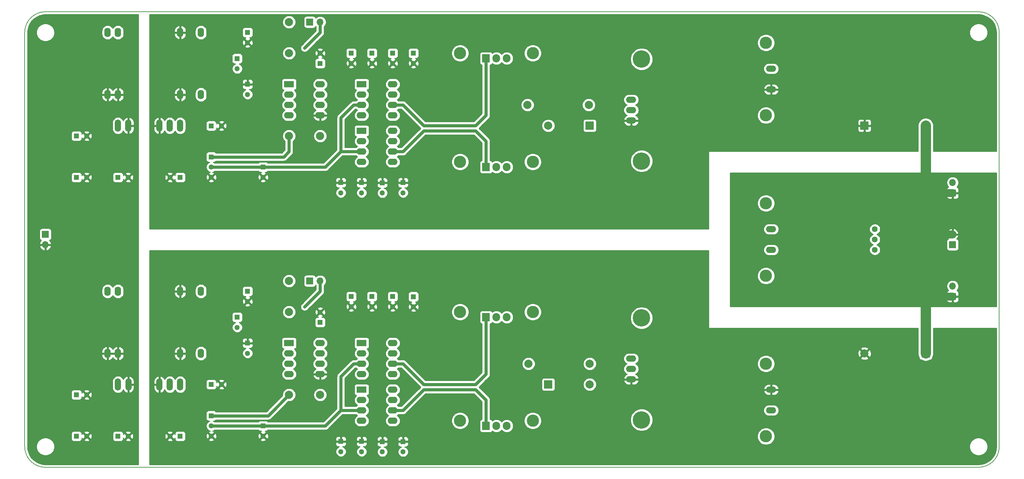
<source format=gbr>
%TF.GenerationSoftware,KiCad,Pcbnew,5.1.5+dfsg1-2+b1*%
%TF.CreationDate,2020-09-24T09:47:25-05:00*%
%TF.ProjectId,HV-pulse-generator,48562d70-756c-4736-952d-67656e657261,2.0.0*%
%TF.SameCoordinates,Original*%
%TF.FileFunction,Copper,L1,Top*%
%TF.FilePolarity,Positive*%
%FSLAX46Y46*%
G04 Gerber Fmt 4.6, Leading zero omitted, Abs format (unit mm)*
G04 Created by KiCad (PCBNEW 5.1.5+dfsg1-2+b1) date 2020-09-24 09:47:25*
%MOMM*%
%LPD*%
G04 APERTURE LIST*
%TA.AperFunction,Profile*%
%ADD10C,0.150000*%
%TD*%
%TA.AperFunction,ComponentPad*%
%ADD11O,1.700000X1.700000*%
%TD*%
%TA.AperFunction,ComponentPad*%
%ADD12R,1.700000X1.700000*%
%TD*%
%TA.AperFunction,ComponentPad*%
%ADD13C,1.998980*%
%TD*%
%TA.AperFunction,ComponentPad*%
%ADD14R,1.998980X1.998980*%
%TD*%
%TA.AperFunction,ComponentPad*%
%ADD15C,3.000000*%
%TD*%
%TA.AperFunction,ComponentPad*%
%ADD16O,1.905000X2.000000*%
%TD*%
%TA.AperFunction,ComponentPad*%
%ADD17R,1.905000X2.000000*%
%TD*%
%TA.AperFunction,ComponentPad*%
%ADD18O,1.501140X2.999740*%
%TD*%
%TA.AperFunction,ComponentPad*%
%ADD19O,2.400000X1.600000*%
%TD*%
%TA.AperFunction,ComponentPad*%
%ADD20R,2.400000X1.600000*%
%TD*%
%TA.AperFunction,ComponentPad*%
%ADD21O,1.600000X2.300000*%
%TD*%
%TA.AperFunction,ComponentPad*%
%ADD22C,1.300000*%
%TD*%
%TA.AperFunction,ComponentPad*%
%ADD23R,1.300000X1.300000*%
%TD*%
%TA.AperFunction,ComponentPad*%
%ADD24R,1.300480X1.300480*%
%TD*%
%TA.AperFunction,ComponentPad*%
%ADD25C,1.300480*%
%TD*%
%TA.AperFunction,ComponentPad*%
%ADD26O,2.499360X1.501140*%
%TD*%
%TA.AperFunction,ComponentPad*%
%ADD27R,2.000000X2.000000*%
%TD*%
%TA.AperFunction,ComponentPad*%
%ADD28C,2.000000*%
%TD*%
%TA.AperFunction,ComponentPad*%
%ADD29C,1.440000*%
%TD*%
%TA.AperFunction,ComponentPad*%
%ADD30C,4.270000*%
%TD*%
%TA.AperFunction,ViaPad*%
%ADD31C,0.600000*%
%TD*%
%TA.AperFunction,Conductor*%
%ADD32C,0.762000*%
%TD*%
%TA.AperFunction,Conductor*%
%ADD33C,2.540000*%
%TD*%
%TA.AperFunction,Conductor*%
%ADD34C,1.905000*%
%TD*%
%TA.AperFunction,Conductor*%
%ADD35C,0.254000*%
%TD*%
G04 APERTURE END LIST*
D10*
X254000000Y-20320000D02*
G75*
G02X259080000Y-25400000I0J-5080000D01*
G01*
X20320000Y-25400000D02*
G75*
G02X25400000Y-20320000I5080000J0D01*
G01*
X25400000Y-132080000D02*
G75*
G02X20320000Y-127000000I0J5080000D01*
G01*
X259080000Y-127000000D02*
G75*
G02X254000000Y-132080000I-5080000J0D01*
G01*
X259080000Y-25400000D02*
X259080000Y-127000000D01*
X254000000Y-20320000D02*
X25400000Y-20320000D01*
X20320000Y-127000000D02*
X20320000Y-25400000D01*
X254000000Y-132080000D02*
X25400000Y-132080000D01*
D11*
%TO.P,J4,2*%
%TO.N,GND*%
X247650000Y-74930000D03*
D12*
%TO.P,J4,1*%
%TO.N,Net-(J4-Pad1)*%
X247650000Y-77470000D03*
%TD*%
D11*
%TO.P,J1.2,2*%
%TO.N,-VDC*%
X247650000Y-87630000D03*
D12*
%TO.P,J1.2,1*%
%TO.N,GND*%
X247650000Y-90170000D03*
%TD*%
D11*
%TO.P,J1.1,2*%
%TO.N,+VDC*%
X247650000Y-62230000D03*
D12*
%TO.P,J1.1,1*%
%TO.N,GND*%
X247650000Y-64770000D03*
%TD*%
D13*
%TO.P,R8,1*%
%TO.N,/sheet5F874D32/GATE*%
X143510000Y-43180000D03*
%TO.P,R8,2*%
%TO.N,Net-(D2-Pad1)*%
X158510000Y-43180000D03*
%TD*%
%TO.P,R4,1*%
%TO.N,Net-(D1-Pad2)*%
X158750000Y-106680000D03*
%TO.P,R4,2*%
%TO.N,/Sheet5F8C1FCD/GATE*%
X143750000Y-106680000D03*
%TD*%
%TO.P,D2,2*%
%TO.N,/sheet5F874D32/GATE*%
X148590000Y-48262540D03*
D14*
%TO.P,D2,1*%
%TO.N,Net-(D2-Pad1)*%
X158750000Y-48262540D03*
%TD*%
D13*
%TO.P,D1,2*%
%TO.N,Net-(D1-Pad2)*%
X158750000Y-111760000D03*
D14*
%TO.P,D1,1*%
%TO.N,/Sheet5F8C1FCD/GATE*%
X148590000Y-111760000D03*
%TD*%
D15*
%TO.P,REF\002A\002A,1*%
%TO.N,N/C*%
X201930000Y-85100000D03*
X201930000Y-67300000D03*
%TD*%
D11*
%TO.P,J5,2*%
%TO.N,/Sheet5F8C1FCD/TTL-*%
X92710000Y-86360000D03*
D12*
%TO.P,J5,1*%
%TO.N,/Sheet5F8C1FCD/TTL+*%
X90170000Y-86360000D03*
%TD*%
D11*
%TO.P,J3,2*%
%TO.N,GNDPWR*%
X25400000Y-77470000D03*
D12*
%TO.P,J3,1*%
%TO.N,+24V*%
X25400000Y-74930000D03*
%TD*%
D11*
%TO.P,J2,2*%
%TO.N,/sheet5F874D32/TTL-*%
X92710000Y-22860000D03*
D12*
%TO.P,J2,1*%
%TO.N,/sheet5F874D32/TTL+*%
X90170000Y-22860000D03*
%TD*%
D16*
%TO.P,Q6,3*%
%TO.N,/sheet5F874D32/-15V*%
X138430000Y-58420000D03*
%TO.P,Q6,2*%
%TO.N,/sheet5F874D32/GATE*%
X135890000Y-58420000D03*
D17*
%TO.P,Q6,1*%
%TO.N,Net-(Q6-Pad1)*%
X133350000Y-58420000D03*
%TD*%
D16*
%TO.P,Q4,3*%
%TO.N,/sheet5F874D32/+15V*%
X138430000Y-31750000D03*
%TO.P,Q4,2*%
%TO.N,/sheet5F874D32/GATE*%
X135890000Y-31750000D03*
D17*
%TO.P,Q4,1*%
%TO.N,Net-(Q4-Pad1)*%
X133350000Y-31750000D03*
%TD*%
D16*
%TO.P,Q3,3*%
%TO.N,/Sheet5F8C1FCD/-15V*%
X138430000Y-121920000D03*
%TO.P,Q3,2*%
%TO.N,/Sheet5F8C1FCD/GATE*%
X135890000Y-121920000D03*
D17*
%TO.P,Q3,1*%
%TO.N,Net-(Q3-Pad1)*%
X133350000Y-121920000D03*
%TD*%
D16*
%TO.P,Q1,3*%
%TO.N,/Sheet5F8C1FCD/+15V*%
X138430000Y-95250000D03*
%TO.P,Q1,2*%
%TO.N,/Sheet5F8C1FCD/GATE*%
X135890000Y-95250000D03*
D17*
%TO.P,Q1,1*%
%TO.N,Net-(Q1-Pad1)*%
X133350000Y-95250000D03*
%TD*%
D18*
%TO.P,P1,7*%
%TO.N,/Sheet5F8C1FCD/+5V*%
X58420000Y-111760000D03*
%TO.P,P1,1*%
%TO.N,+24V*%
X43180000Y-111760000D03*
%TO.P,P1,2*%
%TO.N,GNDPWR*%
X45730160Y-111760000D03*
%TO.P,P1,5*%
%TO.N,/Sheet5F8C1FCD/COM*%
X53329800Y-111760000D03*
%TO.P,P1,6*%
%TO.N,N/C*%
X55880000Y-111760000D03*
%TD*%
D19*
%TO.P,U1,8*%
%TO.N,N/C*%
X110490000Y-101600000D03*
%TO.P,U1,4*%
%TO.N,/Sheet5F8C1FCD/-15V*%
X102870000Y-109220000D03*
%TO.P,U1,7*%
%TO.N,/Sheet5F8C1FCD/+15V*%
X110490000Y-104140000D03*
%TO.P,U1,3*%
%TO.N,/Sheet5F8C1FCD/+2P5V*%
X102870000Y-106680000D03*
%TO.P,U1,6*%
%TO.N,Net-(Q1-Pad1)*%
X110490000Y-106680000D03*
%TO.P,U1,2*%
%TO.N,Net-(R2-Pad1)*%
X102870000Y-104140000D03*
%TO.P,U1,5*%
%TO.N,N/C*%
X110490000Y-109220000D03*
D20*
%TO.P,U1,1*%
X102870000Y-101600000D03*
%TD*%
D21*
%TO.P,P4,2*%
%TO.N,GNDPWR*%
X40640000Y-40640000D03*
%TO.P,P4,3*%
X43180000Y-40640000D03*
%TO.P,P4,9*%
%TO.N,/sheet5F874D32/COM*%
X58420000Y-40640000D03*
%TO.P,P4,11*%
%TO.N,/sheet5F874D32/-15V*%
X63500000Y-40640000D03*
%TO.P,P4,14*%
%TO.N,/sheet5F874D32/+15V*%
X63500000Y-25400000D03*
%TO.P,P4,16*%
%TO.N,/sheet5F874D32/COM*%
X58420000Y-25400000D03*
%TO.P,P4,22*%
%TO.N,+24V*%
X43180000Y-25400000D03*
%TO.P,P4,23*%
X40640000Y-25400000D03*
%TD*%
D22*
%TO.P,C34,2*%
%TO.N,GNDPWR*%
X35520000Y-60960000D03*
D23*
%TO.P,C34,1*%
%TO.N,+24V*%
X33020000Y-60960000D03*
%TD*%
D19*
%TO.P,U3,8*%
%TO.N,N/C*%
X110490000Y-113030000D03*
%TO.P,U3,4*%
%TO.N,/Sheet5F8C1FCD/-15V*%
X102870000Y-120650000D03*
%TO.P,U3,7*%
%TO.N,/Sheet5F8C1FCD/+15V*%
X110490000Y-115570000D03*
%TO.P,U3,3*%
%TO.N,/Sheet5F8C1FCD/+2P5V*%
X102870000Y-118110000D03*
%TO.P,U3,6*%
%TO.N,Net-(Q3-Pad1)*%
X110490000Y-118110000D03*
%TO.P,U3,2*%
%TO.N,Net-(R2-Pad1)*%
X102870000Y-115570000D03*
%TO.P,U3,5*%
%TO.N,N/C*%
X110490000Y-120650000D03*
D20*
%TO.P,U3,1*%
X102870000Y-113030000D03*
%TD*%
D19*
%TO.P,U6,8*%
%TO.N,/sheet5F874D32/+5V*%
X92710000Y-38100000D03*
%TO.P,U6,4*%
%TO.N,N/C*%
X85090000Y-45720000D03*
%TO.P,U6,7*%
%TO.N,Net-(R6-Pad1)*%
X92710000Y-40640000D03*
%TO.P,U6,3*%
%TO.N,N/C*%
X85090000Y-43180000D03*
%TO.P,U6,6*%
X92710000Y-43180000D03*
%TO.P,U6,2*%
%TO.N,/sheet5F874D32/TTL-*%
X85090000Y-40640000D03*
%TO.P,U6,5*%
%TO.N,/sheet5F874D32/COM*%
X92710000Y-45720000D03*
D20*
%TO.P,U6,1*%
%TO.N,Net-(R7-Pad1)*%
X85090000Y-38100000D03*
%TD*%
D15*
%TO.P,REF\002A\002A,1*%
%TO.N,N/C*%
X144790000Y-93980000D03*
X126990000Y-93980000D03*
%TD*%
D24*
%TO.P,U8,1*%
%TO.N,/sheet5F874D32/+5V*%
X66040000Y-55918100D03*
D25*
%TO.P,U8,2*%
%TO.N,/sheet5F874D32/+2P5V*%
X66040000Y-58420000D03*
%TO.P,U8,3*%
%TO.N,/sheet5F874D32/COM*%
X66040000Y-60916820D03*
%TD*%
D24*
%TO.P,U4,1*%
%TO.N,/Sheet5F8C1FCD/+5V*%
X66040000Y-119418100D03*
D25*
%TO.P,U4,2*%
%TO.N,/Sheet5F8C1FCD/+2P5V*%
X66040000Y-121920000D03*
%TO.P,U4,3*%
%TO.N,/Sheet5F8C1FCD/COM*%
X66040000Y-124416820D03*
%TD*%
D26*
%TO.P,R9,1*%
%TO.N,-VDC*%
X203200000Y-118110000D03*
%TO.P,R9,2*%
%TO.N,/Sheet5F8C1FCD/COM*%
X203200000Y-113030000D03*
%TD*%
D13*
%TO.P,R7,1*%
%TO.N,Net-(R7-Pad1)*%
X85090000Y-30480000D03*
%TO.P,R7,2*%
%TO.N,/sheet5F874D32/TTL+*%
X85090000Y-22860000D03*
%TD*%
%TO.P,R6,1*%
%TO.N,Net-(R6-Pad1)*%
X92710000Y-50800000D03*
%TO.P,R6,2*%
%TO.N,/sheet5F874D32/+5V*%
X85090000Y-50800000D03*
%TD*%
D26*
%TO.P,R5,1*%
%TO.N,Net-(R5-Pad1)*%
X203200000Y-78740000D03*
%TO.P,R5,2*%
%TO.N,Net-(Q2-Pad2)*%
X203200000Y-73660000D03*
%TD*%
D13*
%TO.P,R3,1*%
%TO.N,Net-(R3-Pad1)*%
X85090000Y-93980000D03*
%TO.P,R3,2*%
%TO.N,/Sheet5F8C1FCD/TTL+*%
X85090000Y-86360000D03*
%TD*%
%TO.P,R2,1*%
%TO.N,Net-(R2-Pad1)*%
X92710000Y-114300000D03*
%TO.P,R2,2*%
%TO.N,/Sheet5F8C1FCD/+5V*%
X85090000Y-114300000D03*
%TD*%
D26*
%TO.P,R1,1*%
%TO.N,/sheet5F874D32/COM*%
X203200000Y-39370000D03*
%TO.P,R1,2*%
%TO.N,+VDC*%
X203200000Y-34290000D03*
%TD*%
%TO.P,Q5,2*%
%TO.N,Net-(Q2-Pad2)*%
X168910000Y-107950000D03*
%TO.P,Q5,3*%
%TO.N,Net-(D1-Pad2)*%
X168910000Y-105410000D03*
%TO.P,Q5,1*%
%TO.N,/Sheet5F8C1FCD/COM*%
X168910000Y-110490000D03*
%TD*%
%TO.P,Q2,2*%
%TO.N,Net-(Q2-Pad2)*%
X168910000Y-44450000D03*
%TO.P,Q2,3*%
%TO.N,Net-(D2-Pad1)*%
X168910000Y-41910000D03*
%TO.P,Q2,1*%
%TO.N,/sheet5F874D32/COM*%
X168910000Y-46990000D03*
%TD*%
D18*
%TO.P,P3,7*%
%TO.N,/sheet5F874D32/+5V*%
X58409840Y-48260000D03*
%TO.P,P3,1*%
%TO.N,+24V*%
X43169840Y-48260000D03*
%TO.P,P3,2*%
%TO.N,GNDPWR*%
X45720000Y-48260000D03*
%TO.P,P3,5*%
%TO.N,/sheet5F874D32/COM*%
X53319640Y-48260000D03*
%TO.P,P3,6*%
%TO.N,N/C*%
X55869840Y-48260000D03*
%TD*%
D21*
%TO.P,P2,2*%
%TO.N,GNDPWR*%
X40640000Y-104140000D03*
%TO.P,P2,3*%
X43180000Y-104140000D03*
%TO.P,P2,9*%
%TO.N,/Sheet5F8C1FCD/COM*%
X58420000Y-104140000D03*
%TO.P,P2,11*%
%TO.N,/Sheet5F8C1FCD/-15V*%
X63500000Y-104140000D03*
%TO.P,P2,14*%
%TO.N,/Sheet5F8C1FCD/+15V*%
X63500000Y-88900000D03*
%TO.P,P2,16*%
%TO.N,/Sheet5F8C1FCD/COM*%
X58420000Y-88900000D03*
%TO.P,P2,22*%
%TO.N,+24V*%
X43180000Y-88900000D03*
%TO.P,P2,23*%
X40640000Y-88900000D03*
%TD*%
D22*
%TO.P,C38,2*%
%TO.N,GNDPWR*%
X35520000Y-50800000D03*
D23*
%TO.P,C38,1*%
%TO.N,+24V*%
X33020000Y-50800000D03*
%TD*%
%TO.P,C37,1*%
%TO.N,/sheet5F874D32/+2P5V*%
X78740000Y-58420000D03*
D22*
%TO.P,C37,2*%
%TO.N,/sheet5F874D32/COM*%
X78740000Y-60920000D03*
%TD*%
%TO.P,C30,2*%
%TO.N,/sheet5F874D32/-15V*%
X74930000Y-40600000D03*
D23*
%TO.P,C30,1*%
%TO.N,/sheet5F874D32/COM*%
X74930000Y-38100000D03*
%TD*%
D22*
%TO.P,C27,2*%
%TO.N,GNDPWR*%
X45680000Y-60960000D03*
D23*
%TO.P,C27,1*%
%TO.N,+24V*%
X43180000Y-60960000D03*
%TD*%
D22*
%TO.P,C26,2*%
%TO.N,/sheet5F874D32/COM*%
X55920000Y-60960000D03*
D23*
%TO.P,C26,1*%
%TO.N,/sheet5F874D32/+5V*%
X58420000Y-60960000D03*
%TD*%
D22*
%TO.P,C22,2*%
%TO.N,/sheet5F874D32/COM*%
X74930000Y-27900000D03*
D23*
%TO.P,C22,1*%
%TO.N,/sheet5F874D32/+15V*%
X74930000Y-25400000D03*
%TD*%
D22*
%TO.P,C19,2*%
%TO.N,GNDPWR*%
X35520000Y-114300000D03*
D23*
%TO.P,C19,1*%
%TO.N,+24V*%
X33020000Y-114300000D03*
%TD*%
%TO.P,C18,1*%
%TO.N,/Sheet5F8C1FCD/+2P5V*%
X78740000Y-121920000D03*
D22*
%TO.P,C18,2*%
%TO.N,/Sheet5F8C1FCD/COM*%
X78740000Y-124420000D03*
%TD*%
%TO.P,C15,2*%
%TO.N,GNDPWR*%
X35520000Y-124460000D03*
D23*
%TO.P,C15,1*%
%TO.N,+24V*%
X33020000Y-124460000D03*
%TD*%
D22*
%TO.P,C11,2*%
%TO.N,/Sheet5F8C1FCD/-15V*%
X74930000Y-104100000D03*
D23*
%TO.P,C11,1*%
%TO.N,/Sheet5F8C1FCD/COM*%
X74930000Y-101600000D03*
%TD*%
D22*
%TO.P,C9,2*%
%TO.N,GNDPWR*%
X45680000Y-124460000D03*
D23*
%TO.P,C9,1*%
%TO.N,+24V*%
X43180000Y-124460000D03*
%TD*%
D22*
%TO.P,C8,2*%
%TO.N,/Sheet5F8C1FCD/COM*%
X55920000Y-124460000D03*
D23*
%TO.P,C8,1*%
%TO.N,/Sheet5F8C1FCD/+5V*%
X58420000Y-124460000D03*
%TD*%
D22*
%TO.P,C3,2*%
%TO.N,/Sheet5F8C1FCD/COM*%
X74930000Y-91400000D03*
D23*
%TO.P,C3,1*%
%TO.N,/Sheet5F8C1FCD/+15V*%
X74930000Y-88900000D03*
%TD*%
%TO.P,C36,1*%
%TO.N,/sheet5F874D32/+5V*%
X66040000Y-48300000D03*
D22*
%TO.P,C36,2*%
%TO.N,/sheet5F874D32/COM*%
X68540000Y-48300000D03*
%TD*%
D23*
%TO.P,C35,1*%
%TO.N,/sheet5F874D32/+15V*%
X72390000Y-31790000D03*
D22*
%TO.P,C35,2*%
%TO.N,/sheet5F874D32/-15V*%
X72390000Y-34290000D03*
%TD*%
D23*
%TO.P,C33,1*%
%TO.N,/sheet5F874D32/COM*%
X102870000Y-62230000D03*
D22*
%TO.P,C33,2*%
%TO.N,/sheet5F874D32/-15V*%
X102870000Y-64730000D03*
%TD*%
D23*
%TO.P,C32,1*%
%TO.N,/sheet5F874D32/COM*%
X97790000Y-62230000D03*
D22*
%TO.P,C32,2*%
%TO.N,/sheet5F874D32/-15V*%
X97790000Y-64730000D03*
%TD*%
D23*
%TO.P,C31,1*%
%TO.N,/sheet5F874D32/COM*%
X107950000Y-62270000D03*
D22*
%TO.P,C31,2*%
%TO.N,/sheet5F874D32/-15V*%
X107950000Y-64770000D03*
%TD*%
D27*
%TO.P,C29,1*%
%TO.N,GND*%
X241060000Y-104140000D03*
D28*
%TO.P,C29,2*%
%TO.N,/Sheet5F8C1FCD/COM*%
X226060000Y-104140000D03*
%TD*%
D23*
%TO.P,C28,1*%
%TO.N,/sheet5F874D32/+15V*%
X100330000Y-30480000D03*
D22*
%TO.P,C28,2*%
%TO.N,/sheet5F874D32/COM*%
X100330000Y-32980000D03*
%TD*%
D23*
%TO.P,C25,1*%
%TO.N,/sheet5F874D32/+15V*%
X115570000Y-30480000D03*
D22*
%TO.P,C25,2*%
%TO.N,/sheet5F874D32/COM*%
X115570000Y-32980000D03*
%TD*%
D23*
%TO.P,C24,1*%
%TO.N,/sheet5F874D32/+15V*%
X110490000Y-30480000D03*
D22*
%TO.P,C24,2*%
%TO.N,/sheet5F874D32/COM*%
X110490000Y-32980000D03*
%TD*%
D23*
%TO.P,C23,1*%
%TO.N,/sheet5F874D32/+15V*%
X105410000Y-30480000D03*
D22*
%TO.P,C23,2*%
%TO.N,/sheet5F874D32/COM*%
X105410000Y-32980000D03*
%TD*%
D23*
%TO.P,C21,1*%
%TO.N,/sheet5F874D32/COM*%
X113030000Y-62230000D03*
D22*
%TO.P,C21,2*%
%TO.N,/sheet5F874D32/-15V*%
X113030000Y-64730000D03*
%TD*%
D23*
%TO.P,C20,1*%
%TO.N,/sheet5F874D32/+5V*%
X92710000Y-32980000D03*
D22*
%TO.P,C20,2*%
%TO.N,/sheet5F874D32/COM*%
X92710000Y-30480000D03*
%TD*%
D23*
%TO.P,C17,1*%
%TO.N,/Sheet5F8C1FCD/+5V*%
X66040000Y-111760000D03*
D22*
%TO.P,C17,2*%
%TO.N,/Sheet5F8C1FCD/COM*%
X68540000Y-111760000D03*
%TD*%
D23*
%TO.P,C16,1*%
%TO.N,/Sheet5F8C1FCD/+15V*%
X72390000Y-95250000D03*
D22*
%TO.P,C16,2*%
%TO.N,/Sheet5F8C1FCD/-15V*%
X72390000Y-97750000D03*
%TD*%
D23*
%TO.P,C14,1*%
%TO.N,/Sheet5F8C1FCD/COM*%
X113030000Y-125770000D03*
D22*
%TO.P,C14,2*%
%TO.N,/Sheet5F8C1FCD/-15V*%
X113030000Y-128270000D03*
%TD*%
D23*
%TO.P,C13,1*%
%TO.N,/Sheet5F8C1FCD/COM*%
X97790000Y-125730000D03*
D22*
%TO.P,C13,2*%
%TO.N,/Sheet5F8C1FCD/-15V*%
X97790000Y-128230000D03*
%TD*%
D23*
%TO.P,C12,1*%
%TO.N,/Sheet5F8C1FCD/COM*%
X107950000Y-125770000D03*
D22*
%TO.P,C12,2*%
%TO.N,/Sheet5F8C1FCD/-15V*%
X107950000Y-128270000D03*
%TD*%
D23*
%TO.P,C10,1*%
%TO.N,/Sheet5F8C1FCD/+15V*%
X110490000Y-90170000D03*
D22*
%TO.P,C10,2*%
%TO.N,/Sheet5F8C1FCD/COM*%
X110490000Y-92670000D03*
%TD*%
D23*
%TO.P,C7,1*%
%TO.N,/Sheet5F8C1FCD/+15V*%
X105410000Y-90170000D03*
D22*
%TO.P,C7,2*%
%TO.N,/Sheet5F8C1FCD/COM*%
X105410000Y-92670000D03*
%TD*%
D27*
%TO.P,C6,1*%
%TO.N,/sheet5F874D32/COM*%
X226060000Y-48260000D03*
D28*
%TO.P,C6,2*%
%TO.N,GND*%
X241060000Y-48260000D03*
%TD*%
D23*
%TO.P,C5,1*%
%TO.N,/Sheet5F8C1FCD/+15V*%
X115570000Y-90210000D03*
D22*
%TO.P,C5,2*%
%TO.N,/Sheet5F8C1FCD/COM*%
X115570000Y-92710000D03*
%TD*%
D23*
%TO.P,C4,1*%
%TO.N,/Sheet5F8C1FCD/+15V*%
X100330000Y-90170000D03*
D22*
%TO.P,C4,2*%
%TO.N,/Sheet5F8C1FCD/COM*%
X100330000Y-92670000D03*
%TD*%
D23*
%TO.P,C2,1*%
%TO.N,/Sheet5F8C1FCD/COM*%
X102870000Y-125730000D03*
D22*
%TO.P,C2,2*%
%TO.N,/Sheet5F8C1FCD/-15V*%
X102870000Y-128230000D03*
%TD*%
D23*
%TO.P,C1,1*%
%TO.N,/Sheet5F8C1FCD/+5V*%
X92710000Y-96520000D03*
D22*
%TO.P,C1,2*%
%TO.N,/Sheet5F8C1FCD/COM*%
X92710000Y-94020000D03*
%TD*%
D19*
%TO.P,U7,8*%
%TO.N,N/C*%
X110490000Y-49530000D03*
%TO.P,U7,4*%
%TO.N,/sheet5F874D32/-15V*%
X102870000Y-57150000D03*
%TO.P,U7,7*%
%TO.N,/sheet5F874D32/+15V*%
X110490000Y-52070000D03*
%TO.P,U7,3*%
%TO.N,/sheet5F874D32/+2P5V*%
X102870000Y-54610000D03*
%TO.P,U7,6*%
%TO.N,Net-(Q6-Pad1)*%
X110490000Y-54610000D03*
%TO.P,U7,2*%
%TO.N,Net-(R6-Pad1)*%
X102870000Y-52070000D03*
%TO.P,U7,5*%
%TO.N,N/C*%
X110490000Y-57150000D03*
D20*
%TO.P,U7,1*%
X102870000Y-49530000D03*
%TD*%
D19*
%TO.P,U5,8*%
%TO.N,N/C*%
X110490000Y-38100000D03*
%TO.P,U5,4*%
%TO.N,/sheet5F874D32/-15V*%
X102870000Y-45720000D03*
%TO.P,U5,7*%
%TO.N,/sheet5F874D32/+15V*%
X110490000Y-40640000D03*
%TO.P,U5,3*%
%TO.N,/sheet5F874D32/+2P5V*%
X102870000Y-43180000D03*
%TO.P,U5,6*%
%TO.N,Net-(Q4-Pad1)*%
X110490000Y-43180000D03*
%TO.P,U5,2*%
%TO.N,Net-(R6-Pad1)*%
X102870000Y-40640000D03*
%TO.P,U5,5*%
%TO.N,N/C*%
X110490000Y-45720000D03*
D20*
%TO.P,U5,1*%
X102870000Y-38100000D03*
%TD*%
D19*
%TO.P,U2,8*%
%TO.N,/Sheet5F8C1FCD/+5V*%
X92710000Y-101600000D03*
%TO.P,U2,4*%
%TO.N,N/C*%
X85090000Y-109220000D03*
%TO.P,U2,7*%
%TO.N,Net-(R2-Pad1)*%
X92710000Y-104140000D03*
%TO.P,U2,3*%
%TO.N,N/C*%
X85090000Y-106680000D03*
%TO.P,U2,6*%
X92710000Y-106680000D03*
%TO.P,U2,2*%
%TO.N,/Sheet5F8C1FCD/TTL-*%
X85090000Y-104140000D03*
%TO.P,U2,5*%
%TO.N,/Sheet5F8C1FCD/COM*%
X92710000Y-109220000D03*
D20*
%TO.P,U2,1*%
%TO.N,Net-(R3-Pad1)*%
X85090000Y-101600000D03*
%TD*%
D29*
%TO.P,RTUNE1,3*%
%TO.N,Net-(J4-Pad1)*%
X228600000Y-78740000D03*
%TO.P,RTUNE1,2*%
%TO.N,Net-(R5-Pad1)*%
X228600000Y-76200000D03*
%TO.P,RTUNE1,1*%
%TO.N,N/C*%
X228600000Y-73660000D03*
%TD*%
D30*
%TO.P,REF\002A\002A,1*%
%TO.N,N/C*%
X171450000Y-95450000D03*
X171450000Y-120450000D03*
%TD*%
D15*
%TO.P,REF\002A\002A,1*%
%TO.N,N/C*%
X144790000Y-57150000D03*
X126990000Y-57150000D03*
%TD*%
%TO.P,REF\002A\002A,1*%
%TO.N,N/C*%
X144790000Y-30480000D03*
X126990000Y-30480000D03*
%TD*%
%TO.P,REF\002A\002A,1*%
%TO.N,N/C*%
X144790000Y-120650000D03*
X126990000Y-120650000D03*
%TD*%
D30*
%TO.P,REF\002A\002A,1*%
%TO.N,N/C*%
X171450000Y-31950000D03*
X171450000Y-56950000D03*
%TD*%
D15*
%TO.P,REF\002A\002A,1*%
%TO.N,N/C*%
X201930000Y-124470000D03*
X201930000Y-106670000D03*
%TD*%
%TO.P,REF\002A\002A,1*%
%TO.N,N/C*%
X201930000Y-45730000D03*
X201930000Y-27930000D03*
%TD*%
D31*
%TO.N,/sheet5F874D32/TTL-*%
X88900000Y-29210000D03*
%TO.N,/Sheet5F8C1FCD/TTL-*%
X88900000Y-92710000D03*
%TD*%
D32*
%TO.N,GND*%
X241060000Y-66280000D02*
X241300000Y-66040000D01*
D33*
X241060000Y-66280000D02*
X241060000Y-73900000D01*
D34*
X241300000Y-64770000D02*
X247650000Y-64770000D01*
D33*
X241060000Y-48260000D02*
X241060000Y-65010000D01*
D32*
X241060000Y-65010000D02*
X241300000Y-64770000D01*
D33*
X241060000Y-65010000D02*
X241060000Y-66280000D01*
D32*
X242090000Y-74930000D02*
X241060000Y-73900000D01*
D34*
X247650000Y-74930000D02*
X242090000Y-74930000D01*
D32*
X241060000Y-90410000D02*
X241300000Y-90170000D01*
D34*
X241300000Y-90170000D02*
X247650000Y-90170000D01*
D33*
X241060000Y-73900000D02*
X241060000Y-90410000D01*
X241060000Y-90410000D02*
X241060000Y-104140000D01*
D32*
%TO.N,/sheet5F874D32/TTL-*%
X88900000Y-29210000D02*
X92710000Y-25400000D01*
X92710000Y-25400000D02*
X92710000Y-22860000D01*
%TO.N,/Sheet5F8C1FCD/TTL-*%
X88900000Y-92710000D02*
X92710000Y-88900000D01*
X92710000Y-88900000D02*
X92710000Y-86360000D01*
%TO.N,/Sheet5F8C1FCD/+2P5V*%
X66040000Y-121920000D02*
X78740000Y-121920000D01*
X97790000Y-118110000D02*
X102870000Y-118110000D01*
X93980000Y-121920000D02*
X97790000Y-118110000D01*
X78740000Y-121920000D02*
X93980000Y-121920000D01*
X100908000Y-106680000D02*
X102870000Y-106680000D01*
X97790000Y-109798000D02*
X100908000Y-106680000D01*
X97790000Y-118110000D02*
X97790000Y-109798000D01*
%TO.N,/sheet5F874D32/+2P5V*%
X66040000Y-58420000D02*
X78740000Y-58420000D01*
X78740000Y-58420000D02*
X93980000Y-58420000D01*
X97790000Y-54610000D02*
X102870000Y-54610000D01*
X93980000Y-58420000D02*
X97790000Y-54610000D01*
X100908000Y-43180000D02*
X102870000Y-43180000D01*
X97790000Y-46298000D02*
X100908000Y-43180000D01*
X97790000Y-54610000D02*
X97790000Y-46298000D01*
%TO.N,/Sheet5F8C1FCD/+5V*%
X79971900Y-119418100D02*
X85090000Y-114300000D01*
X66040000Y-119418100D02*
X79971900Y-119418100D01*
%TO.N,/sheet5F874D32/+5V*%
X66040000Y-55918100D02*
X83781900Y-55918100D01*
X85090000Y-54610000D02*
X85090000Y-50800000D01*
X83781900Y-55918100D02*
X85090000Y-54610000D01*
%TO.N,Net-(Q1-Pad1)*%
X110490000Y-106680000D02*
X113030000Y-106680000D01*
X113030000Y-106680000D02*
X118110000Y-111760000D01*
X118110000Y-111760000D02*
X130810000Y-111760000D01*
X130810000Y-111760000D02*
X133350000Y-109220000D01*
X133350000Y-109220000D02*
X133350000Y-95250000D01*
%TO.N,Net-(Q3-Pad1)*%
X110490000Y-118110000D02*
X113030000Y-118110000D01*
X113030000Y-118110000D02*
X118110000Y-113030000D01*
X118110000Y-113030000D02*
X130810000Y-113030000D01*
X130810000Y-113030000D02*
X133350000Y-115570000D01*
X133350000Y-115570000D02*
X133350000Y-121920000D01*
%TO.N,Net-(Q4-Pad1)*%
X110490000Y-43180000D02*
X113030000Y-43180000D01*
X113030000Y-43180000D02*
X118110000Y-48260000D01*
X118110000Y-48260000D02*
X130810000Y-48260000D01*
X133350000Y-45720000D02*
X133350000Y-31750000D01*
X130810000Y-48260000D02*
X133350000Y-45720000D01*
%TO.N,Net-(Q6-Pad1)*%
X110490000Y-54610000D02*
X113030000Y-54610000D01*
X113030000Y-54610000D02*
X118110000Y-49530000D01*
X118110000Y-49530000D02*
X130810000Y-49530000D01*
X130810000Y-49530000D02*
X133350000Y-52070000D01*
X133350000Y-52070000D02*
X133350000Y-58420000D01*
%TD*%
D35*
%TO.N,GND*%
G36*
X258370001Y-92583000D02*
G01*
X193167000Y-92583000D01*
X193167000Y-91020000D01*
X246161928Y-91020000D01*
X246174188Y-91144482D01*
X246210498Y-91264180D01*
X246269463Y-91374494D01*
X246348815Y-91471185D01*
X246445506Y-91550537D01*
X246555820Y-91609502D01*
X246675518Y-91645812D01*
X246800000Y-91658072D01*
X247364250Y-91655000D01*
X247523000Y-91496250D01*
X247523000Y-90297000D01*
X247777000Y-90297000D01*
X247777000Y-91496250D01*
X247935750Y-91655000D01*
X248500000Y-91658072D01*
X248624482Y-91645812D01*
X248744180Y-91609502D01*
X248854494Y-91550537D01*
X248951185Y-91471185D01*
X249030537Y-91374494D01*
X249089502Y-91264180D01*
X249125812Y-91144482D01*
X249138072Y-91020000D01*
X249135000Y-90455750D01*
X248976250Y-90297000D01*
X247777000Y-90297000D01*
X247523000Y-90297000D01*
X246323750Y-90297000D01*
X246165000Y-90455750D01*
X246161928Y-91020000D01*
X193167000Y-91020000D01*
X193167000Y-89320000D01*
X246161928Y-89320000D01*
X246165000Y-89884250D01*
X246323750Y-90043000D01*
X247523000Y-90043000D01*
X247523000Y-90023000D01*
X247777000Y-90023000D01*
X247777000Y-90043000D01*
X248976250Y-90043000D01*
X249135000Y-89884250D01*
X249138072Y-89320000D01*
X249125812Y-89195518D01*
X249089502Y-89075820D01*
X249030537Y-88965506D01*
X248951185Y-88868815D01*
X248854494Y-88789463D01*
X248744180Y-88730498D01*
X248671620Y-88708487D01*
X248803475Y-88576632D01*
X248965990Y-88333411D01*
X249077932Y-88063158D01*
X249135000Y-87776260D01*
X249135000Y-87483740D01*
X249077932Y-87196842D01*
X248965990Y-86926589D01*
X248803475Y-86683368D01*
X248596632Y-86476525D01*
X248353411Y-86314010D01*
X248083158Y-86202068D01*
X247796260Y-86145000D01*
X247503740Y-86145000D01*
X247216842Y-86202068D01*
X246946589Y-86314010D01*
X246703368Y-86476525D01*
X246496525Y-86683368D01*
X246334010Y-86926589D01*
X246222068Y-87196842D01*
X246165000Y-87483740D01*
X246165000Y-87776260D01*
X246222068Y-88063158D01*
X246334010Y-88333411D01*
X246496525Y-88576632D01*
X246628380Y-88708487D01*
X246555820Y-88730498D01*
X246445506Y-88789463D01*
X246348815Y-88868815D01*
X246269463Y-88965506D01*
X246210498Y-89075820D01*
X246174188Y-89195518D01*
X246161928Y-89320000D01*
X193167000Y-89320000D01*
X193167000Y-84889721D01*
X199795000Y-84889721D01*
X199795000Y-85310279D01*
X199877047Y-85722756D01*
X200037988Y-86111302D01*
X200271637Y-86460983D01*
X200569017Y-86758363D01*
X200918698Y-86992012D01*
X201307244Y-87152953D01*
X201719721Y-87235000D01*
X202140279Y-87235000D01*
X202552756Y-87152953D01*
X202941302Y-86992012D01*
X203290983Y-86758363D01*
X203588363Y-86460983D01*
X203822012Y-86111302D01*
X203982953Y-85722756D01*
X204065000Y-85310279D01*
X204065000Y-84889721D01*
X203982953Y-84477244D01*
X203822012Y-84088698D01*
X203588363Y-83739017D01*
X203290983Y-83441637D01*
X202941302Y-83207988D01*
X202552756Y-83047047D01*
X202140279Y-82965000D01*
X201719721Y-82965000D01*
X201307244Y-83047047D01*
X200918698Y-83207988D01*
X200569017Y-83441637D01*
X200271637Y-83739017D01*
X200037988Y-84088698D01*
X199877047Y-84477244D01*
X199795000Y-84889721D01*
X193167000Y-84889721D01*
X193167000Y-78740000D01*
X201308616Y-78740000D01*
X201335368Y-79011619D01*
X201414597Y-79272800D01*
X201543256Y-79513506D01*
X201716404Y-79724486D01*
X201927384Y-79897634D01*
X202168090Y-80026293D01*
X202429271Y-80105522D01*
X202632823Y-80125570D01*
X203767177Y-80125570D01*
X203970729Y-80105522D01*
X204231910Y-80026293D01*
X204472616Y-79897634D01*
X204683596Y-79724486D01*
X204856744Y-79513506D01*
X204985403Y-79272800D01*
X205064632Y-79011619D01*
X205091384Y-78740000D01*
X205064632Y-78468381D01*
X204985403Y-78207200D01*
X204856744Y-77966494D01*
X204683596Y-77755514D01*
X204472616Y-77582366D01*
X204231910Y-77453707D01*
X203970729Y-77374478D01*
X203767177Y-77354430D01*
X202632823Y-77354430D01*
X202429271Y-77374478D01*
X202168090Y-77453707D01*
X201927384Y-77582366D01*
X201716404Y-77755514D01*
X201543256Y-77966494D01*
X201414597Y-78207200D01*
X201335368Y-78468381D01*
X201308616Y-78740000D01*
X193167000Y-78740000D01*
X193167000Y-73660000D01*
X201308616Y-73660000D01*
X201335368Y-73931619D01*
X201414597Y-74192800D01*
X201543256Y-74433506D01*
X201716404Y-74644486D01*
X201927384Y-74817634D01*
X202168090Y-74946293D01*
X202429271Y-75025522D01*
X202632823Y-75045570D01*
X203767177Y-75045570D01*
X203970729Y-75025522D01*
X204231910Y-74946293D01*
X204472616Y-74817634D01*
X204683596Y-74644486D01*
X204856744Y-74433506D01*
X204985403Y-74192800D01*
X205064632Y-73931619D01*
X205091384Y-73660000D01*
X205078240Y-73526544D01*
X227245000Y-73526544D01*
X227245000Y-73793456D01*
X227297072Y-74055239D01*
X227399215Y-74301833D01*
X227547503Y-74523762D01*
X227736238Y-74712497D01*
X227958167Y-74860785D01*
X228125266Y-74930000D01*
X227958167Y-74999215D01*
X227736238Y-75147503D01*
X227547503Y-75336238D01*
X227399215Y-75558167D01*
X227297072Y-75804761D01*
X227245000Y-76066544D01*
X227245000Y-76333456D01*
X227297072Y-76595239D01*
X227399215Y-76841833D01*
X227547503Y-77063762D01*
X227736238Y-77252497D01*
X227958167Y-77400785D01*
X228125266Y-77470000D01*
X227958167Y-77539215D01*
X227736238Y-77687503D01*
X227547503Y-77876238D01*
X227399215Y-78098167D01*
X227297072Y-78344761D01*
X227245000Y-78606544D01*
X227245000Y-78873456D01*
X227297072Y-79135239D01*
X227399215Y-79381833D01*
X227547503Y-79603762D01*
X227736238Y-79792497D01*
X227958167Y-79940785D01*
X228204761Y-80042928D01*
X228466544Y-80095000D01*
X228733456Y-80095000D01*
X228995239Y-80042928D01*
X229241833Y-79940785D01*
X229463762Y-79792497D01*
X229652497Y-79603762D01*
X229800785Y-79381833D01*
X229902928Y-79135239D01*
X229955000Y-78873456D01*
X229955000Y-78606544D01*
X229902928Y-78344761D01*
X229800785Y-78098167D01*
X229652497Y-77876238D01*
X229463762Y-77687503D01*
X229241833Y-77539215D01*
X229074734Y-77470000D01*
X229241833Y-77400785D01*
X229463762Y-77252497D01*
X229652497Y-77063762D01*
X229800785Y-76841833D01*
X229892671Y-76620000D01*
X246161928Y-76620000D01*
X246161928Y-78320000D01*
X246174188Y-78444482D01*
X246210498Y-78564180D01*
X246269463Y-78674494D01*
X246348815Y-78771185D01*
X246445506Y-78850537D01*
X246555820Y-78909502D01*
X246675518Y-78945812D01*
X246800000Y-78958072D01*
X248500000Y-78958072D01*
X248624482Y-78945812D01*
X248744180Y-78909502D01*
X248854494Y-78850537D01*
X248951185Y-78771185D01*
X249030537Y-78674494D01*
X249089502Y-78564180D01*
X249125812Y-78444482D01*
X249138072Y-78320000D01*
X249138072Y-76620000D01*
X249125812Y-76495518D01*
X249089502Y-76375820D01*
X249030537Y-76265506D01*
X248951185Y-76168815D01*
X248854494Y-76089463D01*
X248744180Y-76030498D01*
X248663534Y-76006034D01*
X248747588Y-75930269D01*
X248921641Y-75696920D01*
X249046825Y-75434099D01*
X249091476Y-75286890D01*
X248970155Y-75057000D01*
X247777000Y-75057000D01*
X247777000Y-75077000D01*
X247523000Y-75077000D01*
X247523000Y-75057000D01*
X246329845Y-75057000D01*
X246208524Y-75286890D01*
X246253175Y-75434099D01*
X246378359Y-75696920D01*
X246552412Y-75930269D01*
X246636466Y-76006034D01*
X246555820Y-76030498D01*
X246445506Y-76089463D01*
X246348815Y-76168815D01*
X246269463Y-76265506D01*
X246210498Y-76375820D01*
X246174188Y-76495518D01*
X246161928Y-76620000D01*
X229892671Y-76620000D01*
X229902928Y-76595239D01*
X229955000Y-76333456D01*
X229955000Y-76066544D01*
X229902928Y-75804761D01*
X229800785Y-75558167D01*
X229652497Y-75336238D01*
X229463762Y-75147503D01*
X229241833Y-74999215D01*
X229074734Y-74930000D01*
X229241833Y-74860785D01*
X229463762Y-74712497D01*
X229603149Y-74573110D01*
X246208524Y-74573110D01*
X246329845Y-74803000D01*
X247523000Y-74803000D01*
X247523000Y-73609186D01*
X247777000Y-73609186D01*
X247777000Y-74803000D01*
X248970155Y-74803000D01*
X249091476Y-74573110D01*
X249046825Y-74425901D01*
X248921641Y-74163080D01*
X248747588Y-73929731D01*
X248531355Y-73734822D01*
X248281252Y-73585843D01*
X248006891Y-73488519D01*
X247777000Y-73609186D01*
X247523000Y-73609186D01*
X247293109Y-73488519D01*
X247018748Y-73585843D01*
X246768645Y-73734822D01*
X246552412Y-73929731D01*
X246378359Y-74163080D01*
X246253175Y-74425901D01*
X246208524Y-74573110D01*
X229603149Y-74573110D01*
X229652497Y-74523762D01*
X229800785Y-74301833D01*
X229902928Y-74055239D01*
X229955000Y-73793456D01*
X229955000Y-73526544D01*
X229902928Y-73264761D01*
X229800785Y-73018167D01*
X229652497Y-72796238D01*
X229463762Y-72607503D01*
X229241833Y-72459215D01*
X228995239Y-72357072D01*
X228733456Y-72305000D01*
X228466544Y-72305000D01*
X228204761Y-72357072D01*
X227958167Y-72459215D01*
X227736238Y-72607503D01*
X227547503Y-72796238D01*
X227399215Y-73018167D01*
X227297072Y-73264761D01*
X227245000Y-73526544D01*
X205078240Y-73526544D01*
X205064632Y-73388381D01*
X204985403Y-73127200D01*
X204856744Y-72886494D01*
X204683596Y-72675514D01*
X204472616Y-72502366D01*
X204231910Y-72373707D01*
X203970729Y-72294478D01*
X203767177Y-72274430D01*
X202632823Y-72274430D01*
X202429271Y-72294478D01*
X202168090Y-72373707D01*
X201927384Y-72502366D01*
X201716404Y-72675514D01*
X201543256Y-72886494D01*
X201414597Y-73127200D01*
X201335368Y-73388381D01*
X201308616Y-73660000D01*
X193167000Y-73660000D01*
X193167000Y-67089721D01*
X199795000Y-67089721D01*
X199795000Y-67510279D01*
X199877047Y-67922756D01*
X200037988Y-68311302D01*
X200271637Y-68660983D01*
X200569017Y-68958363D01*
X200918698Y-69192012D01*
X201307244Y-69352953D01*
X201719721Y-69435000D01*
X202140279Y-69435000D01*
X202552756Y-69352953D01*
X202941302Y-69192012D01*
X203290983Y-68958363D01*
X203588363Y-68660983D01*
X203822012Y-68311302D01*
X203982953Y-67922756D01*
X204065000Y-67510279D01*
X204065000Y-67089721D01*
X203982953Y-66677244D01*
X203822012Y-66288698D01*
X203588363Y-65939017D01*
X203290983Y-65641637D01*
X203258601Y-65620000D01*
X246161928Y-65620000D01*
X246174188Y-65744482D01*
X246210498Y-65864180D01*
X246269463Y-65974494D01*
X246348815Y-66071185D01*
X246445506Y-66150537D01*
X246555820Y-66209502D01*
X246675518Y-66245812D01*
X246800000Y-66258072D01*
X247364250Y-66255000D01*
X247523000Y-66096250D01*
X247523000Y-64897000D01*
X247777000Y-64897000D01*
X247777000Y-66096250D01*
X247935750Y-66255000D01*
X248500000Y-66258072D01*
X248624482Y-66245812D01*
X248744180Y-66209502D01*
X248854494Y-66150537D01*
X248951185Y-66071185D01*
X249030537Y-65974494D01*
X249089502Y-65864180D01*
X249125812Y-65744482D01*
X249138072Y-65620000D01*
X249135000Y-65055750D01*
X248976250Y-64897000D01*
X247777000Y-64897000D01*
X247523000Y-64897000D01*
X246323750Y-64897000D01*
X246165000Y-65055750D01*
X246161928Y-65620000D01*
X203258601Y-65620000D01*
X202941302Y-65407988D01*
X202552756Y-65247047D01*
X202140279Y-65165000D01*
X201719721Y-65165000D01*
X201307244Y-65247047D01*
X200918698Y-65407988D01*
X200569017Y-65641637D01*
X200271637Y-65939017D01*
X200037988Y-66288698D01*
X199877047Y-66677244D01*
X199795000Y-67089721D01*
X193167000Y-67089721D01*
X193167000Y-63920000D01*
X246161928Y-63920000D01*
X246165000Y-64484250D01*
X246323750Y-64643000D01*
X247523000Y-64643000D01*
X247523000Y-64623000D01*
X247777000Y-64623000D01*
X247777000Y-64643000D01*
X248976250Y-64643000D01*
X249135000Y-64484250D01*
X249138072Y-63920000D01*
X249125812Y-63795518D01*
X249089502Y-63675820D01*
X249030537Y-63565506D01*
X248951185Y-63468815D01*
X248854494Y-63389463D01*
X248744180Y-63330498D01*
X248671620Y-63308487D01*
X248803475Y-63176632D01*
X248965990Y-62933411D01*
X249077932Y-62663158D01*
X249135000Y-62376260D01*
X249135000Y-62083740D01*
X249077932Y-61796842D01*
X248965990Y-61526589D01*
X248803475Y-61283368D01*
X248596632Y-61076525D01*
X248353411Y-60914010D01*
X248083158Y-60802068D01*
X247796260Y-60745000D01*
X247503740Y-60745000D01*
X247216842Y-60802068D01*
X246946589Y-60914010D01*
X246703368Y-61076525D01*
X246496525Y-61283368D01*
X246334010Y-61526589D01*
X246222068Y-61796842D01*
X246165000Y-62083740D01*
X246165000Y-62376260D01*
X246222068Y-62663158D01*
X246334010Y-62933411D01*
X246496525Y-63176632D01*
X246628380Y-63308487D01*
X246555820Y-63330498D01*
X246445506Y-63389463D01*
X246348815Y-63468815D01*
X246269463Y-63565506D01*
X246210498Y-63675820D01*
X246174188Y-63795518D01*
X246161928Y-63920000D01*
X193167000Y-63920000D01*
X193167000Y-59817000D01*
X258370000Y-59817000D01*
X258370001Y-92583000D01*
G37*
X258370001Y-92583000D02*
X193167000Y-92583000D01*
X193167000Y-91020000D01*
X246161928Y-91020000D01*
X246174188Y-91144482D01*
X246210498Y-91264180D01*
X246269463Y-91374494D01*
X246348815Y-91471185D01*
X246445506Y-91550537D01*
X246555820Y-91609502D01*
X246675518Y-91645812D01*
X246800000Y-91658072D01*
X247364250Y-91655000D01*
X247523000Y-91496250D01*
X247523000Y-90297000D01*
X247777000Y-90297000D01*
X247777000Y-91496250D01*
X247935750Y-91655000D01*
X248500000Y-91658072D01*
X248624482Y-91645812D01*
X248744180Y-91609502D01*
X248854494Y-91550537D01*
X248951185Y-91471185D01*
X249030537Y-91374494D01*
X249089502Y-91264180D01*
X249125812Y-91144482D01*
X249138072Y-91020000D01*
X249135000Y-90455750D01*
X248976250Y-90297000D01*
X247777000Y-90297000D01*
X247523000Y-90297000D01*
X246323750Y-90297000D01*
X246165000Y-90455750D01*
X246161928Y-91020000D01*
X193167000Y-91020000D01*
X193167000Y-89320000D01*
X246161928Y-89320000D01*
X246165000Y-89884250D01*
X246323750Y-90043000D01*
X247523000Y-90043000D01*
X247523000Y-90023000D01*
X247777000Y-90023000D01*
X247777000Y-90043000D01*
X248976250Y-90043000D01*
X249135000Y-89884250D01*
X249138072Y-89320000D01*
X249125812Y-89195518D01*
X249089502Y-89075820D01*
X249030537Y-88965506D01*
X248951185Y-88868815D01*
X248854494Y-88789463D01*
X248744180Y-88730498D01*
X248671620Y-88708487D01*
X248803475Y-88576632D01*
X248965990Y-88333411D01*
X249077932Y-88063158D01*
X249135000Y-87776260D01*
X249135000Y-87483740D01*
X249077932Y-87196842D01*
X248965990Y-86926589D01*
X248803475Y-86683368D01*
X248596632Y-86476525D01*
X248353411Y-86314010D01*
X248083158Y-86202068D01*
X247796260Y-86145000D01*
X247503740Y-86145000D01*
X247216842Y-86202068D01*
X246946589Y-86314010D01*
X246703368Y-86476525D01*
X246496525Y-86683368D01*
X246334010Y-86926589D01*
X246222068Y-87196842D01*
X246165000Y-87483740D01*
X246165000Y-87776260D01*
X246222068Y-88063158D01*
X246334010Y-88333411D01*
X246496525Y-88576632D01*
X246628380Y-88708487D01*
X246555820Y-88730498D01*
X246445506Y-88789463D01*
X246348815Y-88868815D01*
X246269463Y-88965506D01*
X246210498Y-89075820D01*
X246174188Y-89195518D01*
X246161928Y-89320000D01*
X193167000Y-89320000D01*
X193167000Y-84889721D01*
X199795000Y-84889721D01*
X199795000Y-85310279D01*
X199877047Y-85722756D01*
X200037988Y-86111302D01*
X200271637Y-86460983D01*
X200569017Y-86758363D01*
X200918698Y-86992012D01*
X201307244Y-87152953D01*
X201719721Y-87235000D01*
X202140279Y-87235000D01*
X202552756Y-87152953D01*
X202941302Y-86992012D01*
X203290983Y-86758363D01*
X203588363Y-86460983D01*
X203822012Y-86111302D01*
X203982953Y-85722756D01*
X204065000Y-85310279D01*
X204065000Y-84889721D01*
X203982953Y-84477244D01*
X203822012Y-84088698D01*
X203588363Y-83739017D01*
X203290983Y-83441637D01*
X202941302Y-83207988D01*
X202552756Y-83047047D01*
X202140279Y-82965000D01*
X201719721Y-82965000D01*
X201307244Y-83047047D01*
X200918698Y-83207988D01*
X200569017Y-83441637D01*
X200271637Y-83739017D01*
X200037988Y-84088698D01*
X199877047Y-84477244D01*
X199795000Y-84889721D01*
X193167000Y-84889721D01*
X193167000Y-78740000D01*
X201308616Y-78740000D01*
X201335368Y-79011619D01*
X201414597Y-79272800D01*
X201543256Y-79513506D01*
X201716404Y-79724486D01*
X201927384Y-79897634D01*
X202168090Y-80026293D01*
X202429271Y-80105522D01*
X202632823Y-80125570D01*
X203767177Y-80125570D01*
X203970729Y-80105522D01*
X204231910Y-80026293D01*
X204472616Y-79897634D01*
X204683596Y-79724486D01*
X204856744Y-79513506D01*
X204985403Y-79272800D01*
X205064632Y-79011619D01*
X205091384Y-78740000D01*
X205064632Y-78468381D01*
X204985403Y-78207200D01*
X204856744Y-77966494D01*
X204683596Y-77755514D01*
X204472616Y-77582366D01*
X204231910Y-77453707D01*
X203970729Y-77374478D01*
X203767177Y-77354430D01*
X202632823Y-77354430D01*
X202429271Y-77374478D01*
X202168090Y-77453707D01*
X201927384Y-77582366D01*
X201716404Y-77755514D01*
X201543256Y-77966494D01*
X201414597Y-78207200D01*
X201335368Y-78468381D01*
X201308616Y-78740000D01*
X193167000Y-78740000D01*
X193167000Y-73660000D01*
X201308616Y-73660000D01*
X201335368Y-73931619D01*
X201414597Y-74192800D01*
X201543256Y-74433506D01*
X201716404Y-74644486D01*
X201927384Y-74817634D01*
X202168090Y-74946293D01*
X202429271Y-75025522D01*
X202632823Y-75045570D01*
X203767177Y-75045570D01*
X203970729Y-75025522D01*
X204231910Y-74946293D01*
X204472616Y-74817634D01*
X204683596Y-74644486D01*
X204856744Y-74433506D01*
X204985403Y-74192800D01*
X205064632Y-73931619D01*
X205091384Y-73660000D01*
X205078240Y-73526544D01*
X227245000Y-73526544D01*
X227245000Y-73793456D01*
X227297072Y-74055239D01*
X227399215Y-74301833D01*
X227547503Y-74523762D01*
X227736238Y-74712497D01*
X227958167Y-74860785D01*
X228125266Y-74930000D01*
X227958167Y-74999215D01*
X227736238Y-75147503D01*
X227547503Y-75336238D01*
X227399215Y-75558167D01*
X227297072Y-75804761D01*
X227245000Y-76066544D01*
X227245000Y-76333456D01*
X227297072Y-76595239D01*
X227399215Y-76841833D01*
X227547503Y-77063762D01*
X227736238Y-77252497D01*
X227958167Y-77400785D01*
X228125266Y-77470000D01*
X227958167Y-77539215D01*
X227736238Y-77687503D01*
X227547503Y-77876238D01*
X227399215Y-78098167D01*
X227297072Y-78344761D01*
X227245000Y-78606544D01*
X227245000Y-78873456D01*
X227297072Y-79135239D01*
X227399215Y-79381833D01*
X227547503Y-79603762D01*
X227736238Y-79792497D01*
X227958167Y-79940785D01*
X228204761Y-80042928D01*
X228466544Y-80095000D01*
X228733456Y-80095000D01*
X228995239Y-80042928D01*
X229241833Y-79940785D01*
X229463762Y-79792497D01*
X229652497Y-79603762D01*
X229800785Y-79381833D01*
X229902928Y-79135239D01*
X229955000Y-78873456D01*
X229955000Y-78606544D01*
X229902928Y-78344761D01*
X229800785Y-78098167D01*
X229652497Y-77876238D01*
X229463762Y-77687503D01*
X229241833Y-77539215D01*
X229074734Y-77470000D01*
X229241833Y-77400785D01*
X229463762Y-77252497D01*
X229652497Y-77063762D01*
X229800785Y-76841833D01*
X229892671Y-76620000D01*
X246161928Y-76620000D01*
X246161928Y-78320000D01*
X246174188Y-78444482D01*
X246210498Y-78564180D01*
X246269463Y-78674494D01*
X246348815Y-78771185D01*
X246445506Y-78850537D01*
X246555820Y-78909502D01*
X246675518Y-78945812D01*
X246800000Y-78958072D01*
X248500000Y-78958072D01*
X248624482Y-78945812D01*
X248744180Y-78909502D01*
X248854494Y-78850537D01*
X248951185Y-78771185D01*
X249030537Y-78674494D01*
X249089502Y-78564180D01*
X249125812Y-78444482D01*
X249138072Y-78320000D01*
X249138072Y-76620000D01*
X249125812Y-76495518D01*
X249089502Y-76375820D01*
X249030537Y-76265506D01*
X248951185Y-76168815D01*
X248854494Y-76089463D01*
X248744180Y-76030498D01*
X248663534Y-76006034D01*
X248747588Y-75930269D01*
X248921641Y-75696920D01*
X249046825Y-75434099D01*
X249091476Y-75286890D01*
X248970155Y-75057000D01*
X247777000Y-75057000D01*
X247777000Y-75077000D01*
X247523000Y-75077000D01*
X247523000Y-75057000D01*
X246329845Y-75057000D01*
X246208524Y-75286890D01*
X246253175Y-75434099D01*
X246378359Y-75696920D01*
X246552412Y-75930269D01*
X246636466Y-76006034D01*
X246555820Y-76030498D01*
X246445506Y-76089463D01*
X246348815Y-76168815D01*
X246269463Y-76265506D01*
X246210498Y-76375820D01*
X246174188Y-76495518D01*
X246161928Y-76620000D01*
X229892671Y-76620000D01*
X229902928Y-76595239D01*
X229955000Y-76333456D01*
X229955000Y-76066544D01*
X229902928Y-75804761D01*
X229800785Y-75558167D01*
X229652497Y-75336238D01*
X229463762Y-75147503D01*
X229241833Y-74999215D01*
X229074734Y-74930000D01*
X229241833Y-74860785D01*
X229463762Y-74712497D01*
X229603149Y-74573110D01*
X246208524Y-74573110D01*
X246329845Y-74803000D01*
X247523000Y-74803000D01*
X247523000Y-73609186D01*
X247777000Y-73609186D01*
X247777000Y-74803000D01*
X248970155Y-74803000D01*
X249091476Y-74573110D01*
X249046825Y-74425901D01*
X248921641Y-74163080D01*
X248747588Y-73929731D01*
X248531355Y-73734822D01*
X248281252Y-73585843D01*
X248006891Y-73488519D01*
X247777000Y-73609186D01*
X247523000Y-73609186D01*
X247293109Y-73488519D01*
X247018748Y-73585843D01*
X246768645Y-73734822D01*
X246552412Y-73929731D01*
X246378359Y-74163080D01*
X246253175Y-74425901D01*
X246208524Y-74573110D01*
X229603149Y-74573110D01*
X229652497Y-74523762D01*
X229800785Y-74301833D01*
X229902928Y-74055239D01*
X229955000Y-73793456D01*
X229955000Y-73526544D01*
X229902928Y-73264761D01*
X229800785Y-73018167D01*
X229652497Y-72796238D01*
X229463762Y-72607503D01*
X229241833Y-72459215D01*
X228995239Y-72357072D01*
X228733456Y-72305000D01*
X228466544Y-72305000D01*
X228204761Y-72357072D01*
X227958167Y-72459215D01*
X227736238Y-72607503D01*
X227547503Y-72796238D01*
X227399215Y-73018167D01*
X227297072Y-73264761D01*
X227245000Y-73526544D01*
X205078240Y-73526544D01*
X205064632Y-73388381D01*
X204985403Y-73127200D01*
X204856744Y-72886494D01*
X204683596Y-72675514D01*
X204472616Y-72502366D01*
X204231910Y-72373707D01*
X203970729Y-72294478D01*
X203767177Y-72274430D01*
X202632823Y-72274430D01*
X202429271Y-72294478D01*
X202168090Y-72373707D01*
X201927384Y-72502366D01*
X201716404Y-72675514D01*
X201543256Y-72886494D01*
X201414597Y-73127200D01*
X201335368Y-73388381D01*
X201308616Y-73660000D01*
X193167000Y-73660000D01*
X193167000Y-67089721D01*
X199795000Y-67089721D01*
X199795000Y-67510279D01*
X199877047Y-67922756D01*
X200037988Y-68311302D01*
X200271637Y-68660983D01*
X200569017Y-68958363D01*
X200918698Y-69192012D01*
X201307244Y-69352953D01*
X201719721Y-69435000D01*
X202140279Y-69435000D01*
X202552756Y-69352953D01*
X202941302Y-69192012D01*
X203290983Y-68958363D01*
X203588363Y-68660983D01*
X203822012Y-68311302D01*
X203982953Y-67922756D01*
X204065000Y-67510279D01*
X204065000Y-67089721D01*
X203982953Y-66677244D01*
X203822012Y-66288698D01*
X203588363Y-65939017D01*
X203290983Y-65641637D01*
X203258601Y-65620000D01*
X246161928Y-65620000D01*
X246174188Y-65744482D01*
X246210498Y-65864180D01*
X246269463Y-65974494D01*
X246348815Y-66071185D01*
X246445506Y-66150537D01*
X246555820Y-66209502D01*
X246675518Y-66245812D01*
X246800000Y-66258072D01*
X247364250Y-66255000D01*
X247523000Y-66096250D01*
X247523000Y-64897000D01*
X247777000Y-64897000D01*
X247777000Y-66096250D01*
X247935750Y-66255000D01*
X248500000Y-66258072D01*
X248624482Y-66245812D01*
X248744180Y-66209502D01*
X248854494Y-66150537D01*
X248951185Y-66071185D01*
X249030537Y-65974494D01*
X249089502Y-65864180D01*
X249125812Y-65744482D01*
X249138072Y-65620000D01*
X249135000Y-65055750D01*
X248976250Y-64897000D01*
X247777000Y-64897000D01*
X247523000Y-64897000D01*
X246323750Y-64897000D01*
X246165000Y-65055750D01*
X246161928Y-65620000D01*
X203258601Y-65620000D01*
X202941302Y-65407988D01*
X202552756Y-65247047D01*
X202140279Y-65165000D01*
X201719721Y-65165000D01*
X201307244Y-65247047D01*
X200918698Y-65407988D01*
X200569017Y-65641637D01*
X200271637Y-65939017D01*
X200037988Y-66288698D01*
X199877047Y-66677244D01*
X199795000Y-67089721D01*
X193167000Y-67089721D01*
X193167000Y-63920000D01*
X246161928Y-63920000D01*
X246165000Y-64484250D01*
X246323750Y-64643000D01*
X247523000Y-64643000D01*
X247523000Y-64623000D01*
X247777000Y-64623000D01*
X247777000Y-64643000D01*
X248976250Y-64643000D01*
X249135000Y-64484250D01*
X249138072Y-63920000D01*
X249125812Y-63795518D01*
X249089502Y-63675820D01*
X249030537Y-63565506D01*
X248951185Y-63468815D01*
X248854494Y-63389463D01*
X248744180Y-63330498D01*
X248671620Y-63308487D01*
X248803475Y-63176632D01*
X248965990Y-62933411D01*
X249077932Y-62663158D01*
X249135000Y-62376260D01*
X249135000Y-62083740D01*
X249077932Y-61796842D01*
X248965990Y-61526589D01*
X248803475Y-61283368D01*
X248596632Y-61076525D01*
X248353411Y-60914010D01*
X248083158Y-60802068D01*
X247796260Y-60745000D01*
X247503740Y-60745000D01*
X247216842Y-60802068D01*
X246946589Y-60914010D01*
X246703368Y-61076525D01*
X246496525Y-61283368D01*
X246334010Y-61526589D01*
X246222068Y-61796842D01*
X246165000Y-62083740D01*
X246165000Y-62376260D01*
X246222068Y-62663158D01*
X246334010Y-62933411D01*
X246496525Y-63176632D01*
X246628380Y-63308487D01*
X246555820Y-63330498D01*
X246445506Y-63389463D01*
X246348815Y-63468815D01*
X246269463Y-63565506D01*
X246210498Y-63675820D01*
X246174188Y-63795518D01*
X246161928Y-63920000D01*
X193167000Y-63920000D01*
X193167000Y-59817000D01*
X258370000Y-59817000D01*
X258370001Y-92583000D01*
%TO.N,GNDPWR*%
G36*
X48133000Y-131370000D02*
G01*
X25431618Y-131370000D01*
X24626641Y-131298158D01*
X23877723Y-131093277D01*
X23176925Y-130759013D01*
X22546395Y-130305931D01*
X22006065Y-129748354D01*
X21573011Y-129103901D01*
X21260927Y-128392956D01*
X21078360Y-127632506D01*
X21030000Y-126973968D01*
X21030000Y-126779872D01*
X23165000Y-126779872D01*
X23165000Y-127220128D01*
X23250890Y-127651925D01*
X23419369Y-128058669D01*
X23663962Y-128424729D01*
X23975271Y-128736038D01*
X24341331Y-128980631D01*
X24748075Y-129149110D01*
X25179872Y-129235000D01*
X25620128Y-129235000D01*
X26051925Y-129149110D01*
X26458669Y-128980631D01*
X26824729Y-128736038D01*
X27136038Y-128424729D01*
X27380631Y-128058669D01*
X27549110Y-127651925D01*
X27635000Y-127220128D01*
X27635000Y-126779872D01*
X27549110Y-126348075D01*
X27380631Y-125941331D01*
X27136038Y-125575271D01*
X26824729Y-125263962D01*
X26458669Y-125019369D01*
X26051925Y-124850890D01*
X25620128Y-124765000D01*
X25179872Y-124765000D01*
X24748075Y-124850890D01*
X24341331Y-125019369D01*
X23975271Y-125263962D01*
X23663962Y-125575271D01*
X23419369Y-125941331D01*
X23250890Y-126348075D01*
X23165000Y-126779872D01*
X21030000Y-126779872D01*
X21030000Y-123810000D01*
X31731928Y-123810000D01*
X31731928Y-125110000D01*
X31744188Y-125234482D01*
X31780498Y-125354180D01*
X31839463Y-125464494D01*
X31918815Y-125561185D01*
X32015506Y-125640537D01*
X32125820Y-125699502D01*
X32245518Y-125735812D01*
X32370000Y-125748072D01*
X33670000Y-125748072D01*
X33794482Y-125735812D01*
X33914180Y-125699502D01*
X34024494Y-125640537D01*
X34121185Y-125561185D01*
X34200537Y-125464494D01*
X34259502Y-125354180D01*
X34262126Y-125345527D01*
X34814078Y-125345527D01*
X34867466Y-125574201D01*
X35097374Y-125680095D01*
X35343524Y-125739102D01*
X35596455Y-125748952D01*
X35846449Y-125709270D01*
X36083896Y-125621578D01*
X36172534Y-125574201D01*
X36225922Y-125345527D01*
X35520000Y-124639605D01*
X34814078Y-125345527D01*
X34262126Y-125345527D01*
X34295812Y-125234482D01*
X34308072Y-125110000D01*
X34308072Y-124887561D01*
X34358422Y-125023896D01*
X34405799Y-125112534D01*
X34634473Y-125165922D01*
X35340395Y-124460000D01*
X35699605Y-124460000D01*
X36405527Y-125165922D01*
X36634201Y-125112534D01*
X36740095Y-124882626D01*
X36799102Y-124636476D01*
X36808952Y-124383545D01*
X36769270Y-124133551D01*
X36681578Y-123896104D01*
X36635556Y-123810000D01*
X41891928Y-123810000D01*
X41891928Y-125110000D01*
X41904188Y-125234482D01*
X41940498Y-125354180D01*
X41999463Y-125464494D01*
X42078815Y-125561185D01*
X42175506Y-125640537D01*
X42285820Y-125699502D01*
X42405518Y-125735812D01*
X42530000Y-125748072D01*
X43830000Y-125748072D01*
X43954482Y-125735812D01*
X44074180Y-125699502D01*
X44184494Y-125640537D01*
X44281185Y-125561185D01*
X44360537Y-125464494D01*
X44419502Y-125354180D01*
X44422126Y-125345527D01*
X44974078Y-125345527D01*
X45027466Y-125574201D01*
X45257374Y-125680095D01*
X45503524Y-125739102D01*
X45756455Y-125748952D01*
X46006449Y-125709270D01*
X46243896Y-125621578D01*
X46332534Y-125574201D01*
X46385922Y-125345527D01*
X45680000Y-124639605D01*
X44974078Y-125345527D01*
X44422126Y-125345527D01*
X44455812Y-125234482D01*
X44468072Y-125110000D01*
X44468072Y-124887561D01*
X44518422Y-125023896D01*
X44565799Y-125112534D01*
X44794473Y-125165922D01*
X45500395Y-124460000D01*
X45859605Y-124460000D01*
X46565527Y-125165922D01*
X46794201Y-125112534D01*
X46900095Y-124882626D01*
X46959102Y-124636476D01*
X46968952Y-124383545D01*
X46929270Y-124133551D01*
X46841578Y-123896104D01*
X46794201Y-123807466D01*
X46565527Y-123754078D01*
X45859605Y-124460000D01*
X45500395Y-124460000D01*
X44794473Y-123754078D01*
X44565799Y-123807466D01*
X44468072Y-124019643D01*
X44468072Y-123810000D01*
X44455812Y-123685518D01*
X44422127Y-123574473D01*
X44974078Y-123574473D01*
X45680000Y-124280395D01*
X46385922Y-123574473D01*
X46332534Y-123345799D01*
X46102626Y-123239905D01*
X45856476Y-123180898D01*
X45603545Y-123171048D01*
X45353551Y-123210730D01*
X45116104Y-123298422D01*
X45027466Y-123345799D01*
X44974078Y-123574473D01*
X44422127Y-123574473D01*
X44419502Y-123565820D01*
X44360537Y-123455506D01*
X44281185Y-123358815D01*
X44184494Y-123279463D01*
X44074180Y-123220498D01*
X43954482Y-123184188D01*
X43830000Y-123171928D01*
X42530000Y-123171928D01*
X42405518Y-123184188D01*
X42285820Y-123220498D01*
X42175506Y-123279463D01*
X42078815Y-123358815D01*
X41999463Y-123455506D01*
X41940498Y-123565820D01*
X41904188Y-123685518D01*
X41891928Y-123810000D01*
X36635556Y-123810000D01*
X36634201Y-123807466D01*
X36405527Y-123754078D01*
X35699605Y-124460000D01*
X35340395Y-124460000D01*
X34634473Y-123754078D01*
X34405799Y-123807466D01*
X34308072Y-124019643D01*
X34308072Y-123810000D01*
X34295812Y-123685518D01*
X34262127Y-123574473D01*
X34814078Y-123574473D01*
X35520000Y-124280395D01*
X36225922Y-123574473D01*
X36172534Y-123345799D01*
X35942626Y-123239905D01*
X35696476Y-123180898D01*
X35443545Y-123171048D01*
X35193551Y-123210730D01*
X34956104Y-123298422D01*
X34867466Y-123345799D01*
X34814078Y-123574473D01*
X34262127Y-123574473D01*
X34259502Y-123565820D01*
X34200537Y-123455506D01*
X34121185Y-123358815D01*
X34024494Y-123279463D01*
X33914180Y-123220498D01*
X33794482Y-123184188D01*
X33670000Y-123171928D01*
X32370000Y-123171928D01*
X32245518Y-123184188D01*
X32125820Y-123220498D01*
X32015506Y-123279463D01*
X31918815Y-123358815D01*
X31839463Y-123455506D01*
X31780498Y-123565820D01*
X31744188Y-123685518D01*
X31731928Y-123810000D01*
X21030000Y-123810000D01*
X21030000Y-113650000D01*
X31731928Y-113650000D01*
X31731928Y-114950000D01*
X31744188Y-115074482D01*
X31780498Y-115194180D01*
X31839463Y-115304494D01*
X31918815Y-115401185D01*
X32015506Y-115480537D01*
X32125820Y-115539502D01*
X32245518Y-115575812D01*
X32370000Y-115588072D01*
X33670000Y-115588072D01*
X33794482Y-115575812D01*
X33914180Y-115539502D01*
X34024494Y-115480537D01*
X34121185Y-115401185D01*
X34200537Y-115304494D01*
X34259502Y-115194180D01*
X34262126Y-115185527D01*
X34814078Y-115185527D01*
X34867466Y-115414201D01*
X35097374Y-115520095D01*
X35343524Y-115579102D01*
X35596455Y-115588952D01*
X35846449Y-115549270D01*
X36083896Y-115461578D01*
X36172534Y-115414201D01*
X36225922Y-115185527D01*
X35520000Y-114479605D01*
X34814078Y-115185527D01*
X34262126Y-115185527D01*
X34295812Y-115074482D01*
X34308072Y-114950000D01*
X34308072Y-114727561D01*
X34358422Y-114863896D01*
X34405799Y-114952534D01*
X34634473Y-115005922D01*
X35340395Y-114300000D01*
X35699605Y-114300000D01*
X36405527Y-115005922D01*
X36634201Y-114952534D01*
X36740095Y-114722626D01*
X36799102Y-114476476D01*
X36808952Y-114223545D01*
X36769270Y-113973551D01*
X36681578Y-113736104D01*
X36634201Y-113647466D01*
X36405527Y-113594078D01*
X35699605Y-114300000D01*
X35340395Y-114300000D01*
X34634473Y-113594078D01*
X34405799Y-113647466D01*
X34308072Y-113859643D01*
X34308072Y-113650000D01*
X34295812Y-113525518D01*
X34262127Y-113414473D01*
X34814078Y-113414473D01*
X35520000Y-114120395D01*
X36225922Y-113414473D01*
X36172534Y-113185799D01*
X35942626Y-113079905D01*
X35696476Y-113020898D01*
X35443545Y-113011048D01*
X35193551Y-113050730D01*
X34956104Y-113138422D01*
X34867466Y-113185799D01*
X34814078Y-113414473D01*
X34262127Y-113414473D01*
X34259502Y-113405820D01*
X34200537Y-113295506D01*
X34121185Y-113198815D01*
X34024494Y-113119463D01*
X33914180Y-113060498D01*
X33794482Y-113024188D01*
X33670000Y-113011928D01*
X32370000Y-113011928D01*
X32245518Y-113024188D01*
X32125820Y-113060498D01*
X32015506Y-113119463D01*
X31918815Y-113198815D01*
X31839463Y-113295506D01*
X31780498Y-113405820D01*
X31744188Y-113525518D01*
X31731928Y-113650000D01*
X21030000Y-113650000D01*
X21030000Y-110942634D01*
X41794430Y-110942634D01*
X41794430Y-112577367D01*
X41814478Y-112780919D01*
X41893708Y-113042100D01*
X42022367Y-113282806D01*
X42195515Y-113493786D01*
X42406495Y-113666934D01*
X42647201Y-113795593D01*
X42908382Y-113874822D01*
X43180000Y-113901574D01*
X43451619Y-113874822D01*
X43712800Y-113795593D01*
X43953506Y-113666934D01*
X44164486Y-113493786D01*
X44337634Y-113282806D01*
X44458190Y-113057259D01*
X44498661Y-113156867D01*
X44648658Y-113384678D01*
X44840217Y-113578848D01*
X45065975Y-113731916D01*
X45317258Y-113838000D01*
X45388885Y-113852183D01*
X45603160Y-113729529D01*
X45603160Y-111887000D01*
X45857160Y-111887000D01*
X45857160Y-113729529D01*
X46071435Y-113852183D01*
X46143062Y-113838000D01*
X46394345Y-113731916D01*
X46620103Y-113578848D01*
X46811662Y-113384678D01*
X46961659Y-113156867D01*
X47064330Y-112904171D01*
X47115730Y-112636300D01*
X47115730Y-111887000D01*
X45857160Y-111887000D01*
X45603160Y-111887000D01*
X45583160Y-111887000D01*
X45583160Y-111633000D01*
X45603160Y-111633000D01*
X45603160Y-109790471D01*
X45857160Y-109790471D01*
X45857160Y-111633000D01*
X47115730Y-111633000D01*
X47115730Y-110883700D01*
X47064330Y-110615829D01*
X46961659Y-110363133D01*
X46811662Y-110135322D01*
X46620103Y-109941152D01*
X46394345Y-109788084D01*
X46143062Y-109682000D01*
X46071435Y-109667817D01*
X45857160Y-109790471D01*
X45603160Y-109790471D01*
X45388885Y-109667817D01*
X45317258Y-109682000D01*
X45065975Y-109788084D01*
X44840217Y-109941152D01*
X44648658Y-110135322D01*
X44498661Y-110363133D01*
X44458190Y-110462741D01*
X44337634Y-110237194D01*
X44164485Y-110026214D01*
X43953505Y-109853066D01*
X43712799Y-109724407D01*
X43451618Y-109645178D01*
X43180000Y-109618426D01*
X42908381Y-109645178D01*
X42647200Y-109724407D01*
X42406494Y-109853066D01*
X42195514Y-110026215D01*
X42022366Y-110237195D01*
X41893707Y-110477901D01*
X41814478Y-110739082D01*
X41794430Y-110942634D01*
X21030000Y-110942634D01*
X21030000Y-104267000D01*
X39205000Y-104267000D01*
X39205000Y-104617000D01*
X39257350Y-104894514D01*
X39362834Y-105156483D01*
X39517399Y-105392839D01*
X39715105Y-105594500D01*
X39948354Y-105753715D01*
X40208182Y-105864367D01*
X40290961Y-105881904D01*
X40513000Y-105759915D01*
X40513000Y-104267000D01*
X40767000Y-104267000D01*
X40767000Y-105759915D01*
X40989039Y-105881904D01*
X41071818Y-105864367D01*
X41331646Y-105753715D01*
X41564895Y-105594500D01*
X41762601Y-105392839D01*
X41910000Y-105167441D01*
X42057399Y-105392839D01*
X42255105Y-105594500D01*
X42488354Y-105753715D01*
X42748182Y-105864367D01*
X42830961Y-105881904D01*
X43053000Y-105759915D01*
X43053000Y-104267000D01*
X43307000Y-104267000D01*
X43307000Y-105759915D01*
X43529039Y-105881904D01*
X43611818Y-105864367D01*
X43871646Y-105753715D01*
X44104895Y-105594500D01*
X44302601Y-105392839D01*
X44457166Y-105156483D01*
X44562650Y-104894514D01*
X44615000Y-104617000D01*
X44615000Y-104267000D01*
X43307000Y-104267000D01*
X43053000Y-104267000D01*
X40767000Y-104267000D01*
X40513000Y-104267000D01*
X39205000Y-104267000D01*
X21030000Y-104267000D01*
X21030000Y-103663000D01*
X39205000Y-103663000D01*
X39205000Y-104013000D01*
X40513000Y-104013000D01*
X40513000Y-102520085D01*
X40767000Y-102520085D01*
X40767000Y-104013000D01*
X43053000Y-104013000D01*
X43053000Y-102520085D01*
X43307000Y-102520085D01*
X43307000Y-104013000D01*
X44615000Y-104013000D01*
X44615000Y-103663000D01*
X44562650Y-103385486D01*
X44457166Y-103123517D01*
X44302601Y-102887161D01*
X44104895Y-102685500D01*
X43871646Y-102526285D01*
X43611818Y-102415633D01*
X43529039Y-102398096D01*
X43307000Y-102520085D01*
X43053000Y-102520085D01*
X42830961Y-102398096D01*
X42748182Y-102415633D01*
X42488354Y-102526285D01*
X42255105Y-102685500D01*
X42057399Y-102887161D01*
X41910000Y-103112559D01*
X41762601Y-102887161D01*
X41564895Y-102685500D01*
X41331646Y-102526285D01*
X41071818Y-102415633D01*
X40989039Y-102398096D01*
X40767000Y-102520085D01*
X40513000Y-102520085D01*
X40290961Y-102398096D01*
X40208182Y-102415633D01*
X39948354Y-102526285D01*
X39715105Y-102685500D01*
X39517399Y-102887161D01*
X39362834Y-103123517D01*
X39257350Y-103385486D01*
X39205000Y-103663000D01*
X21030000Y-103663000D01*
X21030000Y-88479509D01*
X39205000Y-88479509D01*
X39205000Y-89320492D01*
X39225764Y-89531309D01*
X39307818Y-89801808D01*
X39441068Y-90051101D01*
X39620393Y-90269608D01*
X39838900Y-90448932D01*
X40088193Y-90582182D01*
X40358692Y-90664236D01*
X40640000Y-90691943D01*
X40921309Y-90664236D01*
X41191808Y-90582182D01*
X41441101Y-90448932D01*
X41659608Y-90269608D01*
X41838932Y-90051101D01*
X41910000Y-89918142D01*
X41981068Y-90051101D01*
X42160393Y-90269608D01*
X42378900Y-90448932D01*
X42628193Y-90582182D01*
X42898692Y-90664236D01*
X43180000Y-90691943D01*
X43461309Y-90664236D01*
X43731808Y-90582182D01*
X43981101Y-90448932D01*
X44199608Y-90269608D01*
X44378932Y-90051101D01*
X44512182Y-89801808D01*
X44594236Y-89531308D01*
X44615000Y-89320491D01*
X44615000Y-88479508D01*
X44594236Y-88268691D01*
X44512182Y-87998192D01*
X44378932Y-87748899D01*
X44199607Y-87530392D01*
X43981100Y-87351068D01*
X43731807Y-87217818D01*
X43461308Y-87135764D01*
X43180000Y-87108057D01*
X42898691Y-87135764D01*
X42628192Y-87217818D01*
X42378899Y-87351068D01*
X42160392Y-87530393D01*
X41981068Y-87748900D01*
X41910000Y-87881858D01*
X41838932Y-87748899D01*
X41659607Y-87530392D01*
X41441100Y-87351068D01*
X41191807Y-87217818D01*
X40921308Y-87135764D01*
X40640000Y-87108057D01*
X40358691Y-87135764D01*
X40088192Y-87217818D01*
X39838899Y-87351068D01*
X39620392Y-87530393D01*
X39441068Y-87748900D01*
X39307818Y-87998193D01*
X39225764Y-88268692D01*
X39205000Y-88479509D01*
X21030000Y-88479509D01*
X21030000Y-77826890D01*
X23958524Y-77826890D01*
X24003175Y-77974099D01*
X24128359Y-78236920D01*
X24302412Y-78470269D01*
X24518645Y-78665178D01*
X24768748Y-78814157D01*
X25043109Y-78911481D01*
X25273000Y-78790814D01*
X25273000Y-77597000D01*
X25527000Y-77597000D01*
X25527000Y-78790814D01*
X25756891Y-78911481D01*
X26031252Y-78814157D01*
X26281355Y-78665178D01*
X26497588Y-78470269D01*
X26671641Y-78236920D01*
X26796825Y-77974099D01*
X26841476Y-77826890D01*
X26720155Y-77597000D01*
X25527000Y-77597000D01*
X25273000Y-77597000D01*
X24079845Y-77597000D01*
X23958524Y-77826890D01*
X21030000Y-77826890D01*
X21030000Y-74080000D01*
X23911928Y-74080000D01*
X23911928Y-75780000D01*
X23924188Y-75904482D01*
X23960498Y-76024180D01*
X24019463Y-76134494D01*
X24098815Y-76231185D01*
X24195506Y-76310537D01*
X24305820Y-76369502D01*
X24386466Y-76393966D01*
X24302412Y-76469731D01*
X24128359Y-76703080D01*
X24003175Y-76965901D01*
X23958524Y-77113110D01*
X24079845Y-77343000D01*
X25273000Y-77343000D01*
X25273000Y-77323000D01*
X25527000Y-77323000D01*
X25527000Y-77343000D01*
X26720155Y-77343000D01*
X26841476Y-77113110D01*
X26796825Y-76965901D01*
X26671641Y-76703080D01*
X26497588Y-76469731D01*
X26413534Y-76393966D01*
X26494180Y-76369502D01*
X26604494Y-76310537D01*
X26701185Y-76231185D01*
X26780537Y-76134494D01*
X26839502Y-76024180D01*
X26875812Y-75904482D01*
X26888072Y-75780000D01*
X26888072Y-74080000D01*
X26875812Y-73955518D01*
X26839502Y-73835820D01*
X26780537Y-73725506D01*
X26701185Y-73628815D01*
X26604494Y-73549463D01*
X26494180Y-73490498D01*
X26374482Y-73454188D01*
X26250000Y-73441928D01*
X24550000Y-73441928D01*
X24425518Y-73454188D01*
X24305820Y-73490498D01*
X24195506Y-73549463D01*
X24098815Y-73628815D01*
X24019463Y-73725506D01*
X23960498Y-73835820D01*
X23924188Y-73955518D01*
X23911928Y-74080000D01*
X21030000Y-74080000D01*
X21030000Y-60310000D01*
X31731928Y-60310000D01*
X31731928Y-61610000D01*
X31744188Y-61734482D01*
X31780498Y-61854180D01*
X31839463Y-61964494D01*
X31918815Y-62061185D01*
X32015506Y-62140537D01*
X32125820Y-62199502D01*
X32245518Y-62235812D01*
X32370000Y-62248072D01*
X33670000Y-62248072D01*
X33794482Y-62235812D01*
X33914180Y-62199502D01*
X34024494Y-62140537D01*
X34121185Y-62061185D01*
X34200537Y-61964494D01*
X34259502Y-61854180D01*
X34262126Y-61845527D01*
X34814078Y-61845527D01*
X34867466Y-62074201D01*
X35097374Y-62180095D01*
X35343524Y-62239102D01*
X35596455Y-62248952D01*
X35846449Y-62209270D01*
X36083896Y-62121578D01*
X36172534Y-62074201D01*
X36225922Y-61845527D01*
X35520000Y-61139605D01*
X34814078Y-61845527D01*
X34262126Y-61845527D01*
X34295812Y-61734482D01*
X34308072Y-61610000D01*
X34308072Y-61387561D01*
X34358422Y-61523896D01*
X34405799Y-61612534D01*
X34634473Y-61665922D01*
X35340395Y-60960000D01*
X35699605Y-60960000D01*
X36405527Y-61665922D01*
X36634201Y-61612534D01*
X36740095Y-61382626D01*
X36799102Y-61136476D01*
X36808952Y-60883545D01*
X36769270Y-60633551D01*
X36681578Y-60396104D01*
X36635556Y-60310000D01*
X41891928Y-60310000D01*
X41891928Y-61610000D01*
X41904188Y-61734482D01*
X41940498Y-61854180D01*
X41999463Y-61964494D01*
X42078815Y-62061185D01*
X42175506Y-62140537D01*
X42285820Y-62199502D01*
X42405518Y-62235812D01*
X42530000Y-62248072D01*
X43830000Y-62248072D01*
X43954482Y-62235812D01*
X44074180Y-62199502D01*
X44184494Y-62140537D01*
X44281185Y-62061185D01*
X44360537Y-61964494D01*
X44419502Y-61854180D01*
X44422126Y-61845527D01*
X44974078Y-61845527D01*
X45027466Y-62074201D01*
X45257374Y-62180095D01*
X45503524Y-62239102D01*
X45756455Y-62248952D01*
X46006449Y-62209270D01*
X46243896Y-62121578D01*
X46332534Y-62074201D01*
X46385922Y-61845527D01*
X45680000Y-61139605D01*
X44974078Y-61845527D01*
X44422126Y-61845527D01*
X44455812Y-61734482D01*
X44468072Y-61610000D01*
X44468072Y-61387561D01*
X44518422Y-61523896D01*
X44565799Y-61612534D01*
X44794473Y-61665922D01*
X45500395Y-60960000D01*
X45859605Y-60960000D01*
X46565527Y-61665922D01*
X46794201Y-61612534D01*
X46900095Y-61382626D01*
X46959102Y-61136476D01*
X46968952Y-60883545D01*
X46929270Y-60633551D01*
X46841578Y-60396104D01*
X46794201Y-60307466D01*
X46565527Y-60254078D01*
X45859605Y-60960000D01*
X45500395Y-60960000D01*
X44794473Y-60254078D01*
X44565799Y-60307466D01*
X44468072Y-60519643D01*
X44468072Y-60310000D01*
X44455812Y-60185518D01*
X44422127Y-60074473D01*
X44974078Y-60074473D01*
X45680000Y-60780395D01*
X46385922Y-60074473D01*
X46332534Y-59845799D01*
X46102626Y-59739905D01*
X45856476Y-59680898D01*
X45603545Y-59671048D01*
X45353551Y-59710730D01*
X45116104Y-59798422D01*
X45027466Y-59845799D01*
X44974078Y-60074473D01*
X44422127Y-60074473D01*
X44419502Y-60065820D01*
X44360537Y-59955506D01*
X44281185Y-59858815D01*
X44184494Y-59779463D01*
X44074180Y-59720498D01*
X43954482Y-59684188D01*
X43830000Y-59671928D01*
X42530000Y-59671928D01*
X42405518Y-59684188D01*
X42285820Y-59720498D01*
X42175506Y-59779463D01*
X42078815Y-59858815D01*
X41999463Y-59955506D01*
X41940498Y-60065820D01*
X41904188Y-60185518D01*
X41891928Y-60310000D01*
X36635556Y-60310000D01*
X36634201Y-60307466D01*
X36405527Y-60254078D01*
X35699605Y-60960000D01*
X35340395Y-60960000D01*
X34634473Y-60254078D01*
X34405799Y-60307466D01*
X34308072Y-60519643D01*
X34308072Y-60310000D01*
X34295812Y-60185518D01*
X34262127Y-60074473D01*
X34814078Y-60074473D01*
X35520000Y-60780395D01*
X36225922Y-60074473D01*
X36172534Y-59845799D01*
X35942626Y-59739905D01*
X35696476Y-59680898D01*
X35443545Y-59671048D01*
X35193551Y-59710730D01*
X34956104Y-59798422D01*
X34867466Y-59845799D01*
X34814078Y-60074473D01*
X34262127Y-60074473D01*
X34259502Y-60065820D01*
X34200537Y-59955506D01*
X34121185Y-59858815D01*
X34024494Y-59779463D01*
X33914180Y-59720498D01*
X33794482Y-59684188D01*
X33670000Y-59671928D01*
X32370000Y-59671928D01*
X32245518Y-59684188D01*
X32125820Y-59720498D01*
X32015506Y-59779463D01*
X31918815Y-59858815D01*
X31839463Y-59955506D01*
X31780498Y-60065820D01*
X31744188Y-60185518D01*
X31731928Y-60310000D01*
X21030000Y-60310000D01*
X21030000Y-50150000D01*
X31731928Y-50150000D01*
X31731928Y-51450000D01*
X31744188Y-51574482D01*
X31780498Y-51694180D01*
X31839463Y-51804494D01*
X31918815Y-51901185D01*
X32015506Y-51980537D01*
X32125820Y-52039502D01*
X32245518Y-52075812D01*
X32370000Y-52088072D01*
X33670000Y-52088072D01*
X33794482Y-52075812D01*
X33914180Y-52039502D01*
X34024494Y-51980537D01*
X34121185Y-51901185D01*
X34200537Y-51804494D01*
X34259502Y-51694180D01*
X34262126Y-51685527D01*
X34814078Y-51685527D01*
X34867466Y-51914201D01*
X35097374Y-52020095D01*
X35343524Y-52079102D01*
X35596455Y-52088952D01*
X35846449Y-52049270D01*
X36083896Y-51961578D01*
X36172534Y-51914201D01*
X36225922Y-51685527D01*
X35520000Y-50979605D01*
X34814078Y-51685527D01*
X34262126Y-51685527D01*
X34295812Y-51574482D01*
X34308072Y-51450000D01*
X34308072Y-51227561D01*
X34358422Y-51363896D01*
X34405799Y-51452534D01*
X34634473Y-51505922D01*
X35340395Y-50800000D01*
X35699605Y-50800000D01*
X36405527Y-51505922D01*
X36634201Y-51452534D01*
X36740095Y-51222626D01*
X36799102Y-50976476D01*
X36808952Y-50723545D01*
X36769270Y-50473551D01*
X36681578Y-50236104D01*
X36634201Y-50147466D01*
X36405527Y-50094078D01*
X35699605Y-50800000D01*
X35340395Y-50800000D01*
X34634473Y-50094078D01*
X34405799Y-50147466D01*
X34308072Y-50359643D01*
X34308072Y-50150000D01*
X34295812Y-50025518D01*
X34262127Y-49914473D01*
X34814078Y-49914473D01*
X35520000Y-50620395D01*
X36225922Y-49914473D01*
X36172534Y-49685799D01*
X35942626Y-49579905D01*
X35696476Y-49520898D01*
X35443545Y-49511048D01*
X35193551Y-49550730D01*
X34956104Y-49638422D01*
X34867466Y-49685799D01*
X34814078Y-49914473D01*
X34262127Y-49914473D01*
X34259502Y-49905820D01*
X34200537Y-49795506D01*
X34121185Y-49698815D01*
X34024494Y-49619463D01*
X33914180Y-49560498D01*
X33794482Y-49524188D01*
X33670000Y-49511928D01*
X32370000Y-49511928D01*
X32245518Y-49524188D01*
X32125820Y-49560498D01*
X32015506Y-49619463D01*
X31918815Y-49698815D01*
X31839463Y-49795506D01*
X31780498Y-49905820D01*
X31744188Y-50025518D01*
X31731928Y-50150000D01*
X21030000Y-50150000D01*
X21030000Y-47442634D01*
X41784270Y-47442634D01*
X41784270Y-49077367D01*
X41804318Y-49280919D01*
X41883548Y-49542100D01*
X42012207Y-49782806D01*
X42185355Y-49993786D01*
X42396335Y-50166934D01*
X42637041Y-50295593D01*
X42898222Y-50374822D01*
X43169840Y-50401574D01*
X43441459Y-50374822D01*
X43702640Y-50295593D01*
X43943346Y-50166934D01*
X44154326Y-49993786D01*
X44327474Y-49782806D01*
X44448030Y-49557259D01*
X44488501Y-49656867D01*
X44638498Y-49884678D01*
X44830057Y-50078848D01*
X45055815Y-50231916D01*
X45307098Y-50338000D01*
X45378725Y-50352183D01*
X45593000Y-50229529D01*
X45593000Y-48387000D01*
X45847000Y-48387000D01*
X45847000Y-50229529D01*
X46061275Y-50352183D01*
X46132902Y-50338000D01*
X46384185Y-50231916D01*
X46609943Y-50078848D01*
X46801502Y-49884678D01*
X46951499Y-49656867D01*
X47054170Y-49404171D01*
X47105570Y-49136300D01*
X47105570Y-48387000D01*
X45847000Y-48387000D01*
X45593000Y-48387000D01*
X45573000Y-48387000D01*
X45573000Y-48133000D01*
X45593000Y-48133000D01*
X45593000Y-46290471D01*
X45847000Y-46290471D01*
X45847000Y-48133000D01*
X47105570Y-48133000D01*
X47105570Y-47383700D01*
X47054170Y-47115829D01*
X46951499Y-46863133D01*
X46801502Y-46635322D01*
X46609943Y-46441152D01*
X46384185Y-46288084D01*
X46132902Y-46182000D01*
X46061275Y-46167817D01*
X45847000Y-46290471D01*
X45593000Y-46290471D01*
X45378725Y-46167817D01*
X45307098Y-46182000D01*
X45055815Y-46288084D01*
X44830057Y-46441152D01*
X44638498Y-46635322D01*
X44488501Y-46863133D01*
X44448030Y-46962741D01*
X44327474Y-46737194D01*
X44154325Y-46526214D01*
X43943345Y-46353066D01*
X43702639Y-46224407D01*
X43441458Y-46145178D01*
X43169840Y-46118426D01*
X42898221Y-46145178D01*
X42637040Y-46224407D01*
X42396334Y-46353066D01*
X42185354Y-46526215D01*
X42012206Y-46737195D01*
X41883547Y-46977901D01*
X41804318Y-47239082D01*
X41784270Y-47442634D01*
X21030000Y-47442634D01*
X21030000Y-40767000D01*
X39205000Y-40767000D01*
X39205000Y-41117000D01*
X39257350Y-41394514D01*
X39362834Y-41656483D01*
X39517399Y-41892839D01*
X39715105Y-42094500D01*
X39948354Y-42253715D01*
X40208182Y-42364367D01*
X40290961Y-42381904D01*
X40513000Y-42259915D01*
X40513000Y-40767000D01*
X40767000Y-40767000D01*
X40767000Y-42259915D01*
X40989039Y-42381904D01*
X41071818Y-42364367D01*
X41331646Y-42253715D01*
X41564895Y-42094500D01*
X41762601Y-41892839D01*
X41910000Y-41667441D01*
X42057399Y-41892839D01*
X42255105Y-42094500D01*
X42488354Y-42253715D01*
X42748182Y-42364367D01*
X42830961Y-42381904D01*
X43053000Y-42259915D01*
X43053000Y-40767000D01*
X43307000Y-40767000D01*
X43307000Y-42259915D01*
X43529039Y-42381904D01*
X43611818Y-42364367D01*
X43871646Y-42253715D01*
X44104895Y-42094500D01*
X44302601Y-41892839D01*
X44457166Y-41656483D01*
X44562650Y-41394514D01*
X44615000Y-41117000D01*
X44615000Y-40767000D01*
X43307000Y-40767000D01*
X43053000Y-40767000D01*
X40767000Y-40767000D01*
X40513000Y-40767000D01*
X39205000Y-40767000D01*
X21030000Y-40767000D01*
X21030000Y-40163000D01*
X39205000Y-40163000D01*
X39205000Y-40513000D01*
X40513000Y-40513000D01*
X40513000Y-39020085D01*
X40767000Y-39020085D01*
X40767000Y-40513000D01*
X43053000Y-40513000D01*
X43053000Y-39020085D01*
X43307000Y-39020085D01*
X43307000Y-40513000D01*
X44615000Y-40513000D01*
X44615000Y-40163000D01*
X44562650Y-39885486D01*
X44457166Y-39623517D01*
X44302601Y-39387161D01*
X44104895Y-39185500D01*
X43871646Y-39026285D01*
X43611818Y-38915633D01*
X43529039Y-38898096D01*
X43307000Y-39020085D01*
X43053000Y-39020085D01*
X42830961Y-38898096D01*
X42748182Y-38915633D01*
X42488354Y-39026285D01*
X42255105Y-39185500D01*
X42057399Y-39387161D01*
X41910000Y-39612559D01*
X41762601Y-39387161D01*
X41564895Y-39185500D01*
X41331646Y-39026285D01*
X41071818Y-38915633D01*
X40989039Y-38898096D01*
X40767000Y-39020085D01*
X40513000Y-39020085D01*
X40290961Y-38898096D01*
X40208182Y-38915633D01*
X39948354Y-39026285D01*
X39715105Y-39185500D01*
X39517399Y-39387161D01*
X39362834Y-39623517D01*
X39257350Y-39885486D01*
X39205000Y-40163000D01*
X21030000Y-40163000D01*
X21030000Y-25431618D01*
X21052467Y-25179872D01*
X23165000Y-25179872D01*
X23165000Y-25620128D01*
X23250890Y-26051925D01*
X23419369Y-26458669D01*
X23663962Y-26824729D01*
X23975271Y-27136038D01*
X24341331Y-27380631D01*
X24748075Y-27549110D01*
X25179872Y-27635000D01*
X25620128Y-27635000D01*
X26051925Y-27549110D01*
X26458669Y-27380631D01*
X26824729Y-27136038D01*
X27136038Y-26824729D01*
X27380631Y-26458669D01*
X27549110Y-26051925D01*
X27635000Y-25620128D01*
X27635000Y-25179872D01*
X27595146Y-24979509D01*
X39205000Y-24979509D01*
X39205000Y-25820492D01*
X39225764Y-26031309D01*
X39307818Y-26301808D01*
X39441068Y-26551101D01*
X39620393Y-26769608D01*
X39838900Y-26948932D01*
X40088193Y-27082182D01*
X40358692Y-27164236D01*
X40640000Y-27191943D01*
X40921309Y-27164236D01*
X41191808Y-27082182D01*
X41441101Y-26948932D01*
X41659608Y-26769608D01*
X41838932Y-26551101D01*
X41910000Y-26418142D01*
X41981068Y-26551101D01*
X42160393Y-26769608D01*
X42378900Y-26948932D01*
X42628193Y-27082182D01*
X42898692Y-27164236D01*
X43180000Y-27191943D01*
X43461309Y-27164236D01*
X43731808Y-27082182D01*
X43981101Y-26948932D01*
X44199608Y-26769608D01*
X44378932Y-26551101D01*
X44512182Y-26301808D01*
X44594236Y-26031308D01*
X44615000Y-25820491D01*
X44615000Y-24979508D01*
X44594236Y-24768691D01*
X44512182Y-24498192D01*
X44378932Y-24248899D01*
X44199607Y-24030392D01*
X43981100Y-23851068D01*
X43731807Y-23717818D01*
X43461308Y-23635764D01*
X43180000Y-23608057D01*
X42898691Y-23635764D01*
X42628192Y-23717818D01*
X42378899Y-23851068D01*
X42160392Y-24030393D01*
X41981068Y-24248900D01*
X41910000Y-24381858D01*
X41838932Y-24248899D01*
X41659607Y-24030392D01*
X41441100Y-23851068D01*
X41191807Y-23717818D01*
X40921308Y-23635764D01*
X40640000Y-23608057D01*
X40358691Y-23635764D01*
X40088192Y-23717818D01*
X39838899Y-23851068D01*
X39620392Y-24030393D01*
X39441068Y-24248900D01*
X39307818Y-24498193D01*
X39225764Y-24768692D01*
X39205000Y-24979509D01*
X27595146Y-24979509D01*
X27549110Y-24748075D01*
X27380631Y-24341331D01*
X27136038Y-23975271D01*
X26824729Y-23663962D01*
X26458669Y-23419369D01*
X26051925Y-23250890D01*
X25620128Y-23165000D01*
X25179872Y-23165000D01*
X24748075Y-23250890D01*
X24341331Y-23419369D01*
X23975271Y-23663962D01*
X23663962Y-23975271D01*
X23419369Y-24341331D01*
X23250890Y-24748075D01*
X23165000Y-25179872D01*
X21052467Y-25179872D01*
X21101842Y-24626642D01*
X21306723Y-23877723D01*
X21640986Y-23176928D01*
X22094069Y-22546395D01*
X22651645Y-22006066D01*
X23296099Y-21573011D01*
X24007044Y-21260927D01*
X24767493Y-21078360D01*
X25426031Y-21030000D01*
X48133000Y-21030000D01*
X48133000Y-131370000D01*
G37*
X48133000Y-131370000D02*
X25431618Y-131370000D01*
X24626641Y-131298158D01*
X23877723Y-131093277D01*
X23176925Y-130759013D01*
X22546395Y-130305931D01*
X22006065Y-129748354D01*
X21573011Y-129103901D01*
X21260927Y-128392956D01*
X21078360Y-127632506D01*
X21030000Y-126973968D01*
X21030000Y-126779872D01*
X23165000Y-126779872D01*
X23165000Y-127220128D01*
X23250890Y-127651925D01*
X23419369Y-128058669D01*
X23663962Y-128424729D01*
X23975271Y-128736038D01*
X24341331Y-128980631D01*
X24748075Y-129149110D01*
X25179872Y-129235000D01*
X25620128Y-129235000D01*
X26051925Y-129149110D01*
X26458669Y-128980631D01*
X26824729Y-128736038D01*
X27136038Y-128424729D01*
X27380631Y-128058669D01*
X27549110Y-127651925D01*
X27635000Y-127220128D01*
X27635000Y-126779872D01*
X27549110Y-126348075D01*
X27380631Y-125941331D01*
X27136038Y-125575271D01*
X26824729Y-125263962D01*
X26458669Y-125019369D01*
X26051925Y-124850890D01*
X25620128Y-124765000D01*
X25179872Y-124765000D01*
X24748075Y-124850890D01*
X24341331Y-125019369D01*
X23975271Y-125263962D01*
X23663962Y-125575271D01*
X23419369Y-125941331D01*
X23250890Y-126348075D01*
X23165000Y-126779872D01*
X21030000Y-126779872D01*
X21030000Y-123810000D01*
X31731928Y-123810000D01*
X31731928Y-125110000D01*
X31744188Y-125234482D01*
X31780498Y-125354180D01*
X31839463Y-125464494D01*
X31918815Y-125561185D01*
X32015506Y-125640537D01*
X32125820Y-125699502D01*
X32245518Y-125735812D01*
X32370000Y-125748072D01*
X33670000Y-125748072D01*
X33794482Y-125735812D01*
X33914180Y-125699502D01*
X34024494Y-125640537D01*
X34121185Y-125561185D01*
X34200537Y-125464494D01*
X34259502Y-125354180D01*
X34262126Y-125345527D01*
X34814078Y-125345527D01*
X34867466Y-125574201D01*
X35097374Y-125680095D01*
X35343524Y-125739102D01*
X35596455Y-125748952D01*
X35846449Y-125709270D01*
X36083896Y-125621578D01*
X36172534Y-125574201D01*
X36225922Y-125345527D01*
X35520000Y-124639605D01*
X34814078Y-125345527D01*
X34262126Y-125345527D01*
X34295812Y-125234482D01*
X34308072Y-125110000D01*
X34308072Y-124887561D01*
X34358422Y-125023896D01*
X34405799Y-125112534D01*
X34634473Y-125165922D01*
X35340395Y-124460000D01*
X35699605Y-124460000D01*
X36405527Y-125165922D01*
X36634201Y-125112534D01*
X36740095Y-124882626D01*
X36799102Y-124636476D01*
X36808952Y-124383545D01*
X36769270Y-124133551D01*
X36681578Y-123896104D01*
X36635556Y-123810000D01*
X41891928Y-123810000D01*
X41891928Y-125110000D01*
X41904188Y-125234482D01*
X41940498Y-125354180D01*
X41999463Y-125464494D01*
X42078815Y-125561185D01*
X42175506Y-125640537D01*
X42285820Y-125699502D01*
X42405518Y-125735812D01*
X42530000Y-125748072D01*
X43830000Y-125748072D01*
X43954482Y-125735812D01*
X44074180Y-125699502D01*
X44184494Y-125640537D01*
X44281185Y-125561185D01*
X44360537Y-125464494D01*
X44419502Y-125354180D01*
X44422126Y-125345527D01*
X44974078Y-125345527D01*
X45027466Y-125574201D01*
X45257374Y-125680095D01*
X45503524Y-125739102D01*
X45756455Y-125748952D01*
X46006449Y-125709270D01*
X46243896Y-125621578D01*
X46332534Y-125574201D01*
X46385922Y-125345527D01*
X45680000Y-124639605D01*
X44974078Y-125345527D01*
X44422126Y-125345527D01*
X44455812Y-125234482D01*
X44468072Y-125110000D01*
X44468072Y-124887561D01*
X44518422Y-125023896D01*
X44565799Y-125112534D01*
X44794473Y-125165922D01*
X45500395Y-124460000D01*
X45859605Y-124460000D01*
X46565527Y-125165922D01*
X46794201Y-125112534D01*
X46900095Y-124882626D01*
X46959102Y-124636476D01*
X46968952Y-124383545D01*
X46929270Y-124133551D01*
X46841578Y-123896104D01*
X46794201Y-123807466D01*
X46565527Y-123754078D01*
X45859605Y-124460000D01*
X45500395Y-124460000D01*
X44794473Y-123754078D01*
X44565799Y-123807466D01*
X44468072Y-124019643D01*
X44468072Y-123810000D01*
X44455812Y-123685518D01*
X44422127Y-123574473D01*
X44974078Y-123574473D01*
X45680000Y-124280395D01*
X46385922Y-123574473D01*
X46332534Y-123345799D01*
X46102626Y-123239905D01*
X45856476Y-123180898D01*
X45603545Y-123171048D01*
X45353551Y-123210730D01*
X45116104Y-123298422D01*
X45027466Y-123345799D01*
X44974078Y-123574473D01*
X44422127Y-123574473D01*
X44419502Y-123565820D01*
X44360537Y-123455506D01*
X44281185Y-123358815D01*
X44184494Y-123279463D01*
X44074180Y-123220498D01*
X43954482Y-123184188D01*
X43830000Y-123171928D01*
X42530000Y-123171928D01*
X42405518Y-123184188D01*
X42285820Y-123220498D01*
X42175506Y-123279463D01*
X42078815Y-123358815D01*
X41999463Y-123455506D01*
X41940498Y-123565820D01*
X41904188Y-123685518D01*
X41891928Y-123810000D01*
X36635556Y-123810000D01*
X36634201Y-123807466D01*
X36405527Y-123754078D01*
X35699605Y-124460000D01*
X35340395Y-124460000D01*
X34634473Y-123754078D01*
X34405799Y-123807466D01*
X34308072Y-124019643D01*
X34308072Y-123810000D01*
X34295812Y-123685518D01*
X34262127Y-123574473D01*
X34814078Y-123574473D01*
X35520000Y-124280395D01*
X36225922Y-123574473D01*
X36172534Y-123345799D01*
X35942626Y-123239905D01*
X35696476Y-123180898D01*
X35443545Y-123171048D01*
X35193551Y-123210730D01*
X34956104Y-123298422D01*
X34867466Y-123345799D01*
X34814078Y-123574473D01*
X34262127Y-123574473D01*
X34259502Y-123565820D01*
X34200537Y-123455506D01*
X34121185Y-123358815D01*
X34024494Y-123279463D01*
X33914180Y-123220498D01*
X33794482Y-123184188D01*
X33670000Y-123171928D01*
X32370000Y-123171928D01*
X32245518Y-123184188D01*
X32125820Y-123220498D01*
X32015506Y-123279463D01*
X31918815Y-123358815D01*
X31839463Y-123455506D01*
X31780498Y-123565820D01*
X31744188Y-123685518D01*
X31731928Y-123810000D01*
X21030000Y-123810000D01*
X21030000Y-113650000D01*
X31731928Y-113650000D01*
X31731928Y-114950000D01*
X31744188Y-115074482D01*
X31780498Y-115194180D01*
X31839463Y-115304494D01*
X31918815Y-115401185D01*
X32015506Y-115480537D01*
X32125820Y-115539502D01*
X32245518Y-115575812D01*
X32370000Y-115588072D01*
X33670000Y-115588072D01*
X33794482Y-115575812D01*
X33914180Y-115539502D01*
X34024494Y-115480537D01*
X34121185Y-115401185D01*
X34200537Y-115304494D01*
X34259502Y-115194180D01*
X34262126Y-115185527D01*
X34814078Y-115185527D01*
X34867466Y-115414201D01*
X35097374Y-115520095D01*
X35343524Y-115579102D01*
X35596455Y-115588952D01*
X35846449Y-115549270D01*
X36083896Y-115461578D01*
X36172534Y-115414201D01*
X36225922Y-115185527D01*
X35520000Y-114479605D01*
X34814078Y-115185527D01*
X34262126Y-115185527D01*
X34295812Y-115074482D01*
X34308072Y-114950000D01*
X34308072Y-114727561D01*
X34358422Y-114863896D01*
X34405799Y-114952534D01*
X34634473Y-115005922D01*
X35340395Y-114300000D01*
X35699605Y-114300000D01*
X36405527Y-115005922D01*
X36634201Y-114952534D01*
X36740095Y-114722626D01*
X36799102Y-114476476D01*
X36808952Y-114223545D01*
X36769270Y-113973551D01*
X36681578Y-113736104D01*
X36634201Y-113647466D01*
X36405527Y-113594078D01*
X35699605Y-114300000D01*
X35340395Y-114300000D01*
X34634473Y-113594078D01*
X34405799Y-113647466D01*
X34308072Y-113859643D01*
X34308072Y-113650000D01*
X34295812Y-113525518D01*
X34262127Y-113414473D01*
X34814078Y-113414473D01*
X35520000Y-114120395D01*
X36225922Y-113414473D01*
X36172534Y-113185799D01*
X35942626Y-113079905D01*
X35696476Y-113020898D01*
X35443545Y-113011048D01*
X35193551Y-113050730D01*
X34956104Y-113138422D01*
X34867466Y-113185799D01*
X34814078Y-113414473D01*
X34262127Y-113414473D01*
X34259502Y-113405820D01*
X34200537Y-113295506D01*
X34121185Y-113198815D01*
X34024494Y-113119463D01*
X33914180Y-113060498D01*
X33794482Y-113024188D01*
X33670000Y-113011928D01*
X32370000Y-113011928D01*
X32245518Y-113024188D01*
X32125820Y-113060498D01*
X32015506Y-113119463D01*
X31918815Y-113198815D01*
X31839463Y-113295506D01*
X31780498Y-113405820D01*
X31744188Y-113525518D01*
X31731928Y-113650000D01*
X21030000Y-113650000D01*
X21030000Y-110942634D01*
X41794430Y-110942634D01*
X41794430Y-112577367D01*
X41814478Y-112780919D01*
X41893708Y-113042100D01*
X42022367Y-113282806D01*
X42195515Y-113493786D01*
X42406495Y-113666934D01*
X42647201Y-113795593D01*
X42908382Y-113874822D01*
X43180000Y-113901574D01*
X43451619Y-113874822D01*
X43712800Y-113795593D01*
X43953506Y-113666934D01*
X44164486Y-113493786D01*
X44337634Y-113282806D01*
X44458190Y-113057259D01*
X44498661Y-113156867D01*
X44648658Y-113384678D01*
X44840217Y-113578848D01*
X45065975Y-113731916D01*
X45317258Y-113838000D01*
X45388885Y-113852183D01*
X45603160Y-113729529D01*
X45603160Y-111887000D01*
X45857160Y-111887000D01*
X45857160Y-113729529D01*
X46071435Y-113852183D01*
X46143062Y-113838000D01*
X46394345Y-113731916D01*
X46620103Y-113578848D01*
X46811662Y-113384678D01*
X46961659Y-113156867D01*
X47064330Y-112904171D01*
X47115730Y-112636300D01*
X47115730Y-111887000D01*
X45857160Y-111887000D01*
X45603160Y-111887000D01*
X45583160Y-111887000D01*
X45583160Y-111633000D01*
X45603160Y-111633000D01*
X45603160Y-109790471D01*
X45857160Y-109790471D01*
X45857160Y-111633000D01*
X47115730Y-111633000D01*
X47115730Y-110883700D01*
X47064330Y-110615829D01*
X46961659Y-110363133D01*
X46811662Y-110135322D01*
X46620103Y-109941152D01*
X46394345Y-109788084D01*
X46143062Y-109682000D01*
X46071435Y-109667817D01*
X45857160Y-109790471D01*
X45603160Y-109790471D01*
X45388885Y-109667817D01*
X45317258Y-109682000D01*
X45065975Y-109788084D01*
X44840217Y-109941152D01*
X44648658Y-110135322D01*
X44498661Y-110363133D01*
X44458190Y-110462741D01*
X44337634Y-110237194D01*
X44164485Y-110026214D01*
X43953505Y-109853066D01*
X43712799Y-109724407D01*
X43451618Y-109645178D01*
X43180000Y-109618426D01*
X42908381Y-109645178D01*
X42647200Y-109724407D01*
X42406494Y-109853066D01*
X42195514Y-110026215D01*
X42022366Y-110237195D01*
X41893707Y-110477901D01*
X41814478Y-110739082D01*
X41794430Y-110942634D01*
X21030000Y-110942634D01*
X21030000Y-104267000D01*
X39205000Y-104267000D01*
X39205000Y-104617000D01*
X39257350Y-104894514D01*
X39362834Y-105156483D01*
X39517399Y-105392839D01*
X39715105Y-105594500D01*
X39948354Y-105753715D01*
X40208182Y-105864367D01*
X40290961Y-105881904D01*
X40513000Y-105759915D01*
X40513000Y-104267000D01*
X40767000Y-104267000D01*
X40767000Y-105759915D01*
X40989039Y-105881904D01*
X41071818Y-105864367D01*
X41331646Y-105753715D01*
X41564895Y-105594500D01*
X41762601Y-105392839D01*
X41910000Y-105167441D01*
X42057399Y-105392839D01*
X42255105Y-105594500D01*
X42488354Y-105753715D01*
X42748182Y-105864367D01*
X42830961Y-105881904D01*
X43053000Y-105759915D01*
X43053000Y-104267000D01*
X43307000Y-104267000D01*
X43307000Y-105759915D01*
X43529039Y-105881904D01*
X43611818Y-105864367D01*
X43871646Y-105753715D01*
X44104895Y-105594500D01*
X44302601Y-105392839D01*
X44457166Y-105156483D01*
X44562650Y-104894514D01*
X44615000Y-104617000D01*
X44615000Y-104267000D01*
X43307000Y-104267000D01*
X43053000Y-104267000D01*
X40767000Y-104267000D01*
X40513000Y-104267000D01*
X39205000Y-104267000D01*
X21030000Y-104267000D01*
X21030000Y-103663000D01*
X39205000Y-103663000D01*
X39205000Y-104013000D01*
X40513000Y-104013000D01*
X40513000Y-102520085D01*
X40767000Y-102520085D01*
X40767000Y-104013000D01*
X43053000Y-104013000D01*
X43053000Y-102520085D01*
X43307000Y-102520085D01*
X43307000Y-104013000D01*
X44615000Y-104013000D01*
X44615000Y-103663000D01*
X44562650Y-103385486D01*
X44457166Y-103123517D01*
X44302601Y-102887161D01*
X44104895Y-102685500D01*
X43871646Y-102526285D01*
X43611818Y-102415633D01*
X43529039Y-102398096D01*
X43307000Y-102520085D01*
X43053000Y-102520085D01*
X42830961Y-102398096D01*
X42748182Y-102415633D01*
X42488354Y-102526285D01*
X42255105Y-102685500D01*
X42057399Y-102887161D01*
X41910000Y-103112559D01*
X41762601Y-102887161D01*
X41564895Y-102685500D01*
X41331646Y-102526285D01*
X41071818Y-102415633D01*
X40989039Y-102398096D01*
X40767000Y-102520085D01*
X40513000Y-102520085D01*
X40290961Y-102398096D01*
X40208182Y-102415633D01*
X39948354Y-102526285D01*
X39715105Y-102685500D01*
X39517399Y-102887161D01*
X39362834Y-103123517D01*
X39257350Y-103385486D01*
X39205000Y-103663000D01*
X21030000Y-103663000D01*
X21030000Y-88479509D01*
X39205000Y-88479509D01*
X39205000Y-89320492D01*
X39225764Y-89531309D01*
X39307818Y-89801808D01*
X39441068Y-90051101D01*
X39620393Y-90269608D01*
X39838900Y-90448932D01*
X40088193Y-90582182D01*
X40358692Y-90664236D01*
X40640000Y-90691943D01*
X40921309Y-90664236D01*
X41191808Y-90582182D01*
X41441101Y-90448932D01*
X41659608Y-90269608D01*
X41838932Y-90051101D01*
X41910000Y-89918142D01*
X41981068Y-90051101D01*
X42160393Y-90269608D01*
X42378900Y-90448932D01*
X42628193Y-90582182D01*
X42898692Y-90664236D01*
X43180000Y-90691943D01*
X43461309Y-90664236D01*
X43731808Y-90582182D01*
X43981101Y-90448932D01*
X44199608Y-90269608D01*
X44378932Y-90051101D01*
X44512182Y-89801808D01*
X44594236Y-89531308D01*
X44615000Y-89320491D01*
X44615000Y-88479508D01*
X44594236Y-88268691D01*
X44512182Y-87998192D01*
X44378932Y-87748899D01*
X44199607Y-87530392D01*
X43981100Y-87351068D01*
X43731807Y-87217818D01*
X43461308Y-87135764D01*
X43180000Y-87108057D01*
X42898691Y-87135764D01*
X42628192Y-87217818D01*
X42378899Y-87351068D01*
X42160392Y-87530393D01*
X41981068Y-87748900D01*
X41910000Y-87881858D01*
X41838932Y-87748899D01*
X41659607Y-87530392D01*
X41441100Y-87351068D01*
X41191807Y-87217818D01*
X40921308Y-87135764D01*
X40640000Y-87108057D01*
X40358691Y-87135764D01*
X40088192Y-87217818D01*
X39838899Y-87351068D01*
X39620392Y-87530393D01*
X39441068Y-87748900D01*
X39307818Y-87998193D01*
X39225764Y-88268692D01*
X39205000Y-88479509D01*
X21030000Y-88479509D01*
X21030000Y-77826890D01*
X23958524Y-77826890D01*
X24003175Y-77974099D01*
X24128359Y-78236920D01*
X24302412Y-78470269D01*
X24518645Y-78665178D01*
X24768748Y-78814157D01*
X25043109Y-78911481D01*
X25273000Y-78790814D01*
X25273000Y-77597000D01*
X25527000Y-77597000D01*
X25527000Y-78790814D01*
X25756891Y-78911481D01*
X26031252Y-78814157D01*
X26281355Y-78665178D01*
X26497588Y-78470269D01*
X26671641Y-78236920D01*
X26796825Y-77974099D01*
X26841476Y-77826890D01*
X26720155Y-77597000D01*
X25527000Y-77597000D01*
X25273000Y-77597000D01*
X24079845Y-77597000D01*
X23958524Y-77826890D01*
X21030000Y-77826890D01*
X21030000Y-74080000D01*
X23911928Y-74080000D01*
X23911928Y-75780000D01*
X23924188Y-75904482D01*
X23960498Y-76024180D01*
X24019463Y-76134494D01*
X24098815Y-76231185D01*
X24195506Y-76310537D01*
X24305820Y-76369502D01*
X24386466Y-76393966D01*
X24302412Y-76469731D01*
X24128359Y-76703080D01*
X24003175Y-76965901D01*
X23958524Y-77113110D01*
X24079845Y-77343000D01*
X25273000Y-77343000D01*
X25273000Y-77323000D01*
X25527000Y-77323000D01*
X25527000Y-77343000D01*
X26720155Y-77343000D01*
X26841476Y-77113110D01*
X26796825Y-76965901D01*
X26671641Y-76703080D01*
X26497588Y-76469731D01*
X26413534Y-76393966D01*
X26494180Y-76369502D01*
X26604494Y-76310537D01*
X26701185Y-76231185D01*
X26780537Y-76134494D01*
X26839502Y-76024180D01*
X26875812Y-75904482D01*
X26888072Y-75780000D01*
X26888072Y-74080000D01*
X26875812Y-73955518D01*
X26839502Y-73835820D01*
X26780537Y-73725506D01*
X26701185Y-73628815D01*
X26604494Y-73549463D01*
X26494180Y-73490498D01*
X26374482Y-73454188D01*
X26250000Y-73441928D01*
X24550000Y-73441928D01*
X24425518Y-73454188D01*
X24305820Y-73490498D01*
X24195506Y-73549463D01*
X24098815Y-73628815D01*
X24019463Y-73725506D01*
X23960498Y-73835820D01*
X23924188Y-73955518D01*
X23911928Y-74080000D01*
X21030000Y-74080000D01*
X21030000Y-60310000D01*
X31731928Y-60310000D01*
X31731928Y-61610000D01*
X31744188Y-61734482D01*
X31780498Y-61854180D01*
X31839463Y-61964494D01*
X31918815Y-62061185D01*
X32015506Y-62140537D01*
X32125820Y-62199502D01*
X32245518Y-62235812D01*
X32370000Y-62248072D01*
X33670000Y-62248072D01*
X33794482Y-62235812D01*
X33914180Y-62199502D01*
X34024494Y-62140537D01*
X34121185Y-62061185D01*
X34200537Y-61964494D01*
X34259502Y-61854180D01*
X34262126Y-61845527D01*
X34814078Y-61845527D01*
X34867466Y-62074201D01*
X35097374Y-62180095D01*
X35343524Y-62239102D01*
X35596455Y-62248952D01*
X35846449Y-62209270D01*
X36083896Y-62121578D01*
X36172534Y-62074201D01*
X36225922Y-61845527D01*
X35520000Y-61139605D01*
X34814078Y-61845527D01*
X34262126Y-61845527D01*
X34295812Y-61734482D01*
X34308072Y-61610000D01*
X34308072Y-61387561D01*
X34358422Y-61523896D01*
X34405799Y-61612534D01*
X34634473Y-61665922D01*
X35340395Y-60960000D01*
X35699605Y-60960000D01*
X36405527Y-61665922D01*
X36634201Y-61612534D01*
X36740095Y-61382626D01*
X36799102Y-61136476D01*
X36808952Y-60883545D01*
X36769270Y-60633551D01*
X36681578Y-60396104D01*
X36635556Y-60310000D01*
X41891928Y-60310000D01*
X41891928Y-61610000D01*
X41904188Y-61734482D01*
X41940498Y-61854180D01*
X41999463Y-61964494D01*
X42078815Y-62061185D01*
X42175506Y-62140537D01*
X42285820Y-62199502D01*
X42405518Y-62235812D01*
X42530000Y-62248072D01*
X43830000Y-62248072D01*
X43954482Y-62235812D01*
X44074180Y-62199502D01*
X44184494Y-62140537D01*
X44281185Y-62061185D01*
X44360537Y-61964494D01*
X44419502Y-61854180D01*
X44422126Y-61845527D01*
X44974078Y-61845527D01*
X45027466Y-62074201D01*
X45257374Y-62180095D01*
X45503524Y-62239102D01*
X45756455Y-62248952D01*
X46006449Y-62209270D01*
X46243896Y-62121578D01*
X46332534Y-62074201D01*
X46385922Y-61845527D01*
X45680000Y-61139605D01*
X44974078Y-61845527D01*
X44422126Y-61845527D01*
X44455812Y-61734482D01*
X44468072Y-61610000D01*
X44468072Y-61387561D01*
X44518422Y-61523896D01*
X44565799Y-61612534D01*
X44794473Y-61665922D01*
X45500395Y-60960000D01*
X45859605Y-60960000D01*
X46565527Y-61665922D01*
X46794201Y-61612534D01*
X46900095Y-61382626D01*
X46959102Y-61136476D01*
X46968952Y-60883545D01*
X46929270Y-60633551D01*
X46841578Y-60396104D01*
X46794201Y-60307466D01*
X46565527Y-60254078D01*
X45859605Y-60960000D01*
X45500395Y-60960000D01*
X44794473Y-60254078D01*
X44565799Y-60307466D01*
X44468072Y-60519643D01*
X44468072Y-60310000D01*
X44455812Y-60185518D01*
X44422127Y-60074473D01*
X44974078Y-60074473D01*
X45680000Y-60780395D01*
X46385922Y-60074473D01*
X46332534Y-59845799D01*
X46102626Y-59739905D01*
X45856476Y-59680898D01*
X45603545Y-59671048D01*
X45353551Y-59710730D01*
X45116104Y-59798422D01*
X45027466Y-59845799D01*
X44974078Y-60074473D01*
X44422127Y-60074473D01*
X44419502Y-60065820D01*
X44360537Y-59955506D01*
X44281185Y-59858815D01*
X44184494Y-59779463D01*
X44074180Y-59720498D01*
X43954482Y-59684188D01*
X43830000Y-59671928D01*
X42530000Y-59671928D01*
X42405518Y-59684188D01*
X42285820Y-59720498D01*
X42175506Y-59779463D01*
X42078815Y-59858815D01*
X41999463Y-59955506D01*
X41940498Y-60065820D01*
X41904188Y-60185518D01*
X41891928Y-60310000D01*
X36635556Y-60310000D01*
X36634201Y-60307466D01*
X36405527Y-60254078D01*
X35699605Y-60960000D01*
X35340395Y-60960000D01*
X34634473Y-60254078D01*
X34405799Y-60307466D01*
X34308072Y-60519643D01*
X34308072Y-60310000D01*
X34295812Y-60185518D01*
X34262127Y-60074473D01*
X34814078Y-60074473D01*
X35520000Y-60780395D01*
X36225922Y-60074473D01*
X36172534Y-59845799D01*
X35942626Y-59739905D01*
X35696476Y-59680898D01*
X35443545Y-59671048D01*
X35193551Y-59710730D01*
X34956104Y-59798422D01*
X34867466Y-59845799D01*
X34814078Y-60074473D01*
X34262127Y-60074473D01*
X34259502Y-60065820D01*
X34200537Y-59955506D01*
X34121185Y-59858815D01*
X34024494Y-59779463D01*
X33914180Y-59720498D01*
X33794482Y-59684188D01*
X33670000Y-59671928D01*
X32370000Y-59671928D01*
X32245518Y-59684188D01*
X32125820Y-59720498D01*
X32015506Y-59779463D01*
X31918815Y-59858815D01*
X31839463Y-59955506D01*
X31780498Y-60065820D01*
X31744188Y-60185518D01*
X31731928Y-60310000D01*
X21030000Y-60310000D01*
X21030000Y-50150000D01*
X31731928Y-50150000D01*
X31731928Y-51450000D01*
X31744188Y-51574482D01*
X31780498Y-51694180D01*
X31839463Y-51804494D01*
X31918815Y-51901185D01*
X32015506Y-51980537D01*
X32125820Y-52039502D01*
X32245518Y-52075812D01*
X32370000Y-52088072D01*
X33670000Y-52088072D01*
X33794482Y-52075812D01*
X33914180Y-52039502D01*
X34024494Y-51980537D01*
X34121185Y-51901185D01*
X34200537Y-51804494D01*
X34259502Y-51694180D01*
X34262126Y-51685527D01*
X34814078Y-51685527D01*
X34867466Y-51914201D01*
X35097374Y-52020095D01*
X35343524Y-52079102D01*
X35596455Y-52088952D01*
X35846449Y-52049270D01*
X36083896Y-51961578D01*
X36172534Y-51914201D01*
X36225922Y-51685527D01*
X35520000Y-50979605D01*
X34814078Y-51685527D01*
X34262126Y-51685527D01*
X34295812Y-51574482D01*
X34308072Y-51450000D01*
X34308072Y-51227561D01*
X34358422Y-51363896D01*
X34405799Y-51452534D01*
X34634473Y-51505922D01*
X35340395Y-50800000D01*
X35699605Y-50800000D01*
X36405527Y-51505922D01*
X36634201Y-51452534D01*
X36740095Y-51222626D01*
X36799102Y-50976476D01*
X36808952Y-50723545D01*
X36769270Y-50473551D01*
X36681578Y-50236104D01*
X36634201Y-50147466D01*
X36405527Y-50094078D01*
X35699605Y-50800000D01*
X35340395Y-50800000D01*
X34634473Y-50094078D01*
X34405799Y-50147466D01*
X34308072Y-50359643D01*
X34308072Y-50150000D01*
X34295812Y-50025518D01*
X34262127Y-49914473D01*
X34814078Y-49914473D01*
X35520000Y-50620395D01*
X36225922Y-49914473D01*
X36172534Y-49685799D01*
X35942626Y-49579905D01*
X35696476Y-49520898D01*
X35443545Y-49511048D01*
X35193551Y-49550730D01*
X34956104Y-49638422D01*
X34867466Y-49685799D01*
X34814078Y-49914473D01*
X34262127Y-49914473D01*
X34259502Y-49905820D01*
X34200537Y-49795506D01*
X34121185Y-49698815D01*
X34024494Y-49619463D01*
X33914180Y-49560498D01*
X33794482Y-49524188D01*
X33670000Y-49511928D01*
X32370000Y-49511928D01*
X32245518Y-49524188D01*
X32125820Y-49560498D01*
X32015506Y-49619463D01*
X31918815Y-49698815D01*
X31839463Y-49795506D01*
X31780498Y-49905820D01*
X31744188Y-50025518D01*
X31731928Y-50150000D01*
X21030000Y-50150000D01*
X21030000Y-47442634D01*
X41784270Y-47442634D01*
X41784270Y-49077367D01*
X41804318Y-49280919D01*
X41883548Y-49542100D01*
X42012207Y-49782806D01*
X42185355Y-49993786D01*
X42396335Y-50166934D01*
X42637041Y-50295593D01*
X42898222Y-50374822D01*
X43169840Y-50401574D01*
X43441459Y-50374822D01*
X43702640Y-50295593D01*
X43943346Y-50166934D01*
X44154326Y-49993786D01*
X44327474Y-49782806D01*
X44448030Y-49557259D01*
X44488501Y-49656867D01*
X44638498Y-49884678D01*
X44830057Y-50078848D01*
X45055815Y-50231916D01*
X45307098Y-50338000D01*
X45378725Y-50352183D01*
X45593000Y-50229529D01*
X45593000Y-48387000D01*
X45847000Y-48387000D01*
X45847000Y-50229529D01*
X46061275Y-50352183D01*
X46132902Y-50338000D01*
X46384185Y-50231916D01*
X46609943Y-50078848D01*
X46801502Y-49884678D01*
X46951499Y-49656867D01*
X47054170Y-49404171D01*
X47105570Y-49136300D01*
X47105570Y-48387000D01*
X45847000Y-48387000D01*
X45593000Y-48387000D01*
X45573000Y-48387000D01*
X45573000Y-48133000D01*
X45593000Y-48133000D01*
X45593000Y-46290471D01*
X45847000Y-46290471D01*
X45847000Y-48133000D01*
X47105570Y-48133000D01*
X47105570Y-47383700D01*
X47054170Y-47115829D01*
X46951499Y-46863133D01*
X46801502Y-46635322D01*
X46609943Y-46441152D01*
X46384185Y-46288084D01*
X46132902Y-46182000D01*
X46061275Y-46167817D01*
X45847000Y-46290471D01*
X45593000Y-46290471D01*
X45378725Y-46167817D01*
X45307098Y-46182000D01*
X45055815Y-46288084D01*
X44830057Y-46441152D01*
X44638498Y-46635322D01*
X44488501Y-46863133D01*
X44448030Y-46962741D01*
X44327474Y-46737194D01*
X44154325Y-46526214D01*
X43943345Y-46353066D01*
X43702639Y-46224407D01*
X43441458Y-46145178D01*
X43169840Y-46118426D01*
X42898221Y-46145178D01*
X42637040Y-46224407D01*
X42396334Y-46353066D01*
X42185354Y-46526215D01*
X42012206Y-46737195D01*
X41883547Y-46977901D01*
X41804318Y-47239082D01*
X41784270Y-47442634D01*
X21030000Y-47442634D01*
X21030000Y-40767000D01*
X39205000Y-40767000D01*
X39205000Y-41117000D01*
X39257350Y-41394514D01*
X39362834Y-41656483D01*
X39517399Y-41892839D01*
X39715105Y-42094500D01*
X39948354Y-42253715D01*
X40208182Y-42364367D01*
X40290961Y-42381904D01*
X40513000Y-42259915D01*
X40513000Y-40767000D01*
X40767000Y-40767000D01*
X40767000Y-42259915D01*
X40989039Y-42381904D01*
X41071818Y-42364367D01*
X41331646Y-42253715D01*
X41564895Y-42094500D01*
X41762601Y-41892839D01*
X41910000Y-41667441D01*
X42057399Y-41892839D01*
X42255105Y-42094500D01*
X42488354Y-42253715D01*
X42748182Y-42364367D01*
X42830961Y-42381904D01*
X43053000Y-42259915D01*
X43053000Y-40767000D01*
X43307000Y-40767000D01*
X43307000Y-42259915D01*
X43529039Y-42381904D01*
X43611818Y-42364367D01*
X43871646Y-42253715D01*
X44104895Y-42094500D01*
X44302601Y-41892839D01*
X44457166Y-41656483D01*
X44562650Y-41394514D01*
X44615000Y-41117000D01*
X44615000Y-40767000D01*
X43307000Y-40767000D01*
X43053000Y-40767000D01*
X40767000Y-40767000D01*
X40513000Y-40767000D01*
X39205000Y-40767000D01*
X21030000Y-40767000D01*
X21030000Y-40163000D01*
X39205000Y-40163000D01*
X39205000Y-40513000D01*
X40513000Y-40513000D01*
X40513000Y-39020085D01*
X40767000Y-39020085D01*
X40767000Y-40513000D01*
X43053000Y-40513000D01*
X43053000Y-39020085D01*
X43307000Y-39020085D01*
X43307000Y-40513000D01*
X44615000Y-40513000D01*
X44615000Y-40163000D01*
X44562650Y-39885486D01*
X44457166Y-39623517D01*
X44302601Y-39387161D01*
X44104895Y-39185500D01*
X43871646Y-39026285D01*
X43611818Y-38915633D01*
X43529039Y-38898096D01*
X43307000Y-39020085D01*
X43053000Y-39020085D01*
X42830961Y-38898096D01*
X42748182Y-38915633D01*
X42488354Y-39026285D01*
X42255105Y-39185500D01*
X42057399Y-39387161D01*
X41910000Y-39612559D01*
X41762601Y-39387161D01*
X41564895Y-39185500D01*
X41331646Y-39026285D01*
X41071818Y-38915633D01*
X40989039Y-38898096D01*
X40767000Y-39020085D01*
X40513000Y-39020085D01*
X40290961Y-38898096D01*
X40208182Y-38915633D01*
X39948354Y-39026285D01*
X39715105Y-39185500D01*
X39517399Y-39387161D01*
X39362834Y-39623517D01*
X39257350Y-39885486D01*
X39205000Y-40163000D01*
X21030000Y-40163000D01*
X21030000Y-25431618D01*
X21052467Y-25179872D01*
X23165000Y-25179872D01*
X23165000Y-25620128D01*
X23250890Y-26051925D01*
X23419369Y-26458669D01*
X23663962Y-26824729D01*
X23975271Y-27136038D01*
X24341331Y-27380631D01*
X24748075Y-27549110D01*
X25179872Y-27635000D01*
X25620128Y-27635000D01*
X26051925Y-27549110D01*
X26458669Y-27380631D01*
X26824729Y-27136038D01*
X27136038Y-26824729D01*
X27380631Y-26458669D01*
X27549110Y-26051925D01*
X27635000Y-25620128D01*
X27635000Y-25179872D01*
X27595146Y-24979509D01*
X39205000Y-24979509D01*
X39205000Y-25820492D01*
X39225764Y-26031309D01*
X39307818Y-26301808D01*
X39441068Y-26551101D01*
X39620393Y-26769608D01*
X39838900Y-26948932D01*
X40088193Y-27082182D01*
X40358692Y-27164236D01*
X40640000Y-27191943D01*
X40921309Y-27164236D01*
X41191808Y-27082182D01*
X41441101Y-26948932D01*
X41659608Y-26769608D01*
X41838932Y-26551101D01*
X41910000Y-26418142D01*
X41981068Y-26551101D01*
X42160393Y-26769608D01*
X42378900Y-26948932D01*
X42628193Y-27082182D01*
X42898692Y-27164236D01*
X43180000Y-27191943D01*
X43461309Y-27164236D01*
X43731808Y-27082182D01*
X43981101Y-26948932D01*
X44199608Y-26769608D01*
X44378932Y-26551101D01*
X44512182Y-26301808D01*
X44594236Y-26031308D01*
X44615000Y-25820491D01*
X44615000Y-24979508D01*
X44594236Y-24768691D01*
X44512182Y-24498192D01*
X44378932Y-24248899D01*
X44199607Y-24030392D01*
X43981100Y-23851068D01*
X43731807Y-23717818D01*
X43461308Y-23635764D01*
X43180000Y-23608057D01*
X42898691Y-23635764D01*
X42628192Y-23717818D01*
X42378899Y-23851068D01*
X42160392Y-24030393D01*
X41981068Y-24248900D01*
X41910000Y-24381858D01*
X41838932Y-24248899D01*
X41659607Y-24030392D01*
X41441100Y-23851068D01*
X41191807Y-23717818D01*
X40921308Y-23635764D01*
X40640000Y-23608057D01*
X40358691Y-23635764D01*
X40088192Y-23717818D01*
X39838899Y-23851068D01*
X39620392Y-24030393D01*
X39441068Y-24248900D01*
X39307818Y-24498193D01*
X39225764Y-24768692D01*
X39205000Y-24979509D01*
X27595146Y-24979509D01*
X27549110Y-24748075D01*
X27380631Y-24341331D01*
X27136038Y-23975271D01*
X26824729Y-23663962D01*
X26458669Y-23419369D01*
X26051925Y-23250890D01*
X25620128Y-23165000D01*
X25179872Y-23165000D01*
X24748075Y-23250890D01*
X24341331Y-23419369D01*
X23975271Y-23663962D01*
X23663962Y-23975271D01*
X23419369Y-24341331D01*
X23250890Y-24748075D01*
X23165000Y-25179872D01*
X21052467Y-25179872D01*
X21101842Y-24626642D01*
X21306723Y-23877723D01*
X21640986Y-23176928D01*
X22094069Y-22546395D01*
X22651645Y-22006066D01*
X23296099Y-21573011D01*
X24007044Y-21260927D01*
X24767493Y-21078360D01*
X25426031Y-21030000D01*
X48133000Y-21030000D01*
X48133000Y-131370000D01*
%TO.N,/Sheet5F8C1FCD/COM*%
G36*
X187833000Y-97790000D02*
G01*
X187835440Y-97814776D01*
X187842667Y-97838601D01*
X187854403Y-97860557D01*
X187870197Y-97879803D01*
X187889443Y-97895597D01*
X187911399Y-97907333D01*
X187935224Y-97914560D01*
X187960000Y-97917000D01*
X239155001Y-97917000D01*
X239155001Y-104233582D01*
X239182565Y-104513445D01*
X239291495Y-104872539D01*
X239421928Y-105116562D01*
X239421928Y-105140000D01*
X239434188Y-105264482D01*
X239470498Y-105384180D01*
X239529463Y-105494494D01*
X239608815Y-105591185D01*
X239705506Y-105670537D01*
X239815820Y-105729502D01*
X239935518Y-105765812D01*
X240060000Y-105778072D01*
X240083438Y-105778072D01*
X240327462Y-105908506D01*
X240686556Y-106017436D01*
X241060000Y-106054217D01*
X241433445Y-106017436D01*
X241792539Y-105908506D01*
X242036563Y-105778072D01*
X242060000Y-105778072D01*
X242184482Y-105765812D01*
X242304180Y-105729502D01*
X242414494Y-105670537D01*
X242511185Y-105591185D01*
X242590537Y-105494494D01*
X242649502Y-105384180D01*
X242685812Y-105264482D01*
X242698072Y-105140000D01*
X242698072Y-105116563D01*
X242828506Y-104872539D01*
X242937436Y-104513445D01*
X242965000Y-104233582D01*
X242965000Y-97917000D01*
X258370001Y-97917000D01*
X258370001Y-126968371D01*
X258298158Y-127773359D01*
X258093277Y-128522277D01*
X257759013Y-129223075D01*
X257305931Y-129853605D01*
X256748354Y-130393935D01*
X256103901Y-130826989D01*
X255392956Y-131139073D01*
X254632506Y-131321640D01*
X253973968Y-131370000D01*
X50927000Y-131370000D01*
X50927000Y-126380000D01*
X96501928Y-126380000D01*
X96514188Y-126504482D01*
X96550498Y-126624180D01*
X96609463Y-126734494D01*
X96688815Y-126831185D01*
X96785506Y-126910537D01*
X96895820Y-126969502D01*
X97015518Y-127005812D01*
X97140000Y-127018072D01*
X97362515Y-127016195D01*
X97181324Y-127091247D01*
X96970860Y-127231875D01*
X96791875Y-127410860D01*
X96651247Y-127621324D01*
X96554381Y-127855179D01*
X96505000Y-128103439D01*
X96505000Y-128356561D01*
X96554381Y-128604821D01*
X96651247Y-128838676D01*
X96791875Y-129049140D01*
X96970860Y-129228125D01*
X97181324Y-129368753D01*
X97415179Y-129465619D01*
X97663439Y-129515000D01*
X97916561Y-129515000D01*
X98164821Y-129465619D01*
X98398676Y-129368753D01*
X98609140Y-129228125D01*
X98788125Y-129049140D01*
X98928753Y-128838676D01*
X99025619Y-128604821D01*
X99075000Y-128356561D01*
X99075000Y-128103439D01*
X99025619Y-127855179D01*
X98928753Y-127621324D01*
X98788125Y-127410860D01*
X98609140Y-127231875D01*
X98398676Y-127091247D01*
X98217485Y-127016195D01*
X98440000Y-127018072D01*
X98564482Y-127005812D01*
X98684180Y-126969502D01*
X98794494Y-126910537D01*
X98891185Y-126831185D01*
X98970537Y-126734494D01*
X99029502Y-126624180D01*
X99065812Y-126504482D01*
X99078072Y-126380000D01*
X101581928Y-126380000D01*
X101594188Y-126504482D01*
X101630498Y-126624180D01*
X101689463Y-126734494D01*
X101768815Y-126831185D01*
X101865506Y-126910537D01*
X101975820Y-126969502D01*
X102095518Y-127005812D01*
X102220000Y-127018072D01*
X102442515Y-127016195D01*
X102261324Y-127091247D01*
X102050860Y-127231875D01*
X101871875Y-127410860D01*
X101731247Y-127621324D01*
X101634381Y-127855179D01*
X101585000Y-128103439D01*
X101585000Y-128356561D01*
X101634381Y-128604821D01*
X101731247Y-128838676D01*
X101871875Y-129049140D01*
X102050860Y-129228125D01*
X102261324Y-129368753D01*
X102495179Y-129465619D01*
X102743439Y-129515000D01*
X102996561Y-129515000D01*
X103244821Y-129465619D01*
X103478676Y-129368753D01*
X103689140Y-129228125D01*
X103868125Y-129049140D01*
X104008753Y-128838676D01*
X104105619Y-128604821D01*
X104155000Y-128356561D01*
X104155000Y-128103439D01*
X104105619Y-127855179D01*
X104008753Y-127621324D01*
X103868125Y-127410860D01*
X103689140Y-127231875D01*
X103478676Y-127091247D01*
X103297485Y-127016195D01*
X103520000Y-127018072D01*
X103644482Y-127005812D01*
X103764180Y-126969502D01*
X103874494Y-126910537D01*
X103971185Y-126831185D01*
X104050537Y-126734494D01*
X104109502Y-126624180D01*
X104145812Y-126504482D01*
X104154132Y-126420000D01*
X106661928Y-126420000D01*
X106674188Y-126544482D01*
X106710498Y-126664180D01*
X106769463Y-126774494D01*
X106848815Y-126871185D01*
X106945506Y-126950537D01*
X107055820Y-127009502D01*
X107175518Y-127045812D01*
X107300000Y-127058072D01*
X107522515Y-127056195D01*
X107341324Y-127131247D01*
X107130860Y-127271875D01*
X106951875Y-127450860D01*
X106811247Y-127661324D01*
X106714381Y-127895179D01*
X106665000Y-128143439D01*
X106665000Y-128396561D01*
X106714381Y-128644821D01*
X106811247Y-128878676D01*
X106951875Y-129089140D01*
X107130860Y-129268125D01*
X107341324Y-129408753D01*
X107575179Y-129505619D01*
X107823439Y-129555000D01*
X108076561Y-129555000D01*
X108324821Y-129505619D01*
X108558676Y-129408753D01*
X108769140Y-129268125D01*
X108948125Y-129089140D01*
X109088753Y-128878676D01*
X109185619Y-128644821D01*
X109235000Y-128396561D01*
X109235000Y-128143439D01*
X109185619Y-127895179D01*
X109088753Y-127661324D01*
X108948125Y-127450860D01*
X108769140Y-127271875D01*
X108558676Y-127131247D01*
X108377485Y-127056195D01*
X108600000Y-127058072D01*
X108724482Y-127045812D01*
X108844180Y-127009502D01*
X108954494Y-126950537D01*
X109051185Y-126871185D01*
X109130537Y-126774494D01*
X109189502Y-126664180D01*
X109225812Y-126544482D01*
X109238072Y-126420000D01*
X111741928Y-126420000D01*
X111754188Y-126544482D01*
X111790498Y-126664180D01*
X111849463Y-126774494D01*
X111928815Y-126871185D01*
X112025506Y-126950537D01*
X112135820Y-127009502D01*
X112255518Y-127045812D01*
X112380000Y-127058072D01*
X112602515Y-127056195D01*
X112421324Y-127131247D01*
X112210860Y-127271875D01*
X112031875Y-127450860D01*
X111891247Y-127661324D01*
X111794381Y-127895179D01*
X111745000Y-128143439D01*
X111745000Y-128396561D01*
X111794381Y-128644821D01*
X111891247Y-128878676D01*
X112031875Y-129089140D01*
X112210860Y-129268125D01*
X112421324Y-129408753D01*
X112655179Y-129505619D01*
X112903439Y-129555000D01*
X113156561Y-129555000D01*
X113404821Y-129505619D01*
X113638676Y-129408753D01*
X113849140Y-129268125D01*
X114028125Y-129089140D01*
X114168753Y-128878676D01*
X114265619Y-128644821D01*
X114315000Y-128396561D01*
X114315000Y-128143439D01*
X114265619Y-127895179D01*
X114168753Y-127661324D01*
X114028125Y-127450860D01*
X113849140Y-127271875D01*
X113638676Y-127131247D01*
X113457485Y-127056195D01*
X113680000Y-127058072D01*
X113804482Y-127045812D01*
X113924180Y-127009502D01*
X114034494Y-126950537D01*
X114131185Y-126871185D01*
X114206123Y-126779872D01*
X251765000Y-126779872D01*
X251765000Y-127220128D01*
X251850890Y-127651925D01*
X252019369Y-128058669D01*
X252263962Y-128424729D01*
X252575271Y-128736038D01*
X252941331Y-128980631D01*
X253348075Y-129149110D01*
X253779872Y-129235000D01*
X254220128Y-129235000D01*
X254651925Y-129149110D01*
X255058669Y-128980631D01*
X255424729Y-128736038D01*
X255736038Y-128424729D01*
X255980631Y-128058669D01*
X256149110Y-127651925D01*
X256235000Y-127220128D01*
X256235000Y-126779872D01*
X256149110Y-126348075D01*
X255980631Y-125941331D01*
X255736038Y-125575271D01*
X255424729Y-125263962D01*
X255058669Y-125019369D01*
X254651925Y-124850890D01*
X254220128Y-124765000D01*
X253779872Y-124765000D01*
X253348075Y-124850890D01*
X252941331Y-125019369D01*
X252575271Y-125263962D01*
X252263962Y-125575271D01*
X252019369Y-125941331D01*
X251850890Y-126348075D01*
X251765000Y-126779872D01*
X114206123Y-126779872D01*
X114210537Y-126774494D01*
X114269502Y-126664180D01*
X114305812Y-126544482D01*
X114318072Y-126420000D01*
X114315000Y-126055750D01*
X114156250Y-125897000D01*
X113157000Y-125897000D01*
X113157000Y-125917000D01*
X112903000Y-125917000D01*
X112903000Y-125897000D01*
X111903750Y-125897000D01*
X111745000Y-126055750D01*
X111741928Y-126420000D01*
X109238072Y-126420000D01*
X109235000Y-126055750D01*
X109076250Y-125897000D01*
X108077000Y-125897000D01*
X108077000Y-125917000D01*
X107823000Y-125917000D01*
X107823000Y-125897000D01*
X106823750Y-125897000D01*
X106665000Y-126055750D01*
X106661928Y-126420000D01*
X104154132Y-126420000D01*
X104158072Y-126380000D01*
X104155000Y-126015750D01*
X103996250Y-125857000D01*
X102997000Y-125857000D01*
X102997000Y-125877000D01*
X102743000Y-125877000D01*
X102743000Y-125857000D01*
X101743750Y-125857000D01*
X101585000Y-126015750D01*
X101581928Y-126380000D01*
X99078072Y-126380000D01*
X99075000Y-126015750D01*
X98916250Y-125857000D01*
X97917000Y-125857000D01*
X97917000Y-125877000D01*
X97663000Y-125877000D01*
X97663000Y-125857000D01*
X96663750Y-125857000D01*
X96505000Y-126015750D01*
X96501928Y-126380000D01*
X50927000Y-126380000D01*
X50927000Y-125345527D01*
X55214078Y-125345527D01*
X55267466Y-125574201D01*
X55497374Y-125680095D01*
X55743524Y-125739102D01*
X55996455Y-125748952D01*
X56246449Y-125709270D01*
X56483896Y-125621578D01*
X56572534Y-125574201D01*
X56625922Y-125345527D01*
X55920000Y-124639605D01*
X55214078Y-125345527D01*
X50927000Y-125345527D01*
X50927000Y-124536455D01*
X54631048Y-124536455D01*
X54670730Y-124786449D01*
X54758422Y-125023896D01*
X54805799Y-125112534D01*
X55034473Y-125165922D01*
X55740395Y-124460000D01*
X56099605Y-124460000D01*
X56805527Y-125165922D01*
X57034201Y-125112534D01*
X57131928Y-124900357D01*
X57131928Y-125110000D01*
X57144188Y-125234482D01*
X57180498Y-125354180D01*
X57239463Y-125464494D01*
X57318815Y-125561185D01*
X57415506Y-125640537D01*
X57525820Y-125699502D01*
X57645518Y-125735812D01*
X57770000Y-125748072D01*
X59070000Y-125748072D01*
X59194482Y-125735812D01*
X59314180Y-125699502D01*
X59424494Y-125640537D01*
X59521185Y-125561185D01*
X59600537Y-125464494D01*
X59659502Y-125354180D01*
X59675173Y-125302519D01*
X65333907Y-125302519D01*
X65387324Y-125531217D01*
X65617273Y-125637135D01*
X65863467Y-125696156D01*
X66116445Y-125706014D01*
X66366486Y-125666329D01*
X66603980Y-125578626D01*
X66692676Y-125531217D01*
X66745390Y-125305527D01*
X78034078Y-125305527D01*
X78087466Y-125534201D01*
X78317374Y-125640095D01*
X78563524Y-125699102D01*
X78816455Y-125708952D01*
X79066449Y-125669270D01*
X79303896Y-125581578D01*
X79392534Y-125534201D01*
X79445922Y-125305527D01*
X78740000Y-124599605D01*
X78034078Y-125305527D01*
X66745390Y-125305527D01*
X66746093Y-125302519D01*
X66040000Y-124596425D01*
X65333907Y-125302519D01*
X59675173Y-125302519D01*
X59695812Y-125234482D01*
X59708072Y-125110000D01*
X59708072Y-124493265D01*
X64750806Y-124493265D01*
X64790491Y-124743306D01*
X64878194Y-124980800D01*
X64925603Y-125069496D01*
X65154301Y-125122913D01*
X65860395Y-124416820D01*
X66219605Y-124416820D01*
X66925699Y-125122913D01*
X67154397Y-125069496D01*
X67260315Y-124839547D01*
X67319336Y-124593353D01*
X67323111Y-124496455D01*
X77451048Y-124496455D01*
X77490730Y-124746449D01*
X77578422Y-124983896D01*
X77625799Y-125072534D01*
X77854473Y-125125922D01*
X78560395Y-124420000D01*
X78919605Y-124420000D01*
X79625527Y-125125922D01*
X79822222Y-125080000D01*
X96501928Y-125080000D01*
X96505000Y-125444250D01*
X96663750Y-125603000D01*
X97663000Y-125603000D01*
X97663000Y-124603750D01*
X97917000Y-124603750D01*
X97917000Y-125603000D01*
X98916250Y-125603000D01*
X99075000Y-125444250D01*
X99078072Y-125080000D01*
X101581928Y-125080000D01*
X101585000Y-125444250D01*
X101743750Y-125603000D01*
X102743000Y-125603000D01*
X102743000Y-124603750D01*
X102997000Y-124603750D01*
X102997000Y-125603000D01*
X103996250Y-125603000D01*
X104155000Y-125444250D01*
X104157734Y-125120000D01*
X106661928Y-125120000D01*
X106665000Y-125484250D01*
X106823750Y-125643000D01*
X107823000Y-125643000D01*
X107823000Y-124643750D01*
X108077000Y-124643750D01*
X108077000Y-125643000D01*
X109076250Y-125643000D01*
X109235000Y-125484250D01*
X109238072Y-125120000D01*
X111741928Y-125120000D01*
X111745000Y-125484250D01*
X111903750Y-125643000D01*
X112903000Y-125643000D01*
X112903000Y-124643750D01*
X113157000Y-124643750D01*
X113157000Y-125643000D01*
X114156250Y-125643000D01*
X114315000Y-125484250D01*
X114318072Y-125120000D01*
X114305812Y-124995518D01*
X114269502Y-124875820D01*
X114210537Y-124765506D01*
X114131185Y-124668815D01*
X114034494Y-124589463D01*
X113924180Y-124530498D01*
X113804482Y-124494188D01*
X113680000Y-124481928D01*
X113315750Y-124485000D01*
X113157000Y-124643750D01*
X112903000Y-124643750D01*
X112744250Y-124485000D01*
X112380000Y-124481928D01*
X112255518Y-124494188D01*
X112135820Y-124530498D01*
X112025506Y-124589463D01*
X111928815Y-124668815D01*
X111849463Y-124765506D01*
X111790498Y-124875820D01*
X111754188Y-124995518D01*
X111741928Y-125120000D01*
X109238072Y-125120000D01*
X109225812Y-124995518D01*
X109189502Y-124875820D01*
X109130537Y-124765506D01*
X109051185Y-124668815D01*
X108954494Y-124589463D01*
X108844180Y-124530498D01*
X108724482Y-124494188D01*
X108600000Y-124481928D01*
X108235750Y-124485000D01*
X108077000Y-124643750D01*
X107823000Y-124643750D01*
X107664250Y-124485000D01*
X107300000Y-124481928D01*
X107175518Y-124494188D01*
X107055820Y-124530498D01*
X106945506Y-124589463D01*
X106848815Y-124668815D01*
X106769463Y-124765506D01*
X106710498Y-124875820D01*
X106674188Y-124995518D01*
X106661928Y-125120000D01*
X104157734Y-125120000D01*
X104158072Y-125080000D01*
X104145812Y-124955518D01*
X104109502Y-124835820D01*
X104050537Y-124725506D01*
X103971185Y-124628815D01*
X103874494Y-124549463D01*
X103764180Y-124490498D01*
X103644482Y-124454188D01*
X103520000Y-124441928D01*
X103155750Y-124445000D01*
X102997000Y-124603750D01*
X102743000Y-124603750D01*
X102584250Y-124445000D01*
X102220000Y-124441928D01*
X102095518Y-124454188D01*
X101975820Y-124490498D01*
X101865506Y-124549463D01*
X101768815Y-124628815D01*
X101689463Y-124725506D01*
X101630498Y-124835820D01*
X101594188Y-124955518D01*
X101581928Y-125080000D01*
X99078072Y-125080000D01*
X99065812Y-124955518D01*
X99029502Y-124835820D01*
X98970537Y-124725506D01*
X98891185Y-124628815D01*
X98794494Y-124549463D01*
X98684180Y-124490498D01*
X98564482Y-124454188D01*
X98440000Y-124441928D01*
X98075750Y-124445000D01*
X97917000Y-124603750D01*
X97663000Y-124603750D01*
X97504250Y-124445000D01*
X97140000Y-124441928D01*
X97015518Y-124454188D01*
X96895820Y-124490498D01*
X96785506Y-124549463D01*
X96688815Y-124628815D01*
X96609463Y-124725506D01*
X96550498Y-124835820D01*
X96514188Y-124955518D01*
X96501928Y-125080000D01*
X79822222Y-125080000D01*
X79854201Y-125072534D01*
X79960095Y-124842626D01*
X80019102Y-124596476D01*
X80028952Y-124343545D01*
X80015647Y-124259721D01*
X199795000Y-124259721D01*
X199795000Y-124680279D01*
X199877047Y-125092756D01*
X200037988Y-125481302D01*
X200271637Y-125830983D01*
X200569017Y-126128363D01*
X200918698Y-126362012D01*
X201307244Y-126522953D01*
X201719721Y-126605000D01*
X202140279Y-126605000D01*
X202552756Y-126522953D01*
X202941302Y-126362012D01*
X203290983Y-126128363D01*
X203588363Y-125830983D01*
X203822012Y-125481302D01*
X203982953Y-125092756D01*
X204065000Y-124680279D01*
X204065000Y-124259721D01*
X203982953Y-123847244D01*
X203822012Y-123458698D01*
X203588363Y-123109017D01*
X203290983Y-122811637D01*
X202941302Y-122577988D01*
X202552756Y-122417047D01*
X202140279Y-122335000D01*
X201719721Y-122335000D01*
X201307244Y-122417047D01*
X200918698Y-122577988D01*
X200569017Y-122811637D01*
X200271637Y-123109017D01*
X200037988Y-123458698D01*
X199877047Y-123847244D01*
X199795000Y-124259721D01*
X80015647Y-124259721D01*
X79989270Y-124093551D01*
X79901578Y-123856104D01*
X79854201Y-123767466D01*
X79625527Y-123714078D01*
X78919605Y-124420000D01*
X78560395Y-124420000D01*
X77854473Y-123714078D01*
X77625799Y-123767466D01*
X77519905Y-123997374D01*
X77460898Y-124243524D01*
X77451048Y-124496455D01*
X67323111Y-124496455D01*
X67329194Y-124340375D01*
X67289509Y-124090334D01*
X67201806Y-123852840D01*
X67154397Y-123764144D01*
X66925699Y-123710727D01*
X66219605Y-124416820D01*
X65860395Y-124416820D01*
X65154301Y-123710727D01*
X64925603Y-123764144D01*
X64819685Y-123994093D01*
X64760664Y-124240287D01*
X64750806Y-124493265D01*
X59708072Y-124493265D01*
X59708072Y-123810000D01*
X59695812Y-123685518D01*
X59659502Y-123565820D01*
X59600537Y-123455506D01*
X59521185Y-123358815D01*
X59424494Y-123279463D01*
X59314180Y-123220498D01*
X59194482Y-123184188D01*
X59070000Y-123171928D01*
X57770000Y-123171928D01*
X57645518Y-123184188D01*
X57525820Y-123220498D01*
X57415506Y-123279463D01*
X57318815Y-123358815D01*
X57239463Y-123455506D01*
X57180498Y-123565820D01*
X57144188Y-123685518D01*
X57131928Y-123810000D01*
X57131928Y-124032439D01*
X57081578Y-123896104D01*
X57034201Y-123807466D01*
X56805527Y-123754078D01*
X56099605Y-124460000D01*
X55740395Y-124460000D01*
X55034473Y-123754078D01*
X54805799Y-123807466D01*
X54699905Y-124037374D01*
X54640898Y-124283524D01*
X54631048Y-124536455D01*
X50927000Y-124536455D01*
X50927000Y-123574473D01*
X55214078Y-123574473D01*
X55920000Y-124280395D01*
X56625922Y-123574473D01*
X56572534Y-123345799D01*
X56342626Y-123239905D01*
X56096476Y-123180898D01*
X55843545Y-123171048D01*
X55593551Y-123210730D01*
X55356104Y-123298422D01*
X55267466Y-123345799D01*
X55214078Y-123574473D01*
X50927000Y-123574473D01*
X50927000Y-118767860D01*
X64751688Y-118767860D01*
X64751688Y-120068340D01*
X64763948Y-120192822D01*
X64800258Y-120312520D01*
X64859223Y-120422834D01*
X64938575Y-120519525D01*
X65035266Y-120598877D01*
X65145580Y-120657842D01*
X65265278Y-120694152D01*
X65389760Y-120706412D01*
X65611366Y-120706412D01*
X65431210Y-120781035D01*
X65220707Y-120921689D01*
X65041689Y-121100707D01*
X64901035Y-121311210D01*
X64804151Y-121545109D01*
X64754760Y-121793415D01*
X64754760Y-122046585D01*
X64804151Y-122294891D01*
X64901035Y-122528790D01*
X65041689Y-122739293D01*
X65220707Y-122918311D01*
X65431210Y-123058965D01*
X65665109Y-123155849D01*
X65718641Y-123166497D01*
X65713514Y-123167311D01*
X65476020Y-123255014D01*
X65387324Y-123302423D01*
X65333907Y-123531121D01*
X66040000Y-124237215D01*
X66746093Y-123531121D01*
X66692676Y-123302423D01*
X66462727Y-123196505D01*
X66348350Y-123169085D01*
X66414891Y-123155849D01*
X66648790Y-123058965D01*
X66832820Y-122936000D01*
X77568906Y-122936000D01*
X77638815Y-123021185D01*
X77735506Y-123100537D01*
X77845820Y-123159502D01*
X77965518Y-123195812D01*
X78090000Y-123208072D01*
X78312439Y-123208072D01*
X78176104Y-123258422D01*
X78087466Y-123305799D01*
X78034078Y-123534473D01*
X78740000Y-124240395D01*
X79445922Y-123534473D01*
X79392534Y-123305799D01*
X79180357Y-123208072D01*
X79390000Y-123208072D01*
X79514482Y-123195812D01*
X79634180Y-123159502D01*
X79744494Y-123100537D01*
X79841185Y-123021185D01*
X79911094Y-122936000D01*
X93930098Y-122936000D01*
X93980000Y-122940915D01*
X94029902Y-122936000D01*
X94179171Y-122921298D01*
X94370687Y-122863202D01*
X94547190Y-122768860D01*
X94701896Y-122641896D01*
X94733712Y-122603128D01*
X98210841Y-119126000D01*
X101447431Y-119126000D01*
X101450392Y-119129608D01*
X101668899Y-119308932D01*
X101801858Y-119380000D01*
X101668899Y-119451068D01*
X101450392Y-119630392D01*
X101271068Y-119848899D01*
X101137818Y-120098192D01*
X101055764Y-120368691D01*
X101028057Y-120650000D01*
X101055764Y-120931309D01*
X101137818Y-121201808D01*
X101271068Y-121451101D01*
X101450392Y-121669608D01*
X101668899Y-121848932D01*
X101918192Y-121982182D01*
X102188691Y-122064236D01*
X102399508Y-122085000D01*
X103340492Y-122085000D01*
X103551309Y-122064236D01*
X103821808Y-121982182D01*
X104071101Y-121848932D01*
X104289608Y-121669608D01*
X104468932Y-121451101D01*
X104602182Y-121201808D01*
X104684236Y-120931309D01*
X104711943Y-120650000D01*
X104684236Y-120368691D01*
X104602182Y-120098192D01*
X104468932Y-119848899D01*
X104289608Y-119630392D01*
X104071101Y-119451068D01*
X103938142Y-119380000D01*
X104071101Y-119308932D01*
X104289608Y-119129608D01*
X104468932Y-118911101D01*
X104602182Y-118661808D01*
X104684236Y-118391309D01*
X104711943Y-118110000D01*
X104684236Y-117828691D01*
X104602182Y-117558192D01*
X104468932Y-117308899D01*
X104289608Y-117090392D01*
X104071101Y-116911068D01*
X103938142Y-116840000D01*
X104071101Y-116768932D01*
X104289608Y-116589608D01*
X104468932Y-116371101D01*
X104602182Y-116121808D01*
X104684236Y-115851309D01*
X104711943Y-115570000D01*
X104684236Y-115288691D01*
X104602182Y-115018192D01*
X104468932Y-114768899D01*
X104289608Y-114550392D01*
X104176518Y-114457581D01*
X104194482Y-114455812D01*
X104314180Y-114419502D01*
X104424494Y-114360537D01*
X104521185Y-114281185D01*
X104600537Y-114184494D01*
X104659502Y-114074180D01*
X104695812Y-113954482D01*
X104708072Y-113830000D01*
X104708072Y-112230000D01*
X104695812Y-112105518D01*
X104659502Y-111985820D01*
X104600537Y-111875506D01*
X104521185Y-111778815D01*
X104424494Y-111699463D01*
X104314180Y-111640498D01*
X104194482Y-111604188D01*
X104070000Y-111591928D01*
X101670000Y-111591928D01*
X101545518Y-111604188D01*
X101425820Y-111640498D01*
X101315506Y-111699463D01*
X101218815Y-111778815D01*
X101139463Y-111875506D01*
X101080498Y-111985820D01*
X101044188Y-112105518D01*
X101031928Y-112230000D01*
X101031928Y-113830000D01*
X101044188Y-113954482D01*
X101080498Y-114074180D01*
X101139463Y-114184494D01*
X101218815Y-114281185D01*
X101315506Y-114360537D01*
X101425820Y-114419502D01*
X101545518Y-114455812D01*
X101563482Y-114457581D01*
X101450392Y-114550392D01*
X101271068Y-114768899D01*
X101137818Y-115018192D01*
X101055764Y-115288691D01*
X101028057Y-115570000D01*
X101055764Y-115851309D01*
X101137818Y-116121808D01*
X101271068Y-116371101D01*
X101450392Y-116589608D01*
X101668899Y-116768932D01*
X101801858Y-116840000D01*
X101668899Y-116911068D01*
X101450392Y-117090392D01*
X101447431Y-117094000D01*
X98806000Y-117094000D01*
X98806000Y-110218840D01*
X101328841Y-107696000D01*
X101447431Y-107696000D01*
X101450392Y-107699608D01*
X101668899Y-107878932D01*
X101801858Y-107950000D01*
X101668899Y-108021068D01*
X101450392Y-108200392D01*
X101271068Y-108418899D01*
X101137818Y-108668192D01*
X101055764Y-108938691D01*
X101028057Y-109220000D01*
X101055764Y-109501309D01*
X101137818Y-109771808D01*
X101271068Y-110021101D01*
X101450392Y-110239608D01*
X101668899Y-110418932D01*
X101918192Y-110552182D01*
X102188691Y-110634236D01*
X102399508Y-110655000D01*
X103340492Y-110655000D01*
X103551309Y-110634236D01*
X103821808Y-110552182D01*
X104071101Y-110418932D01*
X104289608Y-110239608D01*
X104468932Y-110021101D01*
X104602182Y-109771808D01*
X104684236Y-109501309D01*
X104711943Y-109220000D01*
X104684236Y-108938691D01*
X104602182Y-108668192D01*
X104468932Y-108418899D01*
X104289608Y-108200392D01*
X104071101Y-108021068D01*
X103938142Y-107950000D01*
X104071101Y-107878932D01*
X104289608Y-107699608D01*
X104468932Y-107481101D01*
X104602182Y-107231808D01*
X104684236Y-106961309D01*
X104711943Y-106680000D01*
X104684236Y-106398691D01*
X104602182Y-106128192D01*
X104468932Y-105878899D01*
X104289608Y-105660392D01*
X104071101Y-105481068D01*
X103938142Y-105410000D01*
X104071101Y-105338932D01*
X104289608Y-105159608D01*
X104468932Y-104941101D01*
X104602182Y-104691808D01*
X104684236Y-104421309D01*
X104711943Y-104140000D01*
X104684236Y-103858691D01*
X104602182Y-103588192D01*
X104468932Y-103338899D01*
X104289608Y-103120392D01*
X104176518Y-103027581D01*
X104194482Y-103025812D01*
X104314180Y-102989502D01*
X104424494Y-102930537D01*
X104521185Y-102851185D01*
X104600537Y-102754494D01*
X104659502Y-102644180D01*
X104695812Y-102524482D01*
X104708072Y-102400000D01*
X104708072Y-101600000D01*
X108648057Y-101600000D01*
X108675764Y-101881309D01*
X108757818Y-102151808D01*
X108891068Y-102401101D01*
X109070392Y-102619608D01*
X109288899Y-102798932D01*
X109421858Y-102870000D01*
X109288899Y-102941068D01*
X109070392Y-103120392D01*
X108891068Y-103338899D01*
X108757818Y-103588192D01*
X108675764Y-103858691D01*
X108648057Y-104140000D01*
X108675764Y-104421309D01*
X108757818Y-104691808D01*
X108891068Y-104941101D01*
X109070392Y-105159608D01*
X109288899Y-105338932D01*
X109421858Y-105410000D01*
X109288899Y-105481068D01*
X109070392Y-105660392D01*
X108891068Y-105878899D01*
X108757818Y-106128192D01*
X108675764Y-106398691D01*
X108648057Y-106680000D01*
X108675764Y-106961309D01*
X108757818Y-107231808D01*
X108891068Y-107481101D01*
X109070392Y-107699608D01*
X109288899Y-107878932D01*
X109421858Y-107950000D01*
X109288899Y-108021068D01*
X109070392Y-108200392D01*
X108891068Y-108418899D01*
X108757818Y-108668192D01*
X108675764Y-108938691D01*
X108648057Y-109220000D01*
X108675764Y-109501309D01*
X108757818Y-109771808D01*
X108891068Y-110021101D01*
X109070392Y-110239608D01*
X109288899Y-110418932D01*
X109538192Y-110552182D01*
X109808691Y-110634236D01*
X110019508Y-110655000D01*
X110960492Y-110655000D01*
X111171309Y-110634236D01*
X111441808Y-110552182D01*
X111691101Y-110418932D01*
X111909608Y-110239608D01*
X112088932Y-110021101D01*
X112222182Y-109771808D01*
X112304236Y-109501309D01*
X112331943Y-109220000D01*
X112304236Y-108938691D01*
X112222182Y-108668192D01*
X112088932Y-108418899D01*
X111909608Y-108200392D01*
X111691101Y-108021068D01*
X111558142Y-107950000D01*
X111691101Y-107878932D01*
X111909608Y-107699608D01*
X111912569Y-107696000D01*
X112609160Y-107696000D01*
X117308159Y-112395000D01*
X112609160Y-117094000D01*
X111912569Y-117094000D01*
X111909608Y-117090392D01*
X111691101Y-116911068D01*
X111558142Y-116840000D01*
X111691101Y-116768932D01*
X111909608Y-116589608D01*
X112088932Y-116371101D01*
X112222182Y-116121808D01*
X112304236Y-115851309D01*
X112331943Y-115570000D01*
X112304236Y-115288691D01*
X112222182Y-115018192D01*
X112088932Y-114768899D01*
X111909608Y-114550392D01*
X111691101Y-114371068D01*
X111558142Y-114300000D01*
X111691101Y-114228932D01*
X111909608Y-114049608D01*
X112088932Y-113831101D01*
X112222182Y-113581808D01*
X112304236Y-113311309D01*
X112331943Y-113030000D01*
X112304236Y-112748691D01*
X112222182Y-112478192D01*
X112088932Y-112228899D01*
X111909608Y-112010392D01*
X111691101Y-111831068D01*
X111441808Y-111697818D01*
X111171309Y-111615764D01*
X110960492Y-111595000D01*
X110019508Y-111595000D01*
X109808691Y-111615764D01*
X109538192Y-111697818D01*
X109288899Y-111831068D01*
X109070392Y-112010392D01*
X108891068Y-112228899D01*
X108757818Y-112478192D01*
X108675764Y-112748691D01*
X108648057Y-113030000D01*
X108675764Y-113311309D01*
X108757818Y-113581808D01*
X108891068Y-113831101D01*
X109070392Y-114049608D01*
X109288899Y-114228932D01*
X109421858Y-114300000D01*
X109288899Y-114371068D01*
X109070392Y-114550392D01*
X108891068Y-114768899D01*
X108757818Y-115018192D01*
X108675764Y-115288691D01*
X108648057Y-115570000D01*
X108675764Y-115851309D01*
X108757818Y-116121808D01*
X108891068Y-116371101D01*
X109070392Y-116589608D01*
X109288899Y-116768932D01*
X109421858Y-116840000D01*
X109288899Y-116911068D01*
X109070392Y-117090392D01*
X108891068Y-117308899D01*
X108757818Y-117558192D01*
X108675764Y-117828691D01*
X108648057Y-118110000D01*
X108675764Y-118391309D01*
X108757818Y-118661808D01*
X108891068Y-118911101D01*
X109070392Y-119129608D01*
X109288899Y-119308932D01*
X109421858Y-119380000D01*
X109288899Y-119451068D01*
X109070392Y-119630392D01*
X108891068Y-119848899D01*
X108757818Y-120098192D01*
X108675764Y-120368691D01*
X108648057Y-120650000D01*
X108675764Y-120931309D01*
X108757818Y-121201808D01*
X108891068Y-121451101D01*
X109070392Y-121669608D01*
X109288899Y-121848932D01*
X109538192Y-121982182D01*
X109808691Y-122064236D01*
X110019508Y-122085000D01*
X110960492Y-122085000D01*
X111171309Y-122064236D01*
X111441808Y-121982182D01*
X111691101Y-121848932D01*
X111909608Y-121669608D01*
X112088932Y-121451101D01*
X112222182Y-121201808D01*
X112304236Y-120931309D01*
X112331943Y-120650000D01*
X112311232Y-120439721D01*
X124855000Y-120439721D01*
X124855000Y-120860279D01*
X124937047Y-121272756D01*
X125097988Y-121661302D01*
X125331637Y-122010983D01*
X125629017Y-122308363D01*
X125978698Y-122542012D01*
X126367244Y-122702953D01*
X126779721Y-122785000D01*
X127200279Y-122785000D01*
X127612756Y-122702953D01*
X128001302Y-122542012D01*
X128350983Y-122308363D01*
X128648363Y-122010983D01*
X128882012Y-121661302D01*
X129042953Y-121272756D01*
X129125000Y-120860279D01*
X129125000Y-120439721D01*
X129042953Y-120027244D01*
X128882012Y-119638698D01*
X128648363Y-119289017D01*
X128350983Y-118991637D01*
X128001302Y-118757988D01*
X127612756Y-118597047D01*
X127200279Y-118515000D01*
X126779721Y-118515000D01*
X126367244Y-118597047D01*
X125978698Y-118757988D01*
X125629017Y-118991637D01*
X125331637Y-119289017D01*
X125097988Y-119638698D01*
X124937047Y-120027244D01*
X124855000Y-120439721D01*
X112311232Y-120439721D01*
X112304236Y-120368691D01*
X112222182Y-120098192D01*
X112088932Y-119848899D01*
X111909608Y-119630392D01*
X111691101Y-119451068D01*
X111558142Y-119380000D01*
X111691101Y-119308932D01*
X111909608Y-119129608D01*
X111912569Y-119126000D01*
X112980098Y-119126000D01*
X113030000Y-119130915D01*
X113079902Y-119126000D01*
X113229171Y-119111298D01*
X113420687Y-119053202D01*
X113597190Y-118958860D01*
X113751896Y-118831896D01*
X113783712Y-118793128D01*
X118530841Y-114046000D01*
X130389160Y-114046000D01*
X132334000Y-115990841D01*
X132334001Y-120288182D01*
X132273018Y-120294188D01*
X132153320Y-120330498D01*
X132043006Y-120389463D01*
X131946315Y-120468815D01*
X131866963Y-120565506D01*
X131807998Y-120675820D01*
X131771688Y-120795518D01*
X131759428Y-120920000D01*
X131759428Y-122920000D01*
X131771688Y-123044482D01*
X131807998Y-123164180D01*
X131866963Y-123274494D01*
X131946315Y-123371185D01*
X132043006Y-123450537D01*
X132153320Y-123509502D01*
X132273018Y-123545812D01*
X132397500Y-123558072D01*
X134302500Y-123558072D01*
X134426982Y-123545812D01*
X134546680Y-123509502D01*
X134656994Y-123450537D01*
X134753685Y-123371185D01*
X134833037Y-123274494D01*
X134877905Y-123190553D01*
X135003766Y-123293845D01*
X135279552Y-123441255D01*
X135578797Y-123532030D01*
X135890000Y-123562681D01*
X136201204Y-123532030D01*
X136500449Y-123441255D01*
X136776235Y-123293845D01*
X137017963Y-123095463D01*
X137160000Y-122922391D01*
X137302037Y-123095463D01*
X137543766Y-123293845D01*
X137819552Y-123441255D01*
X138118797Y-123532030D01*
X138430000Y-123562681D01*
X138741204Y-123532030D01*
X139040449Y-123441255D01*
X139316235Y-123293845D01*
X139557963Y-123095463D01*
X139756345Y-122853734D01*
X139903755Y-122577948D01*
X139994530Y-122278703D01*
X140017500Y-122045485D01*
X140017500Y-121794514D01*
X139994530Y-121561296D01*
X139903755Y-121262051D01*
X139756345Y-120986265D01*
X139557963Y-120744537D01*
X139316234Y-120546155D01*
X139117110Y-120439721D01*
X142655000Y-120439721D01*
X142655000Y-120860279D01*
X142737047Y-121272756D01*
X142897988Y-121661302D01*
X143131637Y-122010983D01*
X143429017Y-122308363D01*
X143778698Y-122542012D01*
X144167244Y-122702953D01*
X144579721Y-122785000D01*
X145000279Y-122785000D01*
X145412756Y-122702953D01*
X145801302Y-122542012D01*
X146150983Y-122308363D01*
X146448363Y-122010983D01*
X146682012Y-121661302D01*
X146842953Y-121272756D01*
X146925000Y-120860279D01*
X146925000Y-120439721D01*
X146872778Y-120177179D01*
X168680000Y-120177179D01*
X168680000Y-120722821D01*
X168786449Y-121257979D01*
X168995258Y-121762087D01*
X169298400Y-122215772D01*
X169684228Y-122601600D01*
X170137913Y-122904742D01*
X170642021Y-123113551D01*
X171177179Y-123220000D01*
X171722821Y-123220000D01*
X172257979Y-123113551D01*
X172762087Y-122904742D01*
X173215772Y-122601600D01*
X173601600Y-122215772D01*
X173904742Y-121762087D01*
X174113551Y-121257979D01*
X174220000Y-120722821D01*
X174220000Y-120177179D01*
X174113551Y-119642021D01*
X173904742Y-119137913D01*
X173601600Y-118684228D01*
X173215772Y-118298400D01*
X172933811Y-118110000D01*
X201308616Y-118110000D01*
X201335368Y-118381619D01*
X201414597Y-118642800D01*
X201543256Y-118883506D01*
X201716404Y-119094486D01*
X201927384Y-119267634D01*
X202168090Y-119396293D01*
X202429271Y-119475522D01*
X202632823Y-119495570D01*
X203767177Y-119495570D01*
X203970729Y-119475522D01*
X204231910Y-119396293D01*
X204472616Y-119267634D01*
X204683596Y-119094486D01*
X204856744Y-118883506D01*
X204985403Y-118642800D01*
X205064632Y-118381619D01*
X205091384Y-118110000D01*
X205064632Y-117838381D01*
X204985403Y-117577200D01*
X204856744Y-117336494D01*
X204683596Y-117125514D01*
X204472616Y-116952366D01*
X204231910Y-116823707D01*
X203970729Y-116744478D01*
X203767177Y-116724430D01*
X202632823Y-116724430D01*
X202429271Y-116744478D01*
X202168090Y-116823707D01*
X201927384Y-116952366D01*
X201716404Y-117125514D01*
X201543256Y-117336494D01*
X201414597Y-117577200D01*
X201335368Y-117838381D01*
X201308616Y-118110000D01*
X172933811Y-118110000D01*
X172762087Y-117995258D01*
X172257979Y-117786449D01*
X171722821Y-117680000D01*
X171177179Y-117680000D01*
X170642021Y-117786449D01*
X170137913Y-117995258D01*
X169684228Y-118298400D01*
X169298400Y-118684228D01*
X168995258Y-119137913D01*
X168786449Y-119642021D01*
X168680000Y-120177179D01*
X146872778Y-120177179D01*
X146842953Y-120027244D01*
X146682012Y-119638698D01*
X146448363Y-119289017D01*
X146150983Y-118991637D01*
X145801302Y-118757988D01*
X145412756Y-118597047D01*
X145000279Y-118515000D01*
X144579721Y-118515000D01*
X144167244Y-118597047D01*
X143778698Y-118757988D01*
X143429017Y-118991637D01*
X143131637Y-119289017D01*
X142897988Y-119638698D01*
X142737047Y-120027244D01*
X142655000Y-120439721D01*
X139117110Y-120439721D01*
X139040448Y-120398745D01*
X138741203Y-120307970D01*
X138430000Y-120277319D01*
X138118796Y-120307970D01*
X137819551Y-120398745D01*
X137543765Y-120546155D01*
X137302037Y-120744537D01*
X137160000Y-120917609D01*
X137017963Y-120744537D01*
X136776234Y-120546155D01*
X136500448Y-120398745D01*
X136201203Y-120307970D01*
X135890000Y-120277319D01*
X135578796Y-120307970D01*
X135279551Y-120398745D01*
X135003765Y-120546155D01*
X134877905Y-120649446D01*
X134833037Y-120565506D01*
X134753685Y-120468815D01*
X134656994Y-120389463D01*
X134546680Y-120330498D01*
X134426982Y-120294188D01*
X134366000Y-120288182D01*
X134366000Y-115619893D01*
X134370914Y-115569999D01*
X134366000Y-115520105D01*
X134366000Y-115520098D01*
X134351298Y-115370829D01*
X134293202Y-115179313D01*
X134198860Y-115002810D01*
X134071896Y-114848104D01*
X134033133Y-114816292D01*
X131611840Y-112395000D01*
X133246330Y-110760510D01*
X146952438Y-110760510D01*
X146952438Y-112759490D01*
X146964698Y-112883972D01*
X147001008Y-113003670D01*
X147059973Y-113113984D01*
X147139325Y-113210675D01*
X147236016Y-113290027D01*
X147346330Y-113348992D01*
X147466028Y-113385302D01*
X147590510Y-113397562D01*
X149589490Y-113397562D01*
X149713972Y-113385302D01*
X149833670Y-113348992D01*
X149943984Y-113290027D01*
X150040675Y-113210675D01*
X150120027Y-113113984D01*
X150178992Y-113003670D01*
X150215302Y-112883972D01*
X150227562Y-112759490D01*
X150227562Y-111599017D01*
X157115510Y-111599017D01*
X157115510Y-111920983D01*
X157178322Y-112236763D01*
X157301533Y-112534222D01*
X157480408Y-112801927D01*
X157708073Y-113029592D01*
X157975778Y-113208467D01*
X158273237Y-113331678D01*
X158589017Y-113394490D01*
X158910983Y-113394490D01*
X159027693Y-113371275D01*
X201358007Y-113371275D01*
X201372190Y-113442902D01*
X201478274Y-113694185D01*
X201631342Y-113919943D01*
X201825512Y-114111502D01*
X202053323Y-114261499D01*
X202306019Y-114364170D01*
X202573890Y-114415570D01*
X203073000Y-114415570D01*
X203073000Y-113157000D01*
X203327000Y-113157000D01*
X203327000Y-114415570D01*
X203826110Y-114415570D01*
X204093981Y-114364170D01*
X204346677Y-114261499D01*
X204574488Y-114111502D01*
X204768658Y-113919943D01*
X204921726Y-113694185D01*
X205027810Y-113442902D01*
X205041993Y-113371275D01*
X204919339Y-113157000D01*
X203327000Y-113157000D01*
X203073000Y-113157000D01*
X201480661Y-113157000D01*
X201358007Y-113371275D01*
X159027693Y-113371275D01*
X159226763Y-113331678D01*
X159524222Y-113208467D01*
X159791927Y-113029592D01*
X160019592Y-112801927D01*
X160095231Y-112688725D01*
X201358007Y-112688725D01*
X201480661Y-112903000D01*
X203073000Y-112903000D01*
X203073000Y-111644430D01*
X203327000Y-111644430D01*
X203327000Y-112903000D01*
X204919339Y-112903000D01*
X205041993Y-112688725D01*
X205027810Y-112617098D01*
X204921726Y-112365815D01*
X204768658Y-112140057D01*
X204574488Y-111948498D01*
X204346677Y-111798501D01*
X204093981Y-111695830D01*
X203826110Y-111644430D01*
X203327000Y-111644430D01*
X203073000Y-111644430D01*
X202573890Y-111644430D01*
X202306019Y-111695830D01*
X202053323Y-111798501D01*
X201825512Y-111948498D01*
X201631342Y-112140057D01*
X201478274Y-112365815D01*
X201372190Y-112617098D01*
X201358007Y-112688725D01*
X160095231Y-112688725D01*
X160198467Y-112534222D01*
X160321678Y-112236763D01*
X160384490Y-111920983D01*
X160384490Y-111599017D01*
X160321678Y-111283237D01*
X160198467Y-110985778D01*
X160095232Y-110831275D01*
X167068007Y-110831275D01*
X167082190Y-110902902D01*
X167188274Y-111154185D01*
X167341342Y-111379943D01*
X167535512Y-111571502D01*
X167763323Y-111721499D01*
X168016019Y-111824170D01*
X168283890Y-111875570D01*
X168783000Y-111875570D01*
X168783000Y-110617000D01*
X169037000Y-110617000D01*
X169037000Y-111875570D01*
X169536110Y-111875570D01*
X169803981Y-111824170D01*
X170056677Y-111721499D01*
X170284488Y-111571502D01*
X170478658Y-111379943D01*
X170631726Y-111154185D01*
X170737810Y-110902902D01*
X170751993Y-110831275D01*
X170629339Y-110617000D01*
X169037000Y-110617000D01*
X168783000Y-110617000D01*
X167190661Y-110617000D01*
X167068007Y-110831275D01*
X160095232Y-110831275D01*
X160019592Y-110718073D01*
X159791927Y-110490408D01*
X159524222Y-110311533D01*
X159226763Y-110188322D01*
X158910983Y-110125510D01*
X158589017Y-110125510D01*
X158273237Y-110188322D01*
X157975778Y-110311533D01*
X157708073Y-110490408D01*
X157480408Y-110718073D01*
X157301533Y-110985778D01*
X157178322Y-111283237D01*
X157115510Y-111599017D01*
X150227562Y-111599017D01*
X150227562Y-110760510D01*
X150215302Y-110636028D01*
X150178992Y-110516330D01*
X150120027Y-110406016D01*
X150040675Y-110309325D01*
X149943984Y-110229973D01*
X149833670Y-110171008D01*
X149713972Y-110134698D01*
X149589490Y-110122438D01*
X147590510Y-110122438D01*
X147466028Y-110134698D01*
X147346330Y-110171008D01*
X147236016Y-110229973D01*
X147139325Y-110309325D01*
X147059973Y-110406016D01*
X147001008Y-110516330D01*
X146964698Y-110636028D01*
X146952438Y-110760510D01*
X133246330Y-110760510D01*
X134033133Y-109973708D01*
X134071896Y-109941896D01*
X134198860Y-109787190D01*
X134293202Y-109610687D01*
X134351298Y-109419171D01*
X134366000Y-109269902D01*
X134366000Y-109269895D01*
X134370914Y-109220001D01*
X134366000Y-109170107D01*
X134366000Y-106519017D01*
X142115510Y-106519017D01*
X142115510Y-106840983D01*
X142178322Y-107156763D01*
X142301533Y-107454222D01*
X142480408Y-107721927D01*
X142708073Y-107949592D01*
X142975778Y-108128467D01*
X143273237Y-108251678D01*
X143589017Y-108314490D01*
X143910983Y-108314490D01*
X144226763Y-108251678D01*
X144524222Y-108128467D01*
X144791927Y-107949592D01*
X145019592Y-107721927D01*
X145198467Y-107454222D01*
X145321678Y-107156763D01*
X145384490Y-106840983D01*
X145384490Y-106519017D01*
X157115510Y-106519017D01*
X157115510Y-106840983D01*
X157178322Y-107156763D01*
X157301533Y-107454222D01*
X157480408Y-107721927D01*
X157708073Y-107949592D01*
X157975778Y-108128467D01*
X158273237Y-108251678D01*
X158589017Y-108314490D01*
X158910983Y-108314490D01*
X159226763Y-108251678D01*
X159524222Y-108128467D01*
X159791927Y-107949592D01*
X160019592Y-107721927D01*
X160198467Y-107454222D01*
X160321678Y-107156763D01*
X160384490Y-106840983D01*
X160384490Y-106519017D01*
X160321678Y-106203237D01*
X160198467Y-105905778D01*
X160019592Y-105638073D01*
X159791927Y-105410408D01*
X159791317Y-105410000D01*
X167018616Y-105410000D01*
X167045368Y-105681619D01*
X167124597Y-105942800D01*
X167253256Y-106183506D01*
X167426404Y-106394486D01*
X167637384Y-106567634D01*
X167847608Y-106680000D01*
X167637384Y-106792366D01*
X167426404Y-106965514D01*
X167253256Y-107176494D01*
X167124597Y-107417200D01*
X167045368Y-107678381D01*
X167018616Y-107950000D01*
X167045368Y-108221619D01*
X167124597Y-108482800D01*
X167253256Y-108723506D01*
X167426404Y-108934486D01*
X167637384Y-109107634D01*
X167852131Y-109222418D01*
X167763323Y-109258501D01*
X167535512Y-109408498D01*
X167341342Y-109600057D01*
X167188274Y-109825815D01*
X167082190Y-110077098D01*
X167068007Y-110148725D01*
X167190661Y-110363000D01*
X168783000Y-110363000D01*
X168783000Y-110343000D01*
X169037000Y-110343000D01*
X169037000Y-110363000D01*
X170629339Y-110363000D01*
X170751993Y-110148725D01*
X170737810Y-110077098D01*
X170631726Y-109825815D01*
X170478658Y-109600057D01*
X170284488Y-109408498D01*
X170056677Y-109258501D01*
X169967869Y-109222418D01*
X170182616Y-109107634D01*
X170393596Y-108934486D01*
X170566744Y-108723506D01*
X170695403Y-108482800D01*
X170774632Y-108221619D01*
X170801384Y-107950000D01*
X170774632Y-107678381D01*
X170695403Y-107417200D01*
X170566744Y-107176494D01*
X170393596Y-106965514D01*
X170182616Y-106792366D01*
X169972392Y-106680000D01*
X170182616Y-106567634D01*
X170314107Y-106459721D01*
X199795000Y-106459721D01*
X199795000Y-106880279D01*
X199877047Y-107292756D01*
X200037988Y-107681302D01*
X200271637Y-108030983D01*
X200569017Y-108328363D01*
X200918698Y-108562012D01*
X201307244Y-108722953D01*
X201719721Y-108805000D01*
X202140279Y-108805000D01*
X202552756Y-108722953D01*
X202941302Y-108562012D01*
X203290983Y-108328363D01*
X203588363Y-108030983D01*
X203822012Y-107681302D01*
X203982953Y-107292756D01*
X204065000Y-106880279D01*
X204065000Y-106459721D01*
X203982953Y-106047244D01*
X203822012Y-105658698D01*
X203588363Y-105309017D01*
X203554759Y-105275413D01*
X225104192Y-105275413D01*
X225199956Y-105539814D01*
X225489571Y-105680704D01*
X225801108Y-105762384D01*
X226122595Y-105781718D01*
X226441675Y-105737961D01*
X226746088Y-105632795D01*
X226920044Y-105539814D01*
X227015808Y-105275413D01*
X226060000Y-104319605D01*
X225104192Y-105275413D01*
X203554759Y-105275413D01*
X203290983Y-105011637D01*
X202941302Y-104777988D01*
X202552756Y-104617047D01*
X202140279Y-104535000D01*
X201719721Y-104535000D01*
X201307244Y-104617047D01*
X200918698Y-104777988D01*
X200569017Y-105011637D01*
X200271637Y-105309017D01*
X200037988Y-105658698D01*
X199877047Y-106047244D01*
X199795000Y-106459721D01*
X170314107Y-106459721D01*
X170393596Y-106394486D01*
X170566744Y-106183506D01*
X170695403Y-105942800D01*
X170774632Y-105681619D01*
X170801384Y-105410000D01*
X170774632Y-105138381D01*
X170695403Y-104877200D01*
X170566744Y-104636494D01*
X170393596Y-104425514D01*
X170182616Y-104252366D01*
X170089501Y-104202595D01*
X224418282Y-104202595D01*
X224462039Y-104521675D01*
X224567205Y-104826088D01*
X224660186Y-105000044D01*
X224924587Y-105095808D01*
X225880395Y-104140000D01*
X226239605Y-104140000D01*
X227195413Y-105095808D01*
X227459814Y-105000044D01*
X227600704Y-104710429D01*
X227682384Y-104398892D01*
X227701718Y-104077405D01*
X227657961Y-103758325D01*
X227552795Y-103453912D01*
X227459814Y-103279956D01*
X227195413Y-103184192D01*
X226239605Y-104140000D01*
X225880395Y-104140000D01*
X224924587Y-103184192D01*
X224660186Y-103279956D01*
X224519296Y-103569571D01*
X224437616Y-103881108D01*
X224418282Y-104202595D01*
X170089501Y-104202595D01*
X169941910Y-104123707D01*
X169680729Y-104044478D01*
X169477177Y-104024430D01*
X168342823Y-104024430D01*
X168139271Y-104044478D01*
X167878090Y-104123707D01*
X167637384Y-104252366D01*
X167426404Y-104425514D01*
X167253256Y-104636494D01*
X167124597Y-104877200D01*
X167045368Y-105138381D01*
X167018616Y-105410000D01*
X159791317Y-105410000D01*
X159524222Y-105231533D01*
X159226763Y-105108322D01*
X158910983Y-105045510D01*
X158589017Y-105045510D01*
X158273237Y-105108322D01*
X157975778Y-105231533D01*
X157708073Y-105410408D01*
X157480408Y-105638073D01*
X157301533Y-105905778D01*
X157178322Y-106203237D01*
X157115510Y-106519017D01*
X145384490Y-106519017D01*
X145321678Y-106203237D01*
X145198467Y-105905778D01*
X145019592Y-105638073D01*
X144791927Y-105410408D01*
X144524222Y-105231533D01*
X144226763Y-105108322D01*
X143910983Y-105045510D01*
X143589017Y-105045510D01*
X143273237Y-105108322D01*
X142975778Y-105231533D01*
X142708073Y-105410408D01*
X142480408Y-105638073D01*
X142301533Y-105905778D01*
X142178322Y-106203237D01*
X142115510Y-106519017D01*
X134366000Y-106519017D01*
X134366000Y-103004587D01*
X225104192Y-103004587D01*
X226060000Y-103960395D01*
X227015808Y-103004587D01*
X226920044Y-102740186D01*
X226630429Y-102599296D01*
X226318892Y-102517616D01*
X225997405Y-102498282D01*
X225678325Y-102542039D01*
X225373912Y-102647205D01*
X225199956Y-102740186D01*
X225104192Y-103004587D01*
X134366000Y-103004587D01*
X134366000Y-96881818D01*
X134426982Y-96875812D01*
X134546680Y-96839502D01*
X134656994Y-96780537D01*
X134753685Y-96701185D01*
X134833037Y-96604494D01*
X134877905Y-96520553D01*
X135003766Y-96623845D01*
X135279552Y-96771255D01*
X135578797Y-96862030D01*
X135890000Y-96892681D01*
X136201204Y-96862030D01*
X136500449Y-96771255D01*
X136776235Y-96623845D01*
X137017963Y-96425463D01*
X137160000Y-96252391D01*
X137302037Y-96425463D01*
X137543766Y-96623845D01*
X137819552Y-96771255D01*
X138118797Y-96862030D01*
X138430000Y-96892681D01*
X138741204Y-96862030D01*
X139040449Y-96771255D01*
X139316235Y-96623845D01*
X139557963Y-96425463D01*
X139756345Y-96183734D01*
X139903755Y-95907948D01*
X139994530Y-95608703D01*
X140017500Y-95375485D01*
X140017500Y-95124514D01*
X139994530Y-94891296D01*
X139903755Y-94592051D01*
X139756345Y-94316265D01*
X139557963Y-94074537D01*
X139316234Y-93876155D01*
X139117110Y-93769721D01*
X142655000Y-93769721D01*
X142655000Y-94190279D01*
X142737047Y-94602756D01*
X142897988Y-94991302D01*
X143131637Y-95340983D01*
X143429017Y-95638363D01*
X143778698Y-95872012D01*
X144167244Y-96032953D01*
X144579721Y-96115000D01*
X145000279Y-96115000D01*
X145412756Y-96032953D01*
X145801302Y-95872012D01*
X146150983Y-95638363D01*
X146448363Y-95340983D01*
X146557813Y-95177179D01*
X168680000Y-95177179D01*
X168680000Y-95722821D01*
X168786449Y-96257979D01*
X168995258Y-96762087D01*
X169298400Y-97215772D01*
X169684228Y-97601600D01*
X170137913Y-97904742D01*
X170642021Y-98113551D01*
X171177179Y-98220000D01*
X171722821Y-98220000D01*
X172257979Y-98113551D01*
X172762087Y-97904742D01*
X173215772Y-97601600D01*
X173601600Y-97215772D01*
X173904742Y-96762087D01*
X174113551Y-96257979D01*
X174220000Y-95722821D01*
X174220000Y-95177179D01*
X174113551Y-94642021D01*
X173904742Y-94137913D01*
X173601600Y-93684228D01*
X173215772Y-93298400D01*
X172762087Y-92995258D01*
X172257979Y-92786449D01*
X171722821Y-92680000D01*
X171177179Y-92680000D01*
X170642021Y-92786449D01*
X170137913Y-92995258D01*
X169684228Y-93298400D01*
X169298400Y-93684228D01*
X168995258Y-94137913D01*
X168786449Y-94642021D01*
X168680000Y-95177179D01*
X146557813Y-95177179D01*
X146682012Y-94991302D01*
X146842953Y-94602756D01*
X146925000Y-94190279D01*
X146925000Y-93769721D01*
X146842953Y-93357244D01*
X146682012Y-92968698D01*
X146448363Y-92619017D01*
X146150983Y-92321637D01*
X145801302Y-92087988D01*
X145412756Y-91927047D01*
X145000279Y-91845000D01*
X144579721Y-91845000D01*
X144167244Y-91927047D01*
X143778698Y-92087988D01*
X143429017Y-92321637D01*
X143131637Y-92619017D01*
X142897988Y-92968698D01*
X142737047Y-93357244D01*
X142655000Y-93769721D01*
X139117110Y-93769721D01*
X139040448Y-93728745D01*
X138741203Y-93637970D01*
X138430000Y-93607319D01*
X138118796Y-93637970D01*
X137819551Y-93728745D01*
X137543765Y-93876155D01*
X137302037Y-94074537D01*
X137160000Y-94247609D01*
X137017963Y-94074537D01*
X136776234Y-93876155D01*
X136500448Y-93728745D01*
X136201203Y-93637970D01*
X135890000Y-93607319D01*
X135578796Y-93637970D01*
X135279551Y-93728745D01*
X135003765Y-93876155D01*
X134877905Y-93979446D01*
X134833037Y-93895506D01*
X134753685Y-93798815D01*
X134656994Y-93719463D01*
X134546680Y-93660498D01*
X134426982Y-93624188D01*
X134302500Y-93611928D01*
X132397500Y-93611928D01*
X132273018Y-93624188D01*
X132153320Y-93660498D01*
X132043006Y-93719463D01*
X131946315Y-93798815D01*
X131866963Y-93895506D01*
X131807998Y-94005820D01*
X131771688Y-94125518D01*
X131759428Y-94250000D01*
X131759428Y-96250000D01*
X131771688Y-96374482D01*
X131807998Y-96494180D01*
X131866963Y-96604494D01*
X131946315Y-96701185D01*
X132043006Y-96780537D01*
X132153320Y-96839502D01*
X132273018Y-96875812D01*
X132334001Y-96881818D01*
X132334000Y-108799159D01*
X130389160Y-110744000D01*
X118530841Y-110744000D01*
X113783712Y-105996872D01*
X113751896Y-105958104D01*
X113597190Y-105831140D01*
X113420687Y-105736798D01*
X113229171Y-105678702D01*
X113079902Y-105664000D01*
X113030000Y-105659085D01*
X112980098Y-105664000D01*
X111912569Y-105664000D01*
X111909608Y-105660392D01*
X111691101Y-105481068D01*
X111558142Y-105410000D01*
X111691101Y-105338932D01*
X111909608Y-105159608D01*
X112088932Y-104941101D01*
X112222182Y-104691808D01*
X112304236Y-104421309D01*
X112331943Y-104140000D01*
X112304236Y-103858691D01*
X112222182Y-103588192D01*
X112088932Y-103338899D01*
X111909608Y-103120392D01*
X111691101Y-102941068D01*
X111558142Y-102870000D01*
X111691101Y-102798932D01*
X111909608Y-102619608D01*
X112088932Y-102401101D01*
X112222182Y-102151808D01*
X112304236Y-101881309D01*
X112331943Y-101600000D01*
X112304236Y-101318691D01*
X112222182Y-101048192D01*
X112088932Y-100798899D01*
X111909608Y-100580392D01*
X111691101Y-100401068D01*
X111441808Y-100267818D01*
X111171309Y-100185764D01*
X110960492Y-100165000D01*
X110019508Y-100165000D01*
X109808691Y-100185764D01*
X109538192Y-100267818D01*
X109288899Y-100401068D01*
X109070392Y-100580392D01*
X108891068Y-100798899D01*
X108757818Y-101048192D01*
X108675764Y-101318691D01*
X108648057Y-101600000D01*
X104708072Y-101600000D01*
X104708072Y-100800000D01*
X104695812Y-100675518D01*
X104659502Y-100555820D01*
X104600537Y-100445506D01*
X104521185Y-100348815D01*
X104424494Y-100269463D01*
X104314180Y-100210498D01*
X104194482Y-100174188D01*
X104070000Y-100161928D01*
X101670000Y-100161928D01*
X101545518Y-100174188D01*
X101425820Y-100210498D01*
X101315506Y-100269463D01*
X101218815Y-100348815D01*
X101139463Y-100445506D01*
X101080498Y-100555820D01*
X101044188Y-100675518D01*
X101031928Y-100800000D01*
X101031928Y-102400000D01*
X101044188Y-102524482D01*
X101080498Y-102644180D01*
X101139463Y-102754494D01*
X101218815Y-102851185D01*
X101315506Y-102930537D01*
X101425820Y-102989502D01*
X101545518Y-103025812D01*
X101563482Y-103027581D01*
X101450392Y-103120392D01*
X101271068Y-103338899D01*
X101137818Y-103588192D01*
X101055764Y-103858691D01*
X101028057Y-104140000D01*
X101055764Y-104421309D01*
X101137818Y-104691808D01*
X101271068Y-104941101D01*
X101450392Y-105159608D01*
X101668899Y-105338932D01*
X101801858Y-105410000D01*
X101668899Y-105481068D01*
X101450392Y-105660392D01*
X101447431Y-105664000D01*
X100957902Y-105664000D01*
X100908000Y-105659085D01*
X100708829Y-105678702D01*
X100517312Y-105736798D01*
X100463031Y-105765812D01*
X100340810Y-105831140D01*
X100186104Y-105958104D01*
X100154292Y-105996867D01*
X97106868Y-109044292D01*
X97068105Y-109076104D01*
X96941141Y-109230810D01*
X96926340Y-109258501D01*
X96846799Y-109407313D01*
X96788702Y-109598830D01*
X96769085Y-109798000D01*
X96774001Y-109847912D01*
X96774000Y-117689159D01*
X93559160Y-120904000D01*
X79911094Y-120904000D01*
X79841185Y-120818815D01*
X79744494Y-120739463D01*
X79634180Y-120680498D01*
X79514482Y-120644188D01*
X79390000Y-120631928D01*
X78090000Y-120631928D01*
X77965518Y-120644188D01*
X77845820Y-120680498D01*
X77735506Y-120739463D01*
X77638815Y-120818815D01*
X77568906Y-120904000D01*
X66832820Y-120904000D01*
X66648790Y-120781035D01*
X66468634Y-120706412D01*
X66690240Y-120706412D01*
X66814722Y-120694152D01*
X66934420Y-120657842D01*
X67044734Y-120598877D01*
X67141425Y-120519525D01*
X67211531Y-120434100D01*
X79921998Y-120434100D01*
X79971900Y-120439015D01*
X80021802Y-120434100D01*
X80171071Y-120419398D01*
X80362587Y-120361302D01*
X80539090Y-120266960D01*
X80693796Y-120139996D01*
X80725612Y-120101228D01*
X84898434Y-115928407D01*
X84929017Y-115934490D01*
X85250983Y-115934490D01*
X85566763Y-115871678D01*
X85864222Y-115748467D01*
X86131927Y-115569592D01*
X86359592Y-115341927D01*
X86538467Y-115074222D01*
X86661678Y-114776763D01*
X86724490Y-114460983D01*
X86724490Y-114139017D01*
X91075510Y-114139017D01*
X91075510Y-114460983D01*
X91138322Y-114776763D01*
X91261533Y-115074222D01*
X91440408Y-115341927D01*
X91668073Y-115569592D01*
X91935778Y-115748467D01*
X92233237Y-115871678D01*
X92549017Y-115934490D01*
X92870983Y-115934490D01*
X93186763Y-115871678D01*
X93484222Y-115748467D01*
X93751927Y-115569592D01*
X93979592Y-115341927D01*
X94158467Y-115074222D01*
X94281678Y-114776763D01*
X94344490Y-114460983D01*
X94344490Y-114139017D01*
X94281678Y-113823237D01*
X94158467Y-113525778D01*
X93979592Y-113258073D01*
X93751927Y-113030408D01*
X93484222Y-112851533D01*
X93186763Y-112728322D01*
X92870983Y-112665510D01*
X92549017Y-112665510D01*
X92233237Y-112728322D01*
X91935778Y-112851533D01*
X91668073Y-113030408D01*
X91440408Y-113258073D01*
X91261533Y-113525778D01*
X91138322Y-113823237D01*
X91075510Y-114139017D01*
X86724490Y-114139017D01*
X86661678Y-113823237D01*
X86538467Y-113525778D01*
X86359592Y-113258073D01*
X86131927Y-113030408D01*
X85864222Y-112851533D01*
X85566763Y-112728322D01*
X85250983Y-112665510D01*
X84929017Y-112665510D01*
X84613237Y-112728322D01*
X84315778Y-112851533D01*
X84048073Y-113030408D01*
X83820408Y-113258073D01*
X83641533Y-113525778D01*
X83518322Y-113823237D01*
X83455510Y-114139017D01*
X83455510Y-114460983D01*
X83461593Y-114491566D01*
X79551060Y-118402100D01*
X67211531Y-118402100D01*
X67141425Y-118316675D01*
X67044734Y-118237323D01*
X66934420Y-118178358D01*
X66814722Y-118142048D01*
X66690240Y-118129788D01*
X65389760Y-118129788D01*
X65265278Y-118142048D01*
X65145580Y-118178358D01*
X65035266Y-118237323D01*
X64938575Y-118316675D01*
X64859223Y-118413366D01*
X64800258Y-118523680D01*
X64763948Y-118643378D01*
X64751688Y-118767860D01*
X50927000Y-118767860D01*
X50927000Y-111887000D01*
X51944230Y-111887000D01*
X51944230Y-112636300D01*
X51995630Y-112904171D01*
X52098301Y-113156867D01*
X52248298Y-113384678D01*
X52439857Y-113578848D01*
X52665615Y-113731916D01*
X52916898Y-113838000D01*
X52988525Y-113852183D01*
X53202800Y-113729529D01*
X53202800Y-111887000D01*
X51944230Y-111887000D01*
X50927000Y-111887000D01*
X50927000Y-110883700D01*
X51944230Y-110883700D01*
X51944230Y-111633000D01*
X53202800Y-111633000D01*
X53202800Y-109790471D01*
X53456800Y-109790471D01*
X53456800Y-111633000D01*
X53476800Y-111633000D01*
X53476800Y-111887000D01*
X53456800Y-111887000D01*
X53456800Y-113729529D01*
X53671075Y-113852183D01*
X53742702Y-113838000D01*
X53993985Y-113731916D01*
X54219743Y-113578848D01*
X54411302Y-113384678D01*
X54561299Y-113156867D01*
X54601788Y-113057216D01*
X54722367Y-113282806D01*
X54895515Y-113493786D01*
X55106495Y-113666934D01*
X55347201Y-113795593D01*
X55608382Y-113874822D01*
X55880000Y-113901574D01*
X56151619Y-113874822D01*
X56412800Y-113795593D01*
X56653506Y-113666934D01*
X56864486Y-113493786D01*
X57037634Y-113282806D01*
X57150001Y-113072581D01*
X57262367Y-113282806D01*
X57435515Y-113493786D01*
X57646495Y-113666934D01*
X57887201Y-113795593D01*
X58148382Y-113874822D01*
X58420000Y-113901574D01*
X58691619Y-113874822D01*
X58952800Y-113795593D01*
X59193506Y-113666934D01*
X59404486Y-113493786D01*
X59577634Y-113282806D01*
X59706293Y-113042100D01*
X59785522Y-112780919D01*
X59805570Y-112577367D01*
X59805570Y-111110000D01*
X64751928Y-111110000D01*
X64751928Y-112410000D01*
X64764188Y-112534482D01*
X64800498Y-112654180D01*
X64859463Y-112764494D01*
X64938815Y-112861185D01*
X65035506Y-112940537D01*
X65145820Y-112999502D01*
X65265518Y-113035812D01*
X65390000Y-113048072D01*
X66690000Y-113048072D01*
X66814482Y-113035812D01*
X66934180Y-112999502D01*
X67044494Y-112940537D01*
X67141185Y-112861185D01*
X67220537Y-112764494D01*
X67279502Y-112654180D01*
X67282126Y-112645527D01*
X67834078Y-112645527D01*
X67887466Y-112874201D01*
X68117374Y-112980095D01*
X68363524Y-113039102D01*
X68616455Y-113048952D01*
X68866449Y-113009270D01*
X69103896Y-112921578D01*
X69192534Y-112874201D01*
X69245922Y-112645527D01*
X68540000Y-111939605D01*
X67834078Y-112645527D01*
X67282126Y-112645527D01*
X67315812Y-112534482D01*
X67328072Y-112410000D01*
X67328072Y-112187561D01*
X67378422Y-112323896D01*
X67425799Y-112412534D01*
X67654473Y-112465922D01*
X68360395Y-111760000D01*
X68719605Y-111760000D01*
X69425527Y-112465922D01*
X69654201Y-112412534D01*
X69760095Y-112182626D01*
X69819102Y-111936476D01*
X69828952Y-111683545D01*
X69789270Y-111433551D01*
X69701578Y-111196104D01*
X69654201Y-111107466D01*
X69425527Y-111054078D01*
X68719605Y-111760000D01*
X68360395Y-111760000D01*
X67654473Y-111054078D01*
X67425799Y-111107466D01*
X67328072Y-111319643D01*
X67328072Y-111110000D01*
X67315812Y-110985518D01*
X67282127Y-110874473D01*
X67834078Y-110874473D01*
X68540000Y-111580395D01*
X69245922Y-110874473D01*
X69192534Y-110645799D01*
X68962626Y-110539905D01*
X68716476Y-110480898D01*
X68463545Y-110471048D01*
X68213551Y-110510730D01*
X67976104Y-110598422D01*
X67887466Y-110645799D01*
X67834078Y-110874473D01*
X67282127Y-110874473D01*
X67279502Y-110865820D01*
X67220537Y-110755506D01*
X67141185Y-110658815D01*
X67044494Y-110579463D01*
X66934180Y-110520498D01*
X66814482Y-110484188D01*
X66690000Y-110471928D01*
X65390000Y-110471928D01*
X65265518Y-110484188D01*
X65145820Y-110520498D01*
X65035506Y-110579463D01*
X64938815Y-110658815D01*
X64859463Y-110755506D01*
X64800498Y-110865820D01*
X64764188Y-110985518D01*
X64751928Y-111110000D01*
X59805570Y-111110000D01*
X59805570Y-110942633D01*
X59785522Y-110739081D01*
X59706293Y-110477900D01*
X59577634Y-110237194D01*
X59404485Y-110026214D01*
X59193505Y-109853066D01*
X58952799Y-109724407D01*
X58691618Y-109645178D01*
X58420000Y-109618426D01*
X58148381Y-109645178D01*
X57887200Y-109724407D01*
X57646494Y-109853066D01*
X57435514Y-110026215D01*
X57262366Y-110237195D01*
X57150000Y-110447418D01*
X57037634Y-110237194D01*
X56864485Y-110026214D01*
X56653505Y-109853066D01*
X56412799Y-109724407D01*
X56151618Y-109645178D01*
X55880000Y-109618426D01*
X55608381Y-109645178D01*
X55347200Y-109724407D01*
X55106494Y-109853066D01*
X54895514Y-110026215D01*
X54722366Y-110237195D01*
X54601787Y-110462784D01*
X54561299Y-110363133D01*
X54411302Y-110135322D01*
X54219743Y-109941152D01*
X53993985Y-109788084D01*
X53742702Y-109682000D01*
X53671075Y-109667817D01*
X53456800Y-109790471D01*
X53202800Y-109790471D01*
X52988525Y-109667817D01*
X52916898Y-109682000D01*
X52665615Y-109788084D01*
X52439857Y-109941152D01*
X52248298Y-110135322D01*
X52098301Y-110363133D01*
X51995630Y-110615829D01*
X51944230Y-110883700D01*
X50927000Y-110883700D01*
X50927000Y-104267000D01*
X56985000Y-104267000D01*
X56985000Y-104617000D01*
X57037350Y-104894514D01*
X57142834Y-105156483D01*
X57297399Y-105392839D01*
X57495105Y-105594500D01*
X57728354Y-105753715D01*
X57988182Y-105864367D01*
X58070961Y-105881904D01*
X58293000Y-105759915D01*
X58293000Y-104267000D01*
X58547000Y-104267000D01*
X58547000Y-105759915D01*
X58769039Y-105881904D01*
X58851818Y-105864367D01*
X59111646Y-105753715D01*
X59344895Y-105594500D01*
X59542601Y-105392839D01*
X59697166Y-105156483D01*
X59802650Y-104894514D01*
X59855000Y-104617000D01*
X59855000Y-104267000D01*
X58547000Y-104267000D01*
X58293000Y-104267000D01*
X56985000Y-104267000D01*
X50927000Y-104267000D01*
X50927000Y-103663000D01*
X56985000Y-103663000D01*
X56985000Y-104013000D01*
X58293000Y-104013000D01*
X58293000Y-102520085D01*
X58547000Y-102520085D01*
X58547000Y-104013000D01*
X59855000Y-104013000D01*
X59855000Y-103719509D01*
X62065000Y-103719509D01*
X62065000Y-104560492D01*
X62085764Y-104771309D01*
X62167818Y-105041808D01*
X62301068Y-105291101D01*
X62480393Y-105509608D01*
X62698900Y-105688932D01*
X62948193Y-105822182D01*
X63218692Y-105904236D01*
X63500000Y-105931943D01*
X63781309Y-105904236D01*
X64051808Y-105822182D01*
X64301101Y-105688932D01*
X64519608Y-105509608D01*
X64698932Y-105291101D01*
X64832182Y-105041808D01*
X64914236Y-104771308D01*
X64935000Y-104560491D01*
X64935000Y-103719508D01*
X64914236Y-103508691D01*
X64832182Y-103238192D01*
X64698932Y-102988899D01*
X64519607Y-102770392D01*
X64301100Y-102591068D01*
X64051807Y-102457818D01*
X63781308Y-102375764D01*
X63500000Y-102348057D01*
X63218691Y-102375764D01*
X62948192Y-102457818D01*
X62698899Y-102591068D01*
X62480392Y-102770393D01*
X62301068Y-102988900D01*
X62167818Y-103238193D01*
X62085764Y-103508692D01*
X62065000Y-103719509D01*
X59855000Y-103719509D01*
X59855000Y-103663000D01*
X59802650Y-103385486D01*
X59697166Y-103123517D01*
X59542601Y-102887161D01*
X59344895Y-102685500D01*
X59111646Y-102526285D01*
X58851818Y-102415633D01*
X58769039Y-102398096D01*
X58547000Y-102520085D01*
X58293000Y-102520085D01*
X58070961Y-102398096D01*
X57988182Y-102415633D01*
X57728354Y-102526285D01*
X57495105Y-102685500D01*
X57297399Y-102887161D01*
X57142834Y-103123517D01*
X57037350Y-103385486D01*
X56985000Y-103663000D01*
X50927000Y-103663000D01*
X50927000Y-102250000D01*
X73641928Y-102250000D01*
X73654188Y-102374482D01*
X73690498Y-102494180D01*
X73749463Y-102604494D01*
X73828815Y-102701185D01*
X73925506Y-102780537D01*
X74035820Y-102839502D01*
X74155518Y-102875812D01*
X74280000Y-102888072D01*
X74502515Y-102886195D01*
X74321324Y-102961247D01*
X74110860Y-103101875D01*
X73931875Y-103280860D01*
X73791247Y-103491324D01*
X73694381Y-103725179D01*
X73645000Y-103973439D01*
X73645000Y-104226561D01*
X73694381Y-104474821D01*
X73791247Y-104708676D01*
X73931875Y-104919140D01*
X74110860Y-105098125D01*
X74321324Y-105238753D01*
X74555179Y-105335619D01*
X74803439Y-105385000D01*
X75056561Y-105385000D01*
X75304821Y-105335619D01*
X75538676Y-105238753D01*
X75749140Y-105098125D01*
X75928125Y-104919140D01*
X76068753Y-104708676D01*
X76165619Y-104474821D01*
X76215000Y-104226561D01*
X76215000Y-104140000D01*
X83248057Y-104140000D01*
X83275764Y-104421309D01*
X83357818Y-104691808D01*
X83491068Y-104941101D01*
X83670392Y-105159608D01*
X83888899Y-105338932D01*
X84021858Y-105410000D01*
X83888899Y-105481068D01*
X83670392Y-105660392D01*
X83491068Y-105878899D01*
X83357818Y-106128192D01*
X83275764Y-106398691D01*
X83248057Y-106680000D01*
X83275764Y-106961309D01*
X83357818Y-107231808D01*
X83491068Y-107481101D01*
X83670392Y-107699608D01*
X83888899Y-107878932D01*
X84021858Y-107950000D01*
X83888899Y-108021068D01*
X83670392Y-108200392D01*
X83491068Y-108418899D01*
X83357818Y-108668192D01*
X83275764Y-108938691D01*
X83248057Y-109220000D01*
X83275764Y-109501309D01*
X83357818Y-109771808D01*
X83491068Y-110021101D01*
X83670392Y-110239608D01*
X83888899Y-110418932D01*
X84138192Y-110552182D01*
X84408691Y-110634236D01*
X84619508Y-110655000D01*
X85560492Y-110655000D01*
X85771309Y-110634236D01*
X86041808Y-110552182D01*
X86291101Y-110418932D01*
X86509608Y-110239608D01*
X86688932Y-110021101D01*
X86822182Y-109771808D01*
X86883690Y-109569039D01*
X90918096Y-109569039D01*
X90935633Y-109651818D01*
X91046285Y-109911646D01*
X91205500Y-110144895D01*
X91407161Y-110342601D01*
X91643517Y-110497166D01*
X91905486Y-110602650D01*
X92183000Y-110655000D01*
X92583000Y-110655000D01*
X92583000Y-109347000D01*
X92837000Y-109347000D01*
X92837000Y-110655000D01*
X93237000Y-110655000D01*
X93514514Y-110602650D01*
X93776483Y-110497166D01*
X94012839Y-110342601D01*
X94214500Y-110144895D01*
X94373715Y-109911646D01*
X94484367Y-109651818D01*
X94501904Y-109569039D01*
X94379915Y-109347000D01*
X92837000Y-109347000D01*
X92583000Y-109347000D01*
X91040085Y-109347000D01*
X90918096Y-109569039D01*
X86883690Y-109569039D01*
X86904236Y-109501309D01*
X86931943Y-109220000D01*
X86904236Y-108938691D01*
X86822182Y-108668192D01*
X86688932Y-108418899D01*
X86509608Y-108200392D01*
X86291101Y-108021068D01*
X86158142Y-107950000D01*
X86291101Y-107878932D01*
X86509608Y-107699608D01*
X86688932Y-107481101D01*
X86822182Y-107231808D01*
X86904236Y-106961309D01*
X86931943Y-106680000D01*
X86904236Y-106398691D01*
X86822182Y-106128192D01*
X86688932Y-105878899D01*
X86509608Y-105660392D01*
X86291101Y-105481068D01*
X86158142Y-105410000D01*
X86291101Y-105338932D01*
X86509608Y-105159608D01*
X86688932Y-104941101D01*
X86822182Y-104691808D01*
X86904236Y-104421309D01*
X86931943Y-104140000D01*
X86904236Y-103858691D01*
X86822182Y-103588192D01*
X86688932Y-103338899D01*
X86509608Y-103120392D01*
X86396518Y-103027581D01*
X86414482Y-103025812D01*
X86534180Y-102989502D01*
X86644494Y-102930537D01*
X86741185Y-102851185D01*
X86820537Y-102754494D01*
X86879502Y-102644180D01*
X86915812Y-102524482D01*
X86928072Y-102400000D01*
X86928072Y-101600000D01*
X90868057Y-101600000D01*
X90895764Y-101881309D01*
X90977818Y-102151808D01*
X91111068Y-102401101D01*
X91290392Y-102619608D01*
X91508899Y-102798932D01*
X91641858Y-102870000D01*
X91508899Y-102941068D01*
X91290392Y-103120392D01*
X91111068Y-103338899D01*
X90977818Y-103588192D01*
X90895764Y-103858691D01*
X90868057Y-104140000D01*
X90895764Y-104421309D01*
X90977818Y-104691808D01*
X91111068Y-104941101D01*
X91290392Y-105159608D01*
X91508899Y-105338932D01*
X91641858Y-105410000D01*
X91508899Y-105481068D01*
X91290392Y-105660392D01*
X91111068Y-105878899D01*
X90977818Y-106128192D01*
X90895764Y-106398691D01*
X90868057Y-106680000D01*
X90895764Y-106961309D01*
X90977818Y-107231808D01*
X91111068Y-107481101D01*
X91290392Y-107699608D01*
X91508899Y-107878932D01*
X91636741Y-107947265D01*
X91407161Y-108097399D01*
X91205500Y-108295105D01*
X91046285Y-108528354D01*
X90935633Y-108788182D01*
X90918096Y-108870961D01*
X91040085Y-109093000D01*
X92583000Y-109093000D01*
X92583000Y-109073000D01*
X92837000Y-109073000D01*
X92837000Y-109093000D01*
X94379915Y-109093000D01*
X94501904Y-108870961D01*
X94484367Y-108788182D01*
X94373715Y-108528354D01*
X94214500Y-108295105D01*
X94012839Y-108097399D01*
X93783259Y-107947265D01*
X93911101Y-107878932D01*
X94129608Y-107699608D01*
X94308932Y-107481101D01*
X94442182Y-107231808D01*
X94524236Y-106961309D01*
X94551943Y-106680000D01*
X94524236Y-106398691D01*
X94442182Y-106128192D01*
X94308932Y-105878899D01*
X94129608Y-105660392D01*
X93911101Y-105481068D01*
X93778142Y-105410000D01*
X93911101Y-105338932D01*
X94129608Y-105159608D01*
X94308932Y-104941101D01*
X94442182Y-104691808D01*
X94524236Y-104421309D01*
X94551943Y-104140000D01*
X94524236Y-103858691D01*
X94442182Y-103588192D01*
X94308932Y-103338899D01*
X94129608Y-103120392D01*
X93911101Y-102941068D01*
X93778142Y-102870000D01*
X93911101Y-102798932D01*
X94129608Y-102619608D01*
X94308932Y-102401101D01*
X94442182Y-102151808D01*
X94524236Y-101881309D01*
X94551943Y-101600000D01*
X94524236Y-101318691D01*
X94442182Y-101048192D01*
X94308932Y-100798899D01*
X94129608Y-100580392D01*
X93911101Y-100401068D01*
X93661808Y-100267818D01*
X93391309Y-100185764D01*
X93180492Y-100165000D01*
X92239508Y-100165000D01*
X92028691Y-100185764D01*
X91758192Y-100267818D01*
X91508899Y-100401068D01*
X91290392Y-100580392D01*
X91111068Y-100798899D01*
X90977818Y-101048192D01*
X90895764Y-101318691D01*
X90868057Y-101600000D01*
X86928072Y-101600000D01*
X86928072Y-100800000D01*
X86915812Y-100675518D01*
X86879502Y-100555820D01*
X86820537Y-100445506D01*
X86741185Y-100348815D01*
X86644494Y-100269463D01*
X86534180Y-100210498D01*
X86414482Y-100174188D01*
X86290000Y-100161928D01*
X83890000Y-100161928D01*
X83765518Y-100174188D01*
X83645820Y-100210498D01*
X83535506Y-100269463D01*
X83438815Y-100348815D01*
X83359463Y-100445506D01*
X83300498Y-100555820D01*
X83264188Y-100675518D01*
X83251928Y-100800000D01*
X83251928Y-102400000D01*
X83264188Y-102524482D01*
X83300498Y-102644180D01*
X83359463Y-102754494D01*
X83438815Y-102851185D01*
X83535506Y-102930537D01*
X83645820Y-102989502D01*
X83765518Y-103025812D01*
X83783482Y-103027581D01*
X83670392Y-103120392D01*
X83491068Y-103338899D01*
X83357818Y-103588192D01*
X83275764Y-103858691D01*
X83248057Y-104140000D01*
X76215000Y-104140000D01*
X76215000Y-103973439D01*
X76165619Y-103725179D01*
X76068753Y-103491324D01*
X75928125Y-103280860D01*
X75749140Y-103101875D01*
X75538676Y-102961247D01*
X75357485Y-102886195D01*
X75580000Y-102888072D01*
X75704482Y-102875812D01*
X75824180Y-102839502D01*
X75934494Y-102780537D01*
X76031185Y-102701185D01*
X76110537Y-102604494D01*
X76169502Y-102494180D01*
X76205812Y-102374482D01*
X76218072Y-102250000D01*
X76215000Y-101885750D01*
X76056250Y-101727000D01*
X75057000Y-101727000D01*
X75057000Y-101747000D01*
X74803000Y-101747000D01*
X74803000Y-101727000D01*
X73803750Y-101727000D01*
X73645000Y-101885750D01*
X73641928Y-102250000D01*
X50927000Y-102250000D01*
X50927000Y-100950000D01*
X73641928Y-100950000D01*
X73645000Y-101314250D01*
X73803750Y-101473000D01*
X74803000Y-101473000D01*
X74803000Y-100473750D01*
X75057000Y-100473750D01*
X75057000Y-101473000D01*
X76056250Y-101473000D01*
X76215000Y-101314250D01*
X76218072Y-100950000D01*
X76205812Y-100825518D01*
X76169502Y-100705820D01*
X76110537Y-100595506D01*
X76031185Y-100498815D01*
X75934494Y-100419463D01*
X75824180Y-100360498D01*
X75704482Y-100324188D01*
X75580000Y-100311928D01*
X75215750Y-100315000D01*
X75057000Y-100473750D01*
X74803000Y-100473750D01*
X74644250Y-100315000D01*
X74280000Y-100311928D01*
X74155518Y-100324188D01*
X74035820Y-100360498D01*
X73925506Y-100419463D01*
X73828815Y-100498815D01*
X73749463Y-100595506D01*
X73690498Y-100705820D01*
X73654188Y-100825518D01*
X73641928Y-100950000D01*
X50927000Y-100950000D01*
X50927000Y-94600000D01*
X71101928Y-94600000D01*
X71101928Y-95900000D01*
X71114188Y-96024482D01*
X71150498Y-96144180D01*
X71209463Y-96254494D01*
X71288815Y-96351185D01*
X71385506Y-96430537D01*
X71495820Y-96489502D01*
X71615518Y-96525812D01*
X71740000Y-96538072D01*
X71957984Y-96538072D01*
X71781324Y-96611247D01*
X71570860Y-96751875D01*
X71391875Y-96930860D01*
X71251247Y-97141324D01*
X71154381Y-97375179D01*
X71105000Y-97623439D01*
X71105000Y-97876561D01*
X71154381Y-98124821D01*
X71251247Y-98358676D01*
X71391875Y-98569140D01*
X71570860Y-98748125D01*
X71781324Y-98888753D01*
X72015179Y-98985619D01*
X72263439Y-99035000D01*
X72516561Y-99035000D01*
X72764821Y-98985619D01*
X72998676Y-98888753D01*
X73209140Y-98748125D01*
X73388125Y-98569140D01*
X73528753Y-98358676D01*
X73625619Y-98124821D01*
X73675000Y-97876561D01*
X73675000Y-97623439D01*
X73625619Y-97375179D01*
X73528753Y-97141324D01*
X73388125Y-96930860D01*
X73209140Y-96751875D01*
X72998676Y-96611247D01*
X72822016Y-96538072D01*
X73040000Y-96538072D01*
X73164482Y-96525812D01*
X73284180Y-96489502D01*
X73394494Y-96430537D01*
X73491185Y-96351185D01*
X73570537Y-96254494D01*
X73629502Y-96144180D01*
X73665812Y-96024482D01*
X73678072Y-95900000D01*
X73678072Y-95870000D01*
X91421928Y-95870000D01*
X91421928Y-97170000D01*
X91434188Y-97294482D01*
X91470498Y-97414180D01*
X91529463Y-97524494D01*
X91608815Y-97621185D01*
X91705506Y-97700537D01*
X91815820Y-97759502D01*
X91935518Y-97795812D01*
X92060000Y-97808072D01*
X93360000Y-97808072D01*
X93484482Y-97795812D01*
X93604180Y-97759502D01*
X93714494Y-97700537D01*
X93811185Y-97621185D01*
X93890537Y-97524494D01*
X93949502Y-97414180D01*
X93985812Y-97294482D01*
X93998072Y-97170000D01*
X93998072Y-95870000D01*
X93985812Y-95745518D01*
X93949502Y-95625820D01*
X93890537Y-95515506D01*
X93811185Y-95418815D01*
X93714494Y-95339463D01*
X93604180Y-95280498D01*
X93484482Y-95244188D01*
X93360000Y-95231928D01*
X93137561Y-95231928D01*
X93273896Y-95181578D01*
X93362534Y-95134201D01*
X93415922Y-94905527D01*
X92710000Y-94199605D01*
X92004078Y-94905527D01*
X92057466Y-95134201D01*
X92269643Y-95231928D01*
X92060000Y-95231928D01*
X91935518Y-95244188D01*
X91815820Y-95280498D01*
X91705506Y-95339463D01*
X91608815Y-95418815D01*
X91529463Y-95515506D01*
X91470498Y-95625820D01*
X91434188Y-95745518D01*
X91421928Y-95870000D01*
X73678072Y-95870000D01*
X73678072Y-94600000D01*
X73665812Y-94475518D01*
X73629502Y-94355820D01*
X73570537Y-94245506D01*
X73491185Y-94148815D01*
X73394494Y-94069463D01*
X73284180Y-94010498D01*
X73164482Y-93974188D01*
X73040000Y-93961928D01*
X71740000Y-93961928D01*
X71615518Y-93974188D01*
X71495820Y-94010498D01*
X71385506Y-94069463D01*
X71288815Y-94148815D01*
X71209463Y-94245506D01*
X71150498Y-94355820D01*
X71114188Y-94475518D01*
X71101928Y-94600000D01*
X50927000Y-94600000D01*
X50927000Y-93819017D01*
X83455510Y-93819017D01*
X83455510Y-94140983D01*
X83518322Y-94456763D01*
X83641533Y-94754222D01*
X83820408Y-95021927D01*
X84048073Y-95249592D01*
X84315778Y-95428467D01*
X84613237Y-95551678D01*
X84929017Y-95614490D01*
X85250983Y-95614490D01*
X85566763Y-95551678D01*
X85864222Y-95428467D01*
X86131927Y-95249592D01*
X86359592Y-95021927D01*
X86538467Y-94754222D01*
X86661678Y-94456763D01*
X86724490Y-94140983D01*
X86724490Y-94096455D01*
X91421048Y-94096455D01*
X91460730Y-94346449D01*
X91548422Y-94583896D01*
X91595799Y-94672534D01*
X91824473Y-94725922D01*
X92530395Y-94020000D01*
X92889605Y-94020000D01*
X93595527Y-94725922D01*
X93824201Y-94672534D01*
X93930095Y-94442626D01*
X93989102Y-94196476D01*
X93998952Y-93943545D01*
X93959270Y-93693551D01*
X93908297Y-93555527D01*
X99624078Y-93555527D01*
X99677466Y-93784201D01*
X99907374Y-93890095D01*
X100153524Y-93949102D01*
X100406455Y-93958952D01*
X100656449Y-93919270D01*
X100893896Y-93831578D01*
X100982534Y-93784201D01*
X101035922Y-93555527D01*
X104704078Y-93555527D01*
X104757466Y-93784201D01*
X104987374Y-93890095D01*
X105233524Y-93949102D01*
X105486455Y-93958952D01*
X105736449Y-93919270D01*
X105973896Y-93831578D01*
X106062534Y-93784201D01*
X106115922Y-93555527D01*
X109784078Y-93555527D01*
X109837466Y-93784201D01*
X110067374Y-93890095D01*
X110313524Y-93949102D01*
X110566455Y-93958952D01*
X110816449Y-93919270D01*
X111053896Y-93831578D01*
X111142534Y-93784201D01*
X111186583Y-93595527D01*
X114864078Y-93595527D01*
X114917466Y-93824201D01*
X115147374Y-93930095D01*
X115393524Y-93989102D01*
X115646455Y-93998952D01*
X115896449Y-93959270D01*
X116133896Y-93871578D01*
X116222534Y-93824201D01*
X116235253Y-93769721D01*
X124855000Y-93769721D01*
X124855000Y-94190279D01*
X124937047Y-94602756D01*
X125097988Y-94991302D01*
X125331637Y-95340983D01*
X125629017Y-95638363D01*
X125978698Y-95872012D01*
X126367244Y-96032953D01*
X126779721Y-96115000D01*
X127200279Y-96115000D01*
X127612756Y-96032953D01*
X128001302Y-95872012D01*
X128350983Y-95638363D01*
X128648363Y-95340983D01*
X128882012Y-94991302D01*
X129042953Y-94602756D01*
X129125000Y-94190279D01*
X129125000Y-93769721D01*
X129042953Y-93357244D01*
X128882012Y-92968698D01*
X128648363Y-92619017D01*
X128350983Y-92321637D01*
X128001302Y-92087988D01*
X127612756Y-91927047D01*
X127200279Y-91845000D01*
X126779721Y-91845000D01*
X126367244Y-91927047D01*
X125978698Y-92087988D01*
X125629017Y-92321637D01*
X125331637Y-92619017D01*
X125097988Y-92968698D01*
X124937047Y-93357244D01*
X124855000Y-93769721D01*
X116235253Y-93769721D01*
X116275922Y-93595527D01*
X115570000Y-92889605D01*
X114864078Y-93595527D01*
X111186583Y-93595527D01*
X111195922Y-93555527D01*
X110490000Y-92849605D01*
X109784078Y-93555527D01*
X106115922Y-93555527D01*
X105410000Y-92849605D01*
X104704078Y-93555527D01*
X101035922Y-93555527D01*
X100330000Y-92849605D01*
X99624078Y-93555527D01*
X93908297Y-93555527D01*
X93871578Y-93456104D01*
X93824201Y-93367466D01*
X93595527Y-93314078D01*
X92889605Y-94020000D01*
X92530395Y-94020000D01*
X91824473Y-93314078D01*
X91595799Y-93367466D01*
X91489905Y-93597374D01*
X91430898Y-93843524D01*
X91421048Y-94096455D01*
X86724490Y-94096455D01*
X86724490Y-93819017D01*
X86661678Y-93503237D01*
X86538467Y-93205778D01*
X86359592Y-92938073D01*
X86131927Y-92710408D01*
X86131317Y-92710000D01*
X87879085Y-92710000D01*
X87898702Y-92909170D01*
X87956799Y-93100687D01*
X88051141Y-93277189D01*
X88178105Y-93431895D01*
X88332811Y-93558859D01*
X88509313Y-93653201D01*
X88700830Y-93711298D01*
X88900000Y-93730915D01*
X89099170Y-93711298D01*
X89290687Y-93653201D01*
X89467189Y-93558859D01*
X89583134Y-93463706D01*
X89912367Y-93134473D01*
X92004078Y-93134473D01*
X92710000Y-93840395D01*
X93415922Y-93134473D01*
X93362534Y-92905799D01*
X93132626Y-92799905D01*
X92909658Y-92746455D01*
X99041048Y-92746455D01*
X99080730Y-92996449D01*
X99168422Y-93233896D01*
X99215799Y-93322534D01*
X99444473Y-93375922D01*
X100150395Y-92670000D01*
X100509605Y-92670000D01*
X101215527Y-93375922D01*
X101444201Y-93322534D01*
X101550095Y-93092626D01*
X101609102Y-92846476D01*
X101612997Y-92746455D01*
X104121048Y-92746455D01*
X104160730Y-92996449D01*
X104248422Y-93233896D01*
X104295799Y-93322534D01*
X104524473Y-93375922D01*
X105230395Y-92670000D01*
X105589605Y-92670000D01*
X106295527Y-93375922D01*
X106524201Y-93322534D01*
X106630095Y-93092626D01*
X106689102Y-92846476D01*
X106692997Y-92746455D01*
X109201048Y-92746455D01*
X109240730Y-92996449D01*
X109328422Y-93233896D01*
X109375799Y-93322534D01*
X109604473Y-93375922D01*
X110310395Y-92670000D01*
X110669605Y-92670000D01*
X111375527Y-93375922D01*
X111604201Y-93322534D01*
X111710095Y-93092626D01*
X111769102Y-92846476D01*
X111771439Y-92786455D01*
X114281048Y-92786455D01*
X114320730Y-93036449D01*
X114408422Y-93273896D01*
X114455799Y-93362534D01*
X114684473Y-93415922D01*
X115390395Y-92710000D01*
X115749605Y-92710000D01*
X116455527Y-93415922D01*
X116684201Y-93362534D01*
X116790095Y-93132626D01*
X116849102Y-92886476D01*
X116858952Y-92633545D01*
X116819270Y-92383551D01*
X116731578Y-92146104D01*
X116684201Y-92057466D01*
X116455527Y-92004078D01*
X115749605Y-92710000D01*
X115390395Y-92710000D01*
X114684473Y-92004078D01*
X114455799Y-92057466D01*
X114349905Y-92287374D01*
X114290898Y-92533524D01*
X114281048Y-92786455D01*
X111771439Y-92786455D01*
X111778952Y-92593545D01*
X111739270Y-92343551D01*
X111651578Y-92106104D01*
X111604201Y-92017466D01*
X111375527Y-91964078D01*
X110669605Y-92670000D01*
X110310395Y-92670000D01*
X109604473Y-91964078D01*
X109375799Y-92017466D01*
X109269905Y-92247374D01*
X109210898Y-92493524D01*
X109201048Y-92746455D01*
X106692997Y-92746455D01*
X106698952Y-92593545D01*
X106659270Y-92343551D01*
X106571578Y-92106104D01*
X106524201Y-92017466D01*
X106295527Y-91964078D01*
X105589605Y-92670000D01*
X105230395Y-92670000D01*
X104524473Y-91964078D01*
X104295799Y-92017466D01*
X104189905Y-92247374D01*
X104130898Y-92493524D01*
X104121048Y-92746455D01*
X101612997Y-92746455D01*
X101618952Y-92593545D01*
X101579270Y-92343551D01*
X101491578Y-92106104D01*
X101444201Y-92017466D01*
X101215527Y-91964078D01*
X100509605Y-92670000D01*
X100150395Y-92670000D01*
X99444473Y-91964078D01*
X99215799Y-92017466D01*
X99109905Y-92247374D01*
X99050898Y-92493524D01*
X99041048Y-92746455D01*
X92909658Y-92746455D01*
X92886476Y-92740898D01*
X92633545Y-92731048D01*
X92383551Y-92770730D01*
X92146104Y-92858422D01*
X92057466Y-92905799D01*
X92004078Y-93134473D01*
X89912367Y-93134473D01*
X93393133Y-89653708D01*
X93431896Y-89621896D01*
X93515519Y-89520000D01*
X99041928Y-89520000D01*
X99041928Y-90820000D01*
X99054188Y-90944482D01*
X99090498Y-91064180D01*
X99149463Y-91174494D01*
X99228815Y-91271185D01*
X99325506Y-91350537D01*
X99435820Y-91409502D01*
X99555518Y-91445812D01*
X99680000Y-91458072D01*
X99902439Y-91458072D01*
X99766104Y-91508422D01*
X99677466Y-91555799D01*
X99624078Y-91784473D01*
X100330000Y-92490395D01*
X101035922Y-91784473D01*
X100982534Y-91555799D01*
X100770357Y-91458072D01*
X100980000Y-91458072D01*
X101104482Y-91445812D01*
X101224180Y-91409502D01*
X101334494Y-91350537D01*
X101431185Y-91271185D01*
X101510537Y-91174494D01*
X101569502Y-91064180D01*
X101605812Y-90944482D01*
X101618072Y-90820000D01*
X101618072Y-89520000D01*
X104121928Y-89520000D01*
X104121928Y-90820000D01*
X104134188Y-90944482D01*
X104170498Y-91064180D01*
X104229463Y-91174494D01*
X104308815Y-91271185D01*
X104405506Y-91350537D01*
X104515820Y-91409502D01*
X104635518Y-91445812D01*
X104760000Y-91458072D01*
X104982439Y-91458072D01*
X104846104Y-91508422D01*
X104757466Y-91555799D01*
X104704078Y-91784473D01*
X105410000Y-92490395D01*
X106115922Y-91784473D01*
X106062534Y-91555799D01*
X105850357Y-91458072D01*
X106060000Y-91458072D01*
X106184482Y-91445812D01*
X106304180Y-91409502D01*
X106414494Y-91350537D01*
X106511185Y-91271185D01*
X106590537Y-91174494D01*
X106649502Y-91064180D01*
X106685812Y-90944482D01*
X106698072Y-90820000D01*
X106698072Y-89520000D01*
X109201928Y-89520000D01*
X109201928Y-90820000D01*
X109214188Y-90944482D01*
X109250498Y-91064180D01*
X109309463Y-91174494D01*
X109388815Y-91271185D01*
X109485506Y-91350537D01*
X109595820Y-91409502D01*
X109715518Y-91445812D01*
X109840000Y-91458072D01*
X110062439Y-91458072D01*
X109926104Y-91508422D01*
X109837466Y-91555799D01*
X109784078Y-91784473D01*
X110490000Y-92490395D01*
X111195922Y-91784473D01*
X111142534Y-91555799D01*
X110930357Y-91458072D01*
X111140000Y-91458072D01*
X111264482Y-91445812D01*
X111384180Y-91409502D01*
X111494494Y-91350537D01*
X111591185Y-91271185D01*
X111670537Y-91174494D01*
X111729502Y-91064180D01*
X111765812Y-90944482D01*
X111778072Y-90820000D01*
X111778072Y-89560000D01*
X114281928Y-89560000D01*
X114281928Y-90860000D01*
X114294188Y-90984482D01*
X114330498Y-91104180D01*
X114389463Y-91214494D01*
X114468815Y-91311185D01*
X114565506Y-91390537D01*
X114675820Y-91449502D01*
X114795518Y-91485812D01*
X114920000Y-91498072D01*
X115142439Y-91498072D01*
X115006104Y-91548422D01*
X114917466Y-91595799D01*
X114864078Y-91824473D01*
X115570000Y-92530395D01*
X116275922Y-91824473D01*
X116222534Y-91595799D01*
X116010357Y-91498072D01*
X116220000Y-91498072D01*
X116344482Y-91485812D01*
X116464180Y-91449502D01*
X116574494Y-91390537D01*
X116671185Y-91311185D01*
X116750537Y-91214494D01*
X116809502Y-91104180D01*
X116845812Y-90984482D01*
X116858072Y-90860000D01*
X116858072Y-89560000D01*
X116845812Y-89435518D01*
X116809502Y-89315820D01*
X116750537Y-89205506D01*
X116671185Y-89108815D01*
X116574494Y-89029463D01*
X116464180Y-88970498D01*
X116344482Y-88934188D01*
X116220000Y-88921928D01*
X114920000Y-88921928D01*
X114795518Y-88934188D01*
X114675820Y-88970498D01*
X114565506Y-89029463D01*
X114468815Y-89108815D01*
X114389463Y-89205506D01*
X114330498Y-89315820D01*
X114294188Y-89435518D01*
X114281928Y-89560000D01*
X111778072Y-89560000D01*
X111778072Y-89520000D01*
X111765812Y-89395518D01*
X111729502Y-89275820D01*
X111670537Y-89165506D01*
X111591185Y-89068815D01*
X111494494Y-88989463D01*
X111384180Y-88930498D01*
X111264482Y-88894188D01*
X111140000Y-88881928D01*
X109840000Y-88881928D01*
X109715518Y-88894188D01*
X109595820Y-88930498D01*
X109485506Y-88989463D01*
X109388815Y-89068815D01*
X109309463Y-89165506D01*
X109250498Y-89275820D01*
X109214188Y-89395518D01*
X109201928Y-89520000D01*
X106698072Y-89520000D01*
X106685812Y-89395518D01*
X106649502Y-89275820D01*
X106590537Y-89165506D01*
X106511185Y-89068815D01*
X106414494Y-88989463D01*
X106304180Y-88930498D01*
X106184482Y-88894188D01*
X106060000Y-88881928D01*
X104760000Y-88881928D01*
X104635518Y-88894188D01*
X104515820Y-88930498D01*
X104405506Y-88989463D01*
X104308815Y-89068815D01*
X104229463Y-89165506D01*
X104170498Y-89275820D01*
X104134188Y-89395518D01*
X104121928Y-89520000D01*
X101618072Y-89520000D01*
X101605812Y-89395518D01*
X101569502Y-89275820D01*
X101510537Y-89165506D01*
X101431185Y-89068815D01*
X101334494Y-88989463D01*
X101224180Y-88930498D01*
X101104482Y-88894188D01*
X100980000Y-88881928D01*
X99680000Y-88881928D01*
X99555518Y-88894188D01*
X99435820Y-88930498D01*
X99325506Y-88989463D01*
X99228815Y-89068815D01*
X99149463Y-89165506D01*
X99090498Y-89275820D01*
X99054188Y-89395518D01*
X99041928Y-89520000D01*
X93515519Y-89520000D01*
X93558860Y-89467190D01*
X93653202Y-89290687D01*
X93711298Y-89099171D01*
X93726000Y-88949902D01*
X93726000Y-88949901D01*
X93730915Y-88900000D01*
X93726000Y-88850098D01*
X93726000Y-87444107D01*
X93863475Y-87306632D01*
X94025990Y-87063411D01*
X94137932Y-86793158D01*
X94195000Y-86506260D01*
X94195000Y-86213740D01*
X94137932Y-85926842D01*
X94025990Y-85656589D01*
X93863475Y-85413368D01*
X93656632Y-85206525D01*
X93413411Y-85044010D01*
X93143158Y-84932068D01*
X92856260Y-84875000D01*
X92563740Y-84875000D01*
X92276842Y-84932068D01*
X92006589Y-85044010D01*
X91763368Y-85206525D01*
X91631513Y-85338380D01*
X91609502Y-85265820D01*
X91550537Y-85155506D01*
X91471185Y-85058815D01*
X91374494Y-84979463D01*
X91264180Y-84920498D01*
X91144482Y-84884188D01*
X91020000Y-84871928D01*
X89320000Y-84871928D01*
X89195518Y-84884188D01*
X89075820Y-84920498D01*
X88965506Y-84979463D01*
X88868815Y-85058815D01*
X88789463Y-85155506D01*
X88730498Y-85265820D01*
X88694188Y-85385518D01*
X88681928Y-85510000D01*
X88681928Y-87210000D01*
X88694188Y-87334482D01*
X88730498Y-87454180D01*
X88789463Y-87564494D01*
X88868815Y-87661185D01*
X88965506Y-87740537D01*
X89075820Y-87799502D01*
X89195518Y-87835812D01*
X89320000Y-87848072D01*
X91020000Y-87848072D01*
X91144482Y-87835812D01*
X91264180Y-87799502D01*
X91374494Y-87740537D01*
X91471185Y-87661185D01*
X91550537Y-87564494D01*
X91609502Y-87454180D01*
X91631513Y-87381620D01*
X91694001Y-87444108D01*
X91694000Y-88479159D01*
X88146294Y-92026866D01*
X88051141Y-92142811D01*
X87956799Y-92319313D01*
X87898702Y-92510830D01*
X87879085Y-92710000D01*
X86131317Y-92710000D01*
X85864222Y-92531533D01*
X85566763Y-92408322D01*
X85250983Y-92345510D01*
X84929017Y-92345510D01*
X84613237Y-92408322D01*
X84315778Y-92531533D01*
X84048073Y-92710408D01*
X83820408Y-92938073D01*
X83641533Y-93205778D01*
X83518322Y-93503237D01*
X83455510Y-93819017D01*
X50927000Y-93819017D01*
X50927000Y-92285527D01*
X74224078Y-92285527D01*
X74277466Y-92514201D01*
X74507374Y-92620095D01*
X74753524Y-92679102D01*
X75006455Y-92688952D01*
X75256449Y-92649270D01*
X75493896Y-92561578D01*
X75582534Y-92514201D01*
X75635922Y-92285527D01*
X74930000Y-91579605D01*
X74224078Y-92285527D01*
X50927000Y-92285527D01*
X50927000Y-91476455D01*
X73641048Y-91476455D01*
X73680730Y-91726449D01*
X73768422Y-91963896D01*
X73815799Y-92052534D01*
X74044473Y-92105922D01*
X74750395Y-91400000D01*
X75109605Y-91400000D01*
X75815527Y-92105922D01*
X76044201Y-92052534D01*
X76150095Y-91822626D01*
X76209102Y-91576476D01*
X76218952Y-91323545D01*
X76179270Y-91073551D01*
X76091578Y-90836104D01*
X76044201Y-90747466D01*
X75815527Y-90694078D01*
X75109605Y-91400000D01*
X74750395Y-91400000D01*
X74044473Y-90694078D01*
X73815799Y-90747466D01*
X73709905Y-90977374D01*
X73650898Y-91223524D01*
X73641048Y-91476455D01*
X50927000Y-91476455D01*
X50927000Y-89027000D01*
X56985000Y-89027000D01*
X56985000Y-89377000D01*
X57037350Y-89654514D01*
X57142834Y-89916483D01*
X57297399Y-90152839D01*
X57495105Y-90354500D01*
X57728354Y-90513715D01*
X57988182Y-90624367D01*
X58070961Y-90641904D01*
X58293000Y-90519915D01*
X58293000Y-89027000D01*
X58547000Y-89027000D01*
X58547000Y-90519915D01*
X58769039Y-90641904D01*
X58851818Y-90624367D01*
X59111646Y-90513715D01*
X59344895Y-90354500D01*
X59542601Y-90152839D01*
X59697166Y-89916483D01*
X59802650Y-89654514D01*
X59855000Y-89377000D01*
X59855000Y-89027000D01*
X58547000Y-89027000D01*
X58293000Y-89027000D01*
X56985000Y-89027000D01*
X50927000Y-89027000D01*
X50927000Y-88423000D01*
X56985000Y-88423000D01*
X56985000Y-88773000D01*
X58293000Y-88773000D01*
X58293000Y-87280085D01*
X58547000Y-87280085D01*
X58547000Y-88773000D01*
X59855000Y-88773000D01*
X59855000Y-88479509D01*
X62065000Y-88479509D01*
X62065000Y-89320492D01*
X62085764Y-89531309D01*
X62167818Y-89801808D01*
X62301068Y-90051101D01*
X62480393Y-90269608D01*
X62698900Y-90448932D01*
X62948193Y-90582182D01*
X63218692Y-90664236D01*
X63500000Y-90691943D01*
X63781309Y-90664236D01*
X64051808Y-90582182D01*
X64301101Y-90448932D01*
X64519608Y-90269608D01*
X64698932Y-90051101D01*
X64832182Y-89801808D01*
X64914236Y-89531308D01*
X64935000Y-89320491D01*
X64935000Y-88479508D01*
X64914236Y-88268691D01*
X64908567Y-88250000D01*
X73641928Y-88250000D01*
X73641928Y-89550000D01*
X73654188Y-89674482D01*
X73690498Y-89794180D01*
X73749463Y-89904494D01*
X73828815Y-90001185D01*
X73925506Y-90080537D01*
X74035820Y-90139502D01*
X74155518Y-90175812D01*
X74280000Y-90188072D01*
X74502439Y-90188072D01*
X74366104Y-90238422D01*
X74277466Y-90285799D01*
X74224078Y-90514473D01*
X74930000Y-91220395D01*
X75635922Y-90514473D01*
X75582534Y-90285799D01*
X75370357Y-90188072D01*
X75580000Y-90188072D01*
X75704482Y-90175812D01*
X75824180Y-90139502D01*
X75934494Y-90080537D01*
X76031185Y-90001185D01*
X76110537Y-89904494D01*
X76169502Y-89794180D01*
X76205812Y-89674482D01*
X76218072Y-89550000D01*
X76218072Y-88250000D01*
X76205812Y-88125518D01*
X76169502Y-88005820D01*
X76110537Y-87895506D01*
X76031185Y-87798815D01*
X75934494Y-87719463D01*
X75824180Y-87660498D01*
X75704482Y-87624188D01*
X75580000Y-87611928D01*
X74280000Y-87611928D01*
X74155518Y-87624188D01*
X74035820Y-87660498D01*
X73925506Y-87719463D01*
X73828815Y-87798815D01*
X73749463Y-87895506D01*
X73690498Y-88005820D01*
X73654188Y-88125518D01*
X73641928Y-88250000D01*
X64908567Y-88250000D01*
X64832182Y-87998192D01*
X64698932Y-87748899D01*
X64519607Y-87530392D01*
X64301100Y-87351068D01*
X64051807Y-87217818D01*
X63781308Y-87135764D01*
X63500000Y-87108057D01*
X63218691Y-87135764D01*
X62948192Y-87217818D01*
X62698899Y-87351068D01*
X62480392Y-87530393D01*
X62301068Y-87748900D01*
X62167818Y-87998193D01*
X62085764Y-88268692D01*
X62065000Y-88479509D01*
X59855000Y-88479509D01*
X59855000Y-88423000D01*
X59802650Y-88145486D01*
X59697166Y-87883517D01*
X59542601Y-87647161D01*
X59344895Y-87445500D01*
X59111646Y-87286285D01*
X58851818Y-87175633D01*
X58769039Y-87158096D01*
X58547000Y-87280085D01*
X58293000Y-87280085D01*
X58070961Y-87158096D01*
X57988182Y-87175633D01*
X57728354Y-87286285D01*
X57495105Y-87445500D01*
X57297399Y-87647161D01*
X57142834Y-87883517D01*
X57037350Y-88145486D01*
X56985000Y-88423000D01*
X50927000Y-88423000D01*
X50927000Y-86199017D01*
X83455510Y-86199017D01*
X83455510Y-86520983D01*
X83518322Y-86836763D01*
X83641533Y-87134222D01*
X83820408Y-87401927D01*
X84048073Y-87629592D01*
X84315778Y-87808467D01*
X84613237Y-87931678D01*
X84929017Y-87994490D01*
X85250983Y-87994490D01*
X85566763Y-87931678D01*
X85864222Y-87808467D01*
X86131927Y-87629592D01*
X86359592Y-87401927D01*
X86538467Y-87134222D01*
X86661678Y-86836763D01*
X86724490Y-86520983D01*
X86724490Y-86199017D01*
X86661678Y-85883237D01*
X86538467Y-85585778D01*
X86359592Y-85318073D01*
X86131927Y-85090408D01*
X85864222Y-84911533D01*
X85566763Y-84788322D01*
X85250983Y-84725510D01*
X84929017Y-84725510D01*
X84613237Y-84788322D01*
X84315778Y-84911533D01*
X84048073Y-85090408D01*
X83820408Y-85318073D01*
X83641533Y-85585778D01*
X83518322Y-85883237D01*
X83455510Y-86199017D01*
X50927000Y-86199017D01*
X50927000Y-78867000D01*
X187833000Y-78867000D01*
X187833000Y-97790000D01*
G37*
X187833000Y-97790000D02*
X187835440Y-97814776D01*
X187842667Y-97838601D01*
X187854403Y-97860557D01*
X187870197Y-97879803D01*
X187889443Y-97895597D01*
X187911399Y-97907333D01*
X187935224Y-97914560D01*
X187960000Y-97917000D01*
X239155001Y-97917000D01*
X239155001Y-104233582D01*
X239182565Y-104513445D01*
X239291495Y-104872539D01*
X239421928Y-105116562D01*
X239421928Y-105140000D01*
X239434188Y-105264482D01*
X239470498Y-105384180D01*
X239529463Y-105494494D01*
X239608815Y-105591185D01*
X239705506Y-105670537D01*
X239815820Y-105729502D01*
X239935518Y-105765812D01*
X240060000Y-105778072D01*
X240083438Y-105778072D01*
X240327462Y-105908506D01*
X240686556Y-106017436D01*
X241060000Y-106054217D01*
X241433445Y-106017436D01*
X241792539Y-105908506D01*
X242036563Y-105778072D01*
X242060000Y-105778072D01*
X242184482Y-105765812D01*
X242304180Y-105729502D01*
X242414494Y-105670537D01*
X242511185Y-105591185D01*
X242590537Y-105494494D01*
X242649502Y-105384180D01*
X242685812Y-105264482D01*
X242698072Y-105140000D01*
X242698072Y-105116563D01*
X242828506Y-104872539D01*
X242937436Y-104513445D01*
X242965000Y-104233582D01*
X242965000Y-97917000D01*
X258370001Y-97917000D01*
X258370001Y-126968371D01*
X258298158Y-127773359D01*
X258093277Y-128522277D01*
X257759013Y-129223075D01*
X257305931Y-129853605D01*
X256748354Y-130393935D01*
X256103901Y-130826989D01*
X255392956Y-131139073D01*
X254632506Y-131321640D01*
X253973968Y-131370000D01*
X50927000Y-131370000D01*
X50927000Y-126380000D01*
X96501928Y-126380000D01*
X96514188Y-126504482D01*
X96550498Y-126624180D01*
X96609463Y-126734494D01*
X96688815Y-126831185D01*
X96785506Y-126910537D01*
X96895820Y-126969502D01*
X97015518Y-127005812D01*
X97140000Y-127018072D01*
X97362515Y-127016195D01*
X97181324Y-127091247D01*
X96970860Y-127231875D01*
X96791875Y-127410860D01*
X96651247Y-127621324D01*
X96554381Y-127855179D01*
X96505000Y-128103439D01*
X96505000Y-128356561D01*
X96554381Y-128604821D01*
X96651247Y-128838676D01*
X96791875Y-129049140D01*
X96970860Y-129228125D01*
X97181324Y-129368753D01*
X97415179Y-129465619D01*
X97663439Y-129515000D01*
X97916561Y-129515000D01*
X98164821Y-129465619D01*
X98398676Y-129368753D01*
X98609140Y-129228125D01*
X98788125Y-129049140D01*
X98928753Y-128838676D01*
X99025619Y-128604821D01*
X99075000Y-128356561D01*
X99075000Y-128103439D01*
X99025619Y-127855179D01*
X98928753Y-127621324D01*
X98788125Y-127410860D01*
X98609140Y-127231875D01*
X98398676Y-127091247D01*
X98217485Y-127016195D01*
X98440000Y-127018072D01*
X98564482Y-127005812D01*
X98684180Y-126969502D01*
X98794494Y-126910537D01*
X98891185Y-126831185D01*
X98970537Y-126734494D01*
X99029502Y-126624180D01*
X99065812Y-126504482D01*
X99078072Y-126380000D01*
X101581928Y-126380000D01*
X101594188Y-126504482D01*
X101630498Y-126624180D01*
X101689463Y-126734494D01*
X101768815Y-126831185D01*
X101865506Y-126910537D01*
X101975820Y-126969502D01*
X102095518Y-127005812D01*
X102220000Y-127018072D01*
X102442515Y-127016195D01*
X102261324Y-127091247D01*
X102050860Y-127231875D01*
X101871875Y-127410860D01*
X101731247Y-127621324D01*
X101634381Y-127855179D01*
X101585000Y-128103439D01*
X101585000Y-128356561D01*
X101634381Y-128604821D01*
X101731247Y-128838676D01*
X101871875Y-129049140D01*
X102050860Y-129228125D01*
X102261324Y-129368753D01*
X102495179Y-129465619D01*
X102743439Y-129515000D01*
X102996561Y-129515000D01*
X103244821Y-129465619D01*
X103478676Y-129368753D01*
X103689140Y-129228125D01*
X103868125Y-129049140D01*
X104008753Y-128838676D01*
X104105619Y-128604821D01*
X104155000Y-128356561D01*
X104155000Y-128103439D01*
X104105619Y-127855179D01*
X104008753Y-127621324D01*
X103868125Y-127410860D01*
X103689140Y-127231875D01*
X103478676Y-127091247D01*
X103297485Y-127016195D01*
X103520000Y-127018072D01*
X103644482Y-127005812D01*
X103764180Y-126969502D01*
X103874494Y-126910537D01*
X103971185Y-126831185D01*
X104050537Y-126734494D01*
X104109502Y-126624180D01*
X104145812Y-126504482D01*
X104154132Y-126420000D01*
X106661928Y-126420000D01*
X106674188Y-126544482D01*
X106710498Y-126664180D01*
X106769463Y-126774494D01*
X106848815Y-126871185D01*
X106945506Y-126950537D01*
X107055820Y-127009502D01*
X107175518Y-127045812D01*
X107300000Y-127058072D01*
X107522515Y-127056195D01*
X107341324Y-127131247D01*
X107130860Y-127271875D01*
X106951875Y-127450860D01*
X106811247Y-127661324D01*
X106714381Y-127895179D01*
X106665000Y-128143439D01*
X106665000Y-128396561D01*
X106714381Y-128644821D01*
X106811247Y-128878676D01*
X106951875Y-129089140D01*
X107130860Y-129268125D01*
X107341324Y-129408753D01*
X107575179Y-129505619D01*
X107823439Y-129555000D01*
X108076561Y-129555000D01*
X108324821Y-129505619D01*
X108558676Y-129408753D01*
X108769140Y-129268125D01*
X108948125Y-129089140D01*
X109088753Y-128878676D01*
X109185619Y-128644821D01*
X109235000Y-128396561D01*
X109235000Y-128143439D01*
X109185619Y-127895179D01*
X109088753Y-127661324D01*
X108948125Y-127450860D01*
X108769140Y-127271875D01*
X108558676Y-127131247D01*
X108377485Y-127056195D01*
X108600000Y-127058072D01*
X108724482Y-127045812D01*
X108844180Y-127009502D01*
X108954494Y-126950537D01*
X109051185Y-126871185D01*
X109130537Y-126774494D01*
X109189502Y-126664180D01*
X109225812Y-126544482D01*
X109238072Y-126420000D01*
X111741928Y-126420000D01*
X111754188Y-126544482D01*
X111790498Y-126664180D01*
X111849463Y-126774494D01*
X111928815Y-126871185D01*
X112025506Y-126950537D01*
X112135820Y-127009502D01*
X112255518Y-127045812D01*
X112380000Y-127058072D01*
X112602515Y-127056195D01*
X112421324Y-127131247D01*
X112210860Y-127271875D01*
X112031875Y-127450860D01*
X111891247Y-127661324D01*
X111794381Y-127895179D01*
X111745000Y-128143439D01*
X111745000Y-128396561D01*
X111794381Y-128644821D01*
X111891247Y-128878676D01*
X112031875Y-129089140D01*
X112210860Y-129268125D01*
X112421324Y-129408753D01*
X112655179Y-129505619D01*
X112903439Y-129555000D01*
X113156561Y-129555000D01*
X113404821Y-129505619D01*
X113638676Y-129408753D01*
X113849140Y-129268125D01*
X114028125Y-129089140D01*
X114168753Y-128878676D01*
X114265619Y-128644821D01*
X114315000Y-128396561D01*
X114315000Y-128143439D01*
X114265619Y-127895179D01*
X114168753Y-127661324D01*
X114028125Y-127450860D01*
X113849140Y-127271875D01*
X113638676Y-127131247D01*
X113457485Y-127056195D01*
X113680000Y-127058072D01*
X113804482Y-127045812D01*
X113924180Y-127009502D01*
X114034494Y-126950537D01*
X114131185Y-126871185D01*
X114206123Y-126779872D01*
X251765000Y-126779872D01*
X251765000Y-127220128D01*
X251850890Y-127651925D01*
X252019369Y-128058669D01*
X252263962Y-128424729D01*
X252575271Y-128736038D01*
X252941331Y-128980631D01*
X253348075Y-129149110D01*
X253779872Y-129235000D01*
X254220128Y-129235000D01*
X254651925Y-129149110D01*
X255058669Y-128980631D01*
X255424729Y-128736038D01*
X255736038Y-128424729D01*
X255980631Y-128058669D01*
X256149110Y-127651925D01*
X256235000Y-127220128D01*
X256235000Y-126779872D01*
X256149110Y-126348075D01*
X255980631Y-125941331D01*
X255736038Y-125575271D01*
X255424729Y-125263962D01*
X255058669Y-125019369D01*
X254651925Y-124850890D01*
X254220128Y-124765000D01*
X253779872Y-124765000D01*
X253348075Y-124850890D01*
X252941331Y-125019369D01*
X252575271Y-125263962D01*
X252263962Y-125575271D01*
X252019369Y-125941331D01*
X251850890Y-126348075D01*
X251765000Y-126779872D01*
X114206123Y-126779872D01*
X114210537Y-126774494D01*
X114269502Y-126664180D01*
X114305812Y-126544482D01*
X114318072Y-126420000D01*
X114315000Y-126055750D01*
X114156250Y-125897000D01*
X113157000Y-125897000D01*
X113157000Y-125917000D01*
X112903000Y-125917000D01*
X112903000Y-125897000D01*
X111903750Y-125897000D01*
X111745000Y-126055750D01*
X111741928Y-126420000D01*
X109238072Y-126420000D01*
X109235000Y-126055750D01*
X109076250Y-125897000D01*
X108077000Y-125897000D01*
X108077000Y-125917000D01*
X107823000Y-125917000D01*
X107823000Y-125897000D01*
X106823750Y-125897000D01*
X106665000Y-126055750D01*
X106661928Y-126420000D01*
X104154132Y-126420000D01*
X104158072Y-126380000D01*
X104155000Y-126015750D01*
X103996250Y-125857000D01*
X102997000Y-125857000D01*
X102997000Y-125877000D01*
X102743000Y-125877000D01*
X102743000Y-125857000D01*
X101743750Y-125857000D01*
X101585000Y-126015750D01*
X101581928Y-126380000D01*
X99078072Y-126380000D01*
X99075000Y-126015750D01*
X98916250Y-125857000D01*
X97917000Y-125857000D01*
X97917000Y-125877000D01*
X97663000Y-125877000D01*
X97663000Y-125857000D01*
X96663750Y-125857000D01*
X96505000Y-126015750D01*
X96501928Y-126380000D01*
X50927000Y-126380000D01*
X50927000Y-125345527D01*
X55214078Y-125345527D01*
X55267466Y-125574201D01*
X55497374Y-125680095D01*
X55743524Y-125739102D01*
X55996455Y-125748952D01*
X56246449Y-125709270D01*
X56483896Y-125621578D01*
X56572534Y-125574201D01*
X56625922Y-125345527D01*
X55920000Y-124639605D01*
X55214078Y-125345527D01*
X50927000Y-125345527D01*
X50927000Y-124536455D01*
X54631048Y-124536455D01*
X54670730Y-124786449D01*
X54758422Y-125023896D01*
X54805799Y-125112534D01*
X55034473Y-125165922D01*
X55740395Y-124460000D01*
X56099605Y-124460000D01*
X56805527Y-125165922D01*
X57034201Y-125112534D01*
X57131928Y-124900357D01*
X57131928Y-125110000D01*
X57144188Y-125234482D01*
X57180498Y-125354180D01*
X57239463Y-125464494D01*
X57318815Y-125561185D01*
X57415506Y-125640537D01*
X57525820Y-125699502D01*
X57645518Y-125735812D01*
X57770000Y-125748072D01*
X59070000Y-125748072D01*
X59194482Y-125735812D01*
X59314180Y-125699502D01*
X59424494Y-125640537D01*
X59521185Y-125561185D01*
X59600537Y-125464494D01*
X59659502Y-125354180D01*
X59675173Y-125302519D01*
X65333907Y-125302519D01*
X65387324Y-125531217D01*
X65617273Y-125637135D01*
X65863467Y-125696156D01*
X66116445Y-125706014D01*
X66366486Y-125666329D01*
X66603980Y-125578626D01*
X66692676Y-125531217D01*
X66745390Y-125305527D01*
X78034078Y-125305527D01*
X78087466Y-125534201D01*
X78317374Y-125640095D01*
X78563524Y-125699102D01*
X78816455Y-125708952D01*
X79066449Y-125669270D01*
X79303896Y-125581578D01*
X79392534Y-125534201D01*
X79445922Y-125305527D01*
X78740000Y-124599605D01*
X78034078Y-125305527D01*
X66745390Y-125305527D01*
X66746093Y-125302519D01*
X66040000Y-124596425D01*
X65333907Y-125302519D01*
X59675173Y-125302519D01*
X59695812Y-125234482D01*
X59708072Y-125110000D01*
X59708072Y-124493265D01*
X64750806Y-124493265D01*
X64790491Y-124743306D01*
X64878194Y-124980800D01*
X64925603Y-125069496D01*
X65154301Y-125122913D01*
X65860395Y-124416820D01*
X66219605Y-124416820D01*
X66925699Y-125122913D01*
X67154397Y-125069496D01*
X67260315Y-124839547D01*
X67319336Y-124593353D01*
X67323111Y-124496455D01*
X77451048Y-124496455D01*
X77490730Y-124746449D01*
X77578422Y-124983896D01*
X77625799Y-125072534D01*
X77854473Y-125125922D01*
X78560395Y-124420000D01*
X78919605Y-124420000D01*
X79625527Y-125125922D01*
X79822222Y-125080000D01*
X96501928Y-125080000D01*
X96505000Y-125444250D01*
X96663750Y-125603000D01*
X97663000Y-125603000D01*
X97663000Y-124603750D01*
X97917000Y-124603750D01*
X97917000Y-125603000D01*
X98916250Y-125603000D01*
X99075000Y-125444250D01*
X99078072Y-125080000D01*
X101581928Y-125080000D01*
X101585000Y-125444250D01*
X101743750Y-125603000D01*
X102743000Y-125603000D01*
X102743000Y-124603750D01*
X102997000Y-124603750D01*
X102997000Y-125603000D01*
X103996250Y-125603000D01*
X104155000Y-125444250D01*
X104157734Y-125120000D01*
X106661928Y-125120000D01*
X106665000Y-125484250D01*
X106823750Y-125643000D01*
X107823000Y-125643000D01*
X107823000Y-124643750D01*
X108077000Y-124643750D01*
X108077000Y-125643000D01*
X109076250Y-125643000D01*
X109235000Y-125484250D0
... [250731 chars truncated]
</source>
